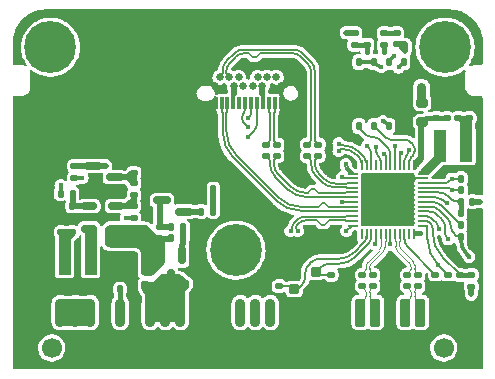
<source format=gbr>
G04 #@! TF.GenerationSoftware,KiCad,Pcbnew,(6.0.0)*
G04 #@! TF.CreationDate,2022-02-21T23:05:23+08:00*
G04 #@! TF.ProjectId,USB3G2_SATA3_Bridge(JMS580),55534233-4732-45f5-9341-5441335f4272,rev?*
G04 #@! TF.SameCoordinates,Original*
G04 #@! TF.FileFunction,Copper,L1,Top*
G04 #@! TF.FilePolarity,Positive*
%FSLAX46Y46*%
G04 Gerber Fmt 4.6, Leading zero omitted, Abs format (unit mm)*
G04 Created by KiCad (PCBNEW (6.0.0)) date 2022-02-21 23:05:23*
%MOMM*%
%LPD*%
G01*
G04 APERTURE LIST*
G04 Aperture macros list*
%AMRoundRect*
0 Rectangle with rounded corners*
0 $1 Rounding radius*
0 $2 $3 $4 $5 $6 $7 $8 $9 X,Y pos of 4 corners*
0 Add a 4 corners polygon primitive as box body*
4,1,4,$2,$3,$4,$5,$6,$7,$8,$9,$2,$3,0*
0 Add four circle primitives for the rounded corners*
1,1,$1+$1,$2,$3*
1,1,$1+$1,$4,$5*
1,1,$1+$1,$6,$7*
1,1,$1+$1,$8,$9*
0 Add four rect primitives between the rounded corners*
20,1,$1+$1,$2,$3,$4,$5,0*
20,1,$1+$1,$4,$5,$6,$7,0*
20,1,$1+$1,$6,$7,$8,$9,0*
20,1,$1+$1,$8,$9,$2,$3,0*%
G04 Aperture macros list end*
G04 #@! TA.AperFunction,SMDPad,CuDef*
%ADD10RoundRect,0.140000X0.170000X-0.140000X0.170000X0.140000X-0.170000X0.140000X-0.170000X-0.140000X0*%
G04 #@! TD*
G04 #@! TA.AperFunction,SMDPad,CuDef*
%ADD11R,1.000000X2.700000*%
G04 #@! TD*
G04 #@! TA.AperFunction,SMDPad,CuDef*
%ADD12RoundRect,0.200000X-0.250000X0.200000X-0.250000X-0.200000X0.250000X-0.200000X0.250000X0.200000X0*%
G04 #@! TD*
G04 #@! TA.AperFunction,SMDPad,CuDef*
%ADD13RoundRect,0.135000X-0.185000X0.135000X-0.185000X-0.135000X0.185000X-0.135000X0.185000X0.135000X0*%
G04 #@! TD*
G04 #@! TA.AperFunction,SMDPad,CuDef*
%ADD14RoundRect,0.125000X0.125000X-0.250000X0.125000X0.250000X-0.125000X0.250000X-0.125000X-0.250000X0*%
G04 #@! TD*
G04 #@! TA.AperFunction,SMDPad,CuDef*
%ADD15R,4.300000X3.400000*%
G04 #@! TD*
G04 #@! TA.AperFunction,SMDPad,CuDef*
%ADD16RoundRect,0.135000X0.135000X0.185000X-0.135000X0.185000X-0.135000X-0.185000X0.135000X-0.185000X0*%
G04 #@! TD*
G04 #@! TA.AperFunction,SMDPad,CuDef*
%ADD17RoundRect,0.140000X-0.140000X-0.170000X0.140000X-0.170000X0.140000X0.170000X-0.140000X0.170000X0*%
G04 #@! TD*
G04 #@! TA.AperFunction,SMDPad,CuDef*
%ADD18RoundRect,0.200000X0.275000X-0.200000X0.275000X0.200000X-0.275000X0.200000X-0.275000X-0.200000X0*%
G04 #@! TD*
G04 #@! TA.AperFunction,SMDPad,CuDef*
%ADD19R,0.300000X1.025880*%
G04 #@! TD*
G04 #@! TA.AperFunction,ComponentPad*
%ADD20C,0.650000*%
G04 #@! TD*
G04 #@! TA.AperFunction,ComponentPad*
%ADD21O,0.800000X1.400000*%
G04 #@! TD*
G04 #@! TA.AperFunction,SMDPad,CuDef*
%ADD22RoundRect,0.140000X-0.170000X0.140000X-0.170000X-0.140000X0.170000X-0.140000X0.170000X0.140000X0*%
G04 #@! TD*
G04 #@! TA.AperFunction,SMDPad,CuDef*
%ADD23RoundRect,0.135000X-0.135000X-0.185000X0.135000X-0.185000X0.135000X0.185000X-0.135000X0.185000X0*%
G04 #@! TD*
G04 #@! TA.AperFunction,SMDPad,CuDef*
%ADD24RoundRect,0.135000X0.185000X-0.135000X0.185000X0.135000X-0.185000X0.135000X-0.185000X-0.135000X0*%
G04 #@! TD*
G04 #@! TA.AperFunction,SMDPad,CuDef*
%ADD25RoundRect,0.150000X0.587500X0.150000X-0.587500X0.150000X-0.587500X-0.150000X0.587500X-0.150000X0*%
G04 #@! TD*
G04 #@! TA.AperFunction,SMDPad,CuDef*
%ADD26RoundRect,0.150000X-0.587500X-0.150000X0.587500X-0.150000X0.587500X0.150000X-0.587500X0.150000X0*%
G04 #@! TD*
G04 #@! TA.AperFunction,ComponentPad*
%ADD27C,0.700000*%
G04 #@! TD*
G04 #@! TA.AperFunction,ComponentPad*
%ADD28C,4.400000*%
G04 #@! TD*
G04 #@! TA.AperFunction,SMDPad,CuDef*
%ADD29RoundRect,0.150000X-0.512500X-0.150000X0.512500X-0.150000X0.512500X0.150000X-0.512500X0.150000X0*%
G04 #@! TD*
G04 #@! TA.AperFunction,SMDPad,CuDef*
%ADD30RoundRect,0.140000X0.140000X0.170000X-0.140000X0.170000X-0.140000X-0.170000X0.140000X-0.170000X0*%
G04 #@! TD*
G04 #@! TA.AperFunction,SMDPad,CuDef*
%ADD31RoundRect,0.050000X-0.050000X0.350000X-0.050000X-0.350000X0.050000X-0.350000X0.050000X0.350000X0*%
G04 #@! TD*
G04 #@! TA.AperFunction,SMDPad,CuDef*
%ADD32RoundRect,0.050000X-0.350000X0.050000X-0.350000X-0.050000X0.350000X-0.050000X0.350000X0.050000X0*%
G04 #@! TD*
G04 #@! TA.AperFunction,SMDPad,CuDef*
%ADD33R,4.300000X4.300000*%
G04 #@! TD*
G04 #@! TA.AperFunction,SMDPad,CuDef*
%ADD34RoundRect,0.147500X-0.172500X0.147500X-0.172500X-0.147500X0.172500X-0.147500X0.172500X0.147500X0*%
G04 #@! TD*
G04 #@! TA.AperFunction,SMDPad,CuDef*
%ADD35RoundRect,0.150000X-0.150000X0.587500X-0.150000X-0.587500X0.150000X-0.587500X0.150000X0.587500X0*%
G04 #@! TD*
G04 #@! TA.AperFunction,WasherPad*
%ADD36C,1.700000*%
G04 #@! TD*
G04 #@! TA.AperFunction,ComponentPad*
%ADD37O,1.400000X2.400000*%
G04 #@! TD*
G04 #@! TA.AperFunction,SMDPad,CuDef*
%ADD38O,0.900000X2.400000*%
G04 #@! TD*
G04 #@! TA.AperFunction,SMDPad,CuDef*
%ADD39RoundRect,0.225000X-0.225000X-0.975000X0.225000X-0.975000X0.225000X0.975000X-0.225000X0.975000X0*%
G04 #@! TD*
G04 #@! TA.AperFunction,ViaPad*
%ADD40C,0.450000*%
G04 #@! TD*
G04 #@! TA.AperFunction,Conductor*
%ADD41C,0.500000*%
G04 #@! TD*
G04 #@! TA.AperFunction,Conductor*
%ADD42C,0.200000*%
G04 #@! TD*
G04 #@! TA.AperFunction,Conductor*
%ADD43C,0.300000*%
G04 #@! TD*
G04 #@! TA.AperFunction,Conductor*
%ADD44C,0.800000*%
G04 #@! TD*
G04 #@! TA.AperFunction,Conductor*
%ADD45C,0.150000*%
G04 #@! TD*
G04 #@! TA.AperFunction,Conductor*
%ADD46C,0.400000*%
G04 #@! TD*
G04 #@! TA.AperFunction,Conductor*
%ADD47C,0.125000*%
G04 #@! TD*
G04 APERTURE END LIST*
D10*
G04 #@! TO.P,C14,1*
G04 #@! TO.N,SS_TX2+*
X134874999Y-75350000D03*
G04 #@! TO.P,C14,2*
G04 #@! TO.N,/SS_TX2X+*
X134874999Y-74390000D03*
G04 #@! TD*
D11*
G04 #@! TO.P,L1,1,1*
G04 #@! TO.N,1V0*
X151784999Y-74510000D03*
G04 #@! TO.P,L1,2,2*
G04 #@! TO.N,LXO*
X149584999Y-74510000D03*
G04 #@! TD*
D12*
G04 #@! TO.P,Y1,1,1*
G04 #@! TO.N,Net-(C31-Pad1)*
X139089999Y-85175000D03*
G04 #@! TO.P,Y1,2,2*
G04 #@! TO.N,GND*
X137239999Y-85175000D03*
G04 #@! TO.P,Y1,3,3*
G04 #@! TO.N,Net-(C32-Pad1)*
X137239999Y-86625000D03*
G04 #@! TO.P,Y1,4,4*
G04 #@! TO.N,GND*
X139089999Y-86625000D03*
G04 #@! TD*
D13*
G04 #@! TO.P,R10,1*
G04 #@! TO.N,VBUS*
X124620000Y-85200000D03*
G04 #@! TO.P,R10,2*
G04 #@! TO.N,HDD5V*
X124620000Y-86220000D03*
G04 #@! TD*
D14*
G04 #@! TO.P,U1,1,~{CS}*
G04 #@! TO.N,GPIO3*
X142715000Y-72820000D03*
G04 #@! TO.P,U1,2,SO*
G04 #@! TO.N,GPIO0*
X143985000Y-72820000D03*
G04 #@! TO.P,U1,3,~{WP}*
G04 #@! TO.N,3V3*
X145255000Y-72820000D03*
G04 #@! TO.P,U1,4,GND*
G04 #@! TO.N,GND*
X146525000Y-72820000D03*
G04 #@! TO.P,U1,5,SI*
G04 #@! TO.N,GPIO2*
X146525000Y-67420000D03*
G04 #@! TO.P,U1,6,SCK*
G04 #@! TO.N,GPIO1*
X145255000Y-67420000D03*
G04 #@! TO.P,U1,7,HOLD*
G04 #@! TO.N,3V3*
X143985000Y-67420000D03*
G04 #@! TO.P,U1,8,VCC*
X142715000Y-67420000D03*
D15*
G04 #@! TO.P,U1,9,EP*
G04 #@! TO.N,GND*
X144620000Y-70120000D03*
G04 #@! TD*
D10*
G04 #@! TO.P,C34,1*
G04 #@! TO.N,GND*
X122600000Y-83720000D03*
G04 #@! TO.P,C34,2*
G04 #@! TO.N,VBUS*
X122600000Y-82760000D03*
G04 #@! TD*
D16*
G04 #@! TO.P,R2,1*
G04 #@! TO.N,DAS*
X122480000Y-86620000D03*
G04 #@! TO.P,R2,2*
G04 #@! TO.N,GND*
X121460000Y-86620000D03*
G04 #@! TD*
D11*
G04 #@! TO.P,L2,1,1*
G04 #@! TO.N,1V0*
X117810000Y-84070000D03*
G04 #@! TO.P,L2,2,2*
G04 #@! TO.N,Net-(L2-Pad2)*
X120010000Y-84070000D03*
G04 #@! TD*
D13*
G04 #@! TO.P,R17,1*
G04 #@! TO.N,GPIO11*
X118620000Y-76200000D03*
G04 #@! TO.P,R17,2*
G04 #@! TO.N,3V3*
X118620000Y-77220000D03*
G04 #@! TD*
D17*
G04 #@! TO.P,C24,1*
G04 #@! TO.N,VBUS*
X126840000Y-82280000D03*
G04 #@! TO.P,C24,2*
G04 #@! TO.N,Net-(C24-Pad2)*
X127800000Y-82280000D03*
G04 #@! TD*
D13*
G04 #@! TO.P,R19,1*
G04 #@! TO.N,Net-(Q3-Pad3)*
X123660000Y-77680000D03*
G04 #@! TO.P,R19,2*
G04 #@! TO.N,Net-(R18-Pad1)*
X123660000Y-78700000D03*
G04 #@! TD*
G04 #@! TO.P,R3,1*
G04 #@! TO.N,REXT*
X149184999Y-85410000D03*
G04 #@! TO.P,R3,2*
G04 #@! TO.N,GND*
X149184999Y-86430000D03*
G04 #@! TD*
D18*
G04 #@! TO.P,R1,1*
G04 #@! TO.N,VREG*
X148060000Y-72495000D03*
G04 #@! TO.P,R1,2*
G04 #@! TO.N,VBUS*
X148060000Y-70845000D03*
G04 #@! TD*
D19*
G04 #@! TO.P,J2,A1,GND*
G04 #@! TO.N,GND*
X136084999Y-70885000D03*
G04 #@! TO.P,J2,A2,TX1+*
G04 #@! TO.N,/SS_TX2X-*
X135584999Y-70885000D03*
G04 #@! TO.P,J2,A3,TX1-*
G04 #@! TO.N,/SS_TX2X+*
X135084999Y-70885000D03*
G04 #@! TO.P,J2,A4,VBUS*
G04 #@! TO.N,VBUS*
X134584999Y-70885000D03*
G04 #@! TO.P,J2,A5,CC1*
G04 #@! TO.N,CC1*
X134084999Y-70885000D03*
G04 #@! TO.P,J2,A6,D+*
G04 #@! TO.N,D+*
X133584999Y-70885000D03*
G04 #@! TO.P,J2,A7,D-*
G04 #@! TO.N,D-*
X133084999Y-70885000D03*
G04 #@! TO.P,J2,A8,SBU1*
G04 #@! TO.N,unconnected-(J2-PadA8)*
X132584999Y-70885000D03*
G04 #@! TO.P,J2,A9,VBUS*
G04 #@! TO.N,VBUS*
X132084999Y-70885000D03*
G04 #@! TO.P,J2,A10,RX2-*
G04 #@! TO.N,SS_RX1+*
X131584999Y-70885000D03*
G04 #@! TO.P,J2,A11,RX2+*
G04 #@! TO.N,SS_RX1-*
X131084999Y-70885000D03*
G04 #@! TO.P,J2,A12,GND*
G04 #@! TO.N,GND*
X130584999Y-70885000D03*
D20*
G04 #@! TO.P,J2,B1,GND*
X130534999Y-69395000D03*
G04 #@! TO.P,J2,B2,TX2+*
G04 #@! TO.N,/SS_TX1X+*
X130934999Y-68695000D03*
G04 #@! TO.P,J2,B3,TX2-*
G04 #@! TO.N,/SS_TX1X-*
X131734999Y-68695000D03*
G04 #@! TO.P,J2,B4,VBUS*
G04 #@! TO.N,VBUS*
X132134999Y-69395000D03*
G04 #@! TO.P,J2,B5,CC2*
G04 #@! TO.N,CC2*
X132534999Y-68695000D03*
G04 #@! TO.P,J2,B6,D+*
G04 #@! TO.N,D+*
X132934999Y-69395000D03*
G04 #@! TO.P,J2,B7,D-*
G04 #@! TO.N,D-*
X133734999Y-69395000D03*
G04 #@! TO.P,J2,B8,SBU2*
G04 #@! TO.N,unconnected-(J2-PadB8)*
X134134999Y-68695000D03*
G04 #@! TO.P,J2,B9,VBUS*
G04 #@! TO.N,VBUS*
X134534999Y-69395000D03*
G04 #@! TO.P,J2,B10,RX1-*
G04 #@! TO.N,SS_RX2-*
X134934999Y-68695000D03*
G04 #@! TO.P,J2,B11,RX1+*
G04 #@! TO.N,SS_RX2+*
X135734999Y-68695000D03*
G04 #@! TO.P,J2,B12,GND*
G04 #@! TO.N,GND*
X136134999Y-69395000D03*
D21*
G04 #@! TO.P,J2,S1,SHIELD*
X137824999Y-64405000D03*
X128844999Y-64405000D03*
X137464999Y-68795000D03*
X129204999Y-68795000D03*
G04 #@! TD*
D10*
G04 #@! TO.P,C11,1*
G04 #@! TO.N,SS_TX1-*
X138354999Y-75350000D03*
G04 #@! TO.P,C11,2*
G04 #@! TO.N,/SS_TX1X-*
X138354999Y-74390000D03*
G04 #@! TD*
D22*
G04 #@! TO.P,C6,1*
G04 #@! TO.N,SA_TX+*
X147734999Y-85420000D03*
G04 #@! TO.P,C6,2*
G04 #@! TO.N,/SA_TXX+*
X147734999Y-86380000D03*
G04 #@! TD*
D10*
G04 #@! TO.P,C33,1*
G04 #@! TO.N,GND*
X121590003Y-83720000D03*
G04 #@! TO.P,C33,2*
G04 #@! TO.N,VBUS*
X121590003Y-82760000D03*
G04 #@! TD*
D23*
G04 #@! TO.P,R4,1*
G04 #@! TO.N,GND*
X129360000Y-78150000D03*
G04 #@! TO.P,R4,2*
G04 #@! TO.N,GPIO7*
X130380000Y-78150000D03*
G04 #@! TD*
D24*
G04 #@! TO.P,R7,1*
G04 #@! TO.N,3V3*
X152234999Y-86430000D03*
G04 #@! TO.P,R7,2*
G04 #@! TO.N,RST#*
X152234999Y-85410000D03*
G04 #@! TD*
D25*
G04 #@! TO.P,Q1,1,B*
G04 #@! TO.N,Net-(Q1-Pad1)*
X127927500Y-80060000D03*
G04 #@! TO.P,Q1,2,E*
G04 #@! TO.N,GND*
X127927500Y-78160000D03*
G04 #@! TO.P,Q1,3,C*
G04 #@! TO.N,Net-(Q1-Pad3)*
X126052500Y-79110000D03*
G04 #@! TD*
D26*
G04 #@! TO.P,Q3,1,G*
G04 #@! TO.N,GPIO11*
X120192500Y-76200000D03*
G04 #@! TO.P,Q3,2,S*
G04 #@! TO.N,GND*
X120192500Y-78100000D03*
G04 #@! TO.P,Q3,3,D*
G04 #@! TO.N,Net-(Q3-Pad3)*
X122067500Y-77150000D03*
G04 #@! TD*
D27*
G04 #@! TO.P,H2,1*
G04 #@! TO.N,N/C*
X116600000Y-64500000D03*
X116600000Y-67800000D03*
X118250000Y-66150000D03*
X115433274Y-64983274D03*
X117766726Y-67316726D03*
X117766726Y-64983274D03*
X115433274Y-67316726D03*
X114950000Y-66150000D03*
D28*
X116600000Y-66150000D03*
G04 #@! TD*
D17*
G04 #@! TO.P,C18,1*
G04 #@! TO.N,TME*
X151364999Y-79220000D03*
G04 #@! TO.P,C18,2*
G04 #@! TO.N,3V3*
X152324999Y-79220000D03*
G04 #@! TD*
D29*
G04 #@! TO.P,U3,1,EN*
G04 #@! TO.N,Net-(C35-Pad1)*
X119872500Y-79600000D03*
G04 #@! TO.P,U3,2,GND*
G04 #@! TO.N,GND*
X119872500Y-80550000D03*
G04 #@! TO.P,U3,3,LX*
G04 #@! TO.N,Net-(L2-Pad2)*
X119872500Y-81500000D03*
G04 #@! TO.P,U3,4,VIN*
G04 #@! TO.N,VBUS*
X122147500Y-81500000D03*
G04 #@! TO.P,U3,5,FB*
G04 #@! TO.N,Net-(R18-Pad1)*
X122147500Y-79600000D03*
G04 #@! TD*
D10*
G04 #@! TO.P,C3,1*
G04 #@! TO.N,1V0*
X151140000Y-72160000D03*
G04 #@! TO.P,C3,2*
G04 #@! TO.N,GND*
X151140000Y-71200000D03*
G04 #@! TD*
D13*
G04 #@! TO.P,R8,1*
G04 #@! TO.N,Net-(Q1-Pad3)*
X125860000Y-81330000D03*
G04 #@! TO.P,R8,2*
G04 #@! TO.N,VBUS*
X125860000Y-82350000D03*
G04 #@! TD*
D10*
G04 #@! TO.P,C5,1*
G04 #@! TO.N,1V0*
X152060000Y-72160000D03*
G04 #@! TO.P,C5,2*
G04 #@! TO.N,GND*
X152060000Y-71200000D03*
G04 #@! TD*
D22*
G04 #@! TO.P,C9,1*
G04 #@! TO.N,SA_RX+*
X143004999Y-85420000D03*
G04 #@! TO.P,C9,2*
G04 #@! TO.N,/SA_RXX-*
X143004999Y-86380000D03*
G04 #@! TD*
D24*
G04 #@! TO.P,R12,1*
G04 #@! TO.N,GPIO4*
X144830000Y-65950000D03*
G04 #@! TO.P,R12,2*
G04 #@! TO.N,Net-(D1-Pad1)*
X144830000Y-64930000D03*
G04 #@! TD*
D13*
G04 #@! TO.P,R14,1*
G04 #@! TO.N,GPIO8*
X150254998Y-85410000D03*
G04 #@! TO.P,R14,2*
G04 #@! TO.N,GND*
X150254998Y-86430000D03*
G04 #@! TD*
D27*
G04 #@! TO.P,H3,1*
G04 #@! TO.N,N/C*
X131133274Y-82163274D03*
X133950000Y-83330000D03*
X133466726Y-84496726D03*
X132300000Y-81680000D03*
X130650000Y-83330000D03*
X131133274Y-84496726D03*
X132300000Y-84980000D03*
X133466726Y-82163274D03*
D28*
X132300000Y-83330000D03*
G04 #@! TD*
D22*
G04 #@! TO.P,C15,1*
G04 #@! TO.N,GND*
X149250000Y-71200000D03*
G04 #@! TO.P,C15,2*
G04 #@! TO.N,VREG*
X149250000Y-72160000D03*
G04 #@! TD*
D13*
G04 #@! TO.P,R20,1*
G04 #@! TO.N,GND*
X123660000Y-75760000D03*
G04 #@! TO.P,R20,2*
G04 #@! TO.N,Net-(Q3-Pad3)*
X123660000Y-76780000D03*
G04 #@! TD*
D22*
G04 #@! TO.P,C31,1*
G04 #@! TO.N,Net-(C31-Pad1)*
X140374999Y-85420000D03*
G04 #@! TO.P,C31,2*
G04 #@! TO.N,GND*
X140374999Y-86380000D03*
G04 #@! TD*
D10*
G04 #@! TO.P,C12,1*
G04 #@! TO.N,SS_TX1+*
X139274999Y-75350000D03*
G04 #@! TO.P,C12,2*
G04 #@! TO.N,/SS_TX1X+*
X139274999Y-74390000D03*
G04 #@! TD*
G04 #@! TO.P,C32,1*
G04 #@! TO.N,Net-(C32-Pad1)*
X135954999Y-86380000D03*
G04 #@! TO.P,C32,2*
G04 #@! TO.N,GND*
X135954999Y-85420000D03*
G04 #@! TD*
D16*
G04 #@! TO.P,R16,1*
G04 #@! TO.N,Net-(C35-Pad1)*
X118480000Y-78540000D03*
G04 #@! TO.P,R16,2*
G04 #@! TO.N,VBUS*
X117460000Y-78540000D03*
G04 #@! TD*
D13*
G04 #@! TO.P,R11,1*
G04 #@! TO.N,VBUS*
X142360000Y-64930000D03*
G04 #@! TO.P,R11,2*
G04 #@! TO.N,Net-(C30-Pad2)*
X142360000Y-65950000D03*
G04 #@! TD*
D22*
G04 #@! TO.P,C8,1*
G04 #@! TO.N,SA_RX-*
X143924999Y-85420000D03*
G04 #@! TO.P,C8,2*
G04 #@! TO.N,/SA_RXX+*
X143924999Y-86380000D03*
G04 #@! TD*
G04 #@! TO.P,C4,1*
G04 #@! TO.N,GND*
X150170000Y-71200000D03*
G04 #@! TO.P,C4,2*
G04 #@! TO.N,VREG*
X150170000Y-72160000D03*
G04 #@! TD*
D16*
G04 #@! TO.P,R6,1*
G04 #@! TO.N,GPIO7*
X130380000Y-80060000D03*
G04 #@! TO.P,R6,2*
G04 #@! TO.N,Net-(Q1-Pad1)*
X129360000Y-80060000D03*
G04 #@! TD*
D22*
G04 #@! TO.P,C30,1*
G04 #@! TO.N,GND*
X143400000Y-64960000D03*
G04 #@! TO.P,C30,2*
G04 #@! TO.N,Net-(C30-Pad2)*
X143400000Y-65920000D03*
G04 #@! TD*
G04 #@! TO.P,C7,1*
G04 #@! TO.N,SA_TX-*
X146814999Y-85420000D03*
G04 #@! TO.P,C7,2*
G04 #@! TO.N,/SA_TXX-*
X146814999Y-86380000D03*
G04 #@! TD*
D30*
G04 #@! TO.P,C16,1*
G04 #@! TO.N,GND*
X152324999Y-77270000D03*
G04 #@! TO.P,C16,2*
G04 #@! TO.N,CC1*
X151364999Y-77270000D03*
G04 #@! TD*
D31*
G04 #@! TO.P,U2,1,VREG_IN*
G04 #@! TO.N,VREG*
X147364999Y-76100000D03*
G04 #@! TO.P,U2,2,GPIO0*
G04 #@! TO.N,GPIO0*
X146964999Y-76100000D03*
G04 #@! TO.P,U2,3,GPIO1*
G04 #@! TO.N,GPIO1*
X146564999Y-76100000D03*
G04 #@! TO.P,U2,4,VCCK*
G04 #@! TO.N,1V0*
X146164999Y-76100000D03*
G04 #@! TO.P,U2,5,GPIO2*
G04 #@! TO.N,GPIO2*
X145764999Y-76100000D03*
G04 #@! TO.P,U2,6,GPIO3*
G04 #@! TO.N,GPIO3*
X145364999Y-76100000D03*
G04 #@! TO.P,U2,7,VCCO*
G04 #@! TO.N,3V3*
X144964999Y-76100000D03*
G04 #@! TO.P,U2,8,GPIO4*
G04 #@! TO.N,GPIO4*
X144564999Y-76100000D03*
G04 #@! TO.P,U2,9,GPIO5*
G04 #@! TO.N,unconnected-(U2-Pad9)*
X144164999Y-76100000D03*
G04 #@! TO.P,U2,10,VBUS*
G04 #@! TO.N,Net-(C30-Pad2)*
X143764999Y-76100000D03*
G04 #@! TO.P,U2,11,D-*
G04 #@! TO.N,D-*
X143364999Y-76100000D03*
G04 #@! TO.P,U2,12,D+*
G04 #@! TO.N,D+*
X142964999Y-76100000D03*
D32*
G04 #@! TO.P,U2,13,AVDD33_O*
G04 #@! TO.N,3V3*
X142214999Y-76850000D03*
G04 #@! TO.P,U2,14,AVDDL*
G04 #@! TO.N,1V0*
X142214999Y-77250000D03*
G04 #@! TO.P,U2,15,SSTX1+*
G04 #@! TO.N,SS_TX1+*
X142214999Y-77650000D03*
G04 #@! TO.P,U2,16,SSTX1-*
G04 #@! TO.N,SS_TX1-*
X142214999Y-78050000D03*
G04 #@! TO.P,U2,17,SSTX2-*
G04 #@! TO.N,SS_TX2-*
X142214999Y-78450000D03*
G04 #@! TO.P,U2,18,SSTX2+*
G04 #@! TO.N,SS_TX2+*
X142214999Y-78850000D03*
G04 #@! TO.P,U2,19,AVDDL*
G04 #@! TO.N,1V0*
X142214999Y-79250000D03*
G04 #@! TO.P,U2,20,SSRX1+*
G04 #@! TO.N,SS_RX1+*
X142214999Y-79650000D03*
G04 #@! TO.P,U2,21,SSRX1-*
G04 #@! TO.N,SS_RX1-*
X142214999Y-80050000D03*
G04 #@! TO.P,U2,22,SSRX2-*
G04 #@! TO.N,SS_RX2-*
X142214999Y-80450000D03*
G04 #@! TO.P,U2,23,SSRX2+*
G04 #@! TO.N,SS_RX2+*
X142214999Y-80850000D03*
G04 #@! TO.P,U2,24,AVDDL*
G04 #@! TO.N,1V0*
X142214999Y-81250000D03*
D31*
G04 #@! TO.P,U2,25,NC*
G04 #@! TO.N,unconnected-(U2-Pad25)*
X142964999Y-82000000D03*
G04 #@! TO.P,U2,26,XOUT*
G04 #@! TO.N,Net-(C32-Pad1)*
X143364999Y-82000000D03*
G04 #@! TO.P,U2,27,XIN*
G04 #@! TO.N,Net-(C31-Pad1)*
X143764999Y-82000000D03*
G04 #@! TO.P,U2,28,AVDDL*
G04 #@! TO.N,1V0*
X144164999Y-82000000D03*
G04 #@! TO.P,U2,29,SARX+*
G04 #@! TO.N,SA_RX+*
X144564999Y-82000000D03*
G04 #@! TO.P,U2,30,SARX-*
G04 #@! TO.N,SA_RX-*
X144964999Y-82000000D03*
G04 #@! TO.P,U2,31,AVDDL*
G04 #@! TO.N,1V0*
X145364999Y-82000000D03*
G04 #@! TO.P,U2,32,SATX-*
G04 #@! TO.N,SA_TX-*
X145764999Y-82000000D03*
G04 #@! TO.P,U2,33,SATX+*
G04 #@! TO.N,SA_TX+*
X146164999Y-82000000D03*
G04 #@! TO.P,U2,34,R_EXT*
G04 #@! TO.N,REXT*
X146564999Y-82000000D03*
G04 #@! TO.P,U2,35,GPIO6*
G04 #@! TO.N,unconnected-(U2-Pad35)*
X146964999Y-82000000D03*
G04 #@! TO.P,U2,36,GPIO7*
G04 #@! TO.N,GPIO7*
X147364999Y-82000000D03*
D32*
G04 #@! TO.P,U2,37,GPIO8/UAO*
G04 #@! TO.N,GPIO8*
X148114999Y-81250000D03*
G04 #@! TO.P,U2,38,RST#*
G04 #@! TO.N,RST#*
X148114999Y-80850000D03*
G04 #@! TO.P,U2,39,VCCO*
G04 #@! TO.N,3V3*
X148114999Y-80450000D03*
G04 #@! TO.P,U2,40,VCCK*
G04 #@! TO.N,1V0*
X148114999Y-80050000D03*
G04 #@! TO.P,U2,41,GPIO9/UAI*
G04 #@! TO.N,GPIO9*
X148114999Y-79650000D03*
G04 #@! TO.P,U2,42,GPIO10*
G04 #@! TO.N,GPIO10*
X148114999Y-79250000D03*
G04 #@! TO.P,U2,43,GPIO11*
G04 #@! TO.N,GPIO11*
X148114999Y-78850000D03*
G04 #@! TO.P,U2,44,TME*
G04 #@! TO.N,TME*
X148114999Y-78450000D03*
G04 #@! TO.P,U2,45,CC2*
G04 #@! TO.N,CC2*
X148114999Y-78050000D03*
G04 #@! TO.P,U2,46,CC1*
G04 #@! TO.N,CC1*
X148114999Y-77650000D03*
G04 #@! TO.P,U2,47,GND*
G04 #@! TO.N,GND*
X148114999Y-77250000D03*
G04 #@! TO.P,U2,48,LXO*
G04 #@! TO.N,LXO*
X148114999Y-76850000D03*
D33*
G04 #@! TO.P,U2,49,EP*
G04 #@! TO.N,GND*
X145164999Y-79050000D03*
G04 #@! TD*
D34*
G04 #@! TO.P,D1,1,K*
G04 #@! TO.N,Net-(D1-Pad1)*
X145900000Y-64944952D03*
G04 #@! TO.P,D1,2,A*
G04 #@! TO.N,VBUS*
X145900000Y-65914952D03*
G04 #@! TD*
D30*
G04 #@! TO.P,C17,1*
G04 #@! TO.N,GND*
X152324999Y-78220000D03*
G04 #@! TO.P,C17,2*
G04 #@! TO.N,CC2*
X151364999Y-78220000D03*
G04 #@! TD*
D10*
G04 #@! TO.P,C1,1*
G04 #@! TO.N,GND*
X123630000Y-83730000D03*
G04 #@! TO.P,C1,2*
G04 #@! TO.N,VBUS*
X123630000Y-82770000D03*
G04 #@! TD*
D22*
G04 #@! TO.P,C36,1*
G04 #@! TO.N,GND*
X118440000Y-80860000D03*
G04 #@! TO.P,C36,2*
G04 #@! TO.N,1V0*
X118440000Y-81820000D03*
G04 #@! TD*
G04 #@! TO.P,C37,1*
G04 #@! TO.N,GND*
X117510000Y-80859999D03*
G04 #@! TO.P,C37,2*
G04 #@! TO.N,1V0*
X117510000Y-81819999D03*
G04 #@! TD*
D30*
G04 #@! TO.P,C35,1*
G04 #@! TO.N,Net-(C35-Pad1)*
X118450000Y-79600000D03*
G04 #@! TO.P,C35,2*
G04 #@! TO.N,GND*
X117490000Y-79600000D03*
G04 #@! TD*
D10*
G04 #@! TO.P,C13,1*
G04 #@! TO.N,SS_TX2-*
X135794999Y-75350000D03*
G04 #@! TO.P,C13,2*
G04 #@! TO.N,/SS_TX2X-*
X135794999Y-74390000D03*
G04 #@! TD*
D23*
G04 #@! TO.P,R15,1*
G04 #@! TO.N,GPIO9*
X151324999Y-82240000D03*
G04 #@! TO.P,R15,2*
G04 #@! TO.N,GND*
X152344999Y-82240000D03*
G04 #@! TD*
D35*
G04 #@! TO.P,Q2,1,G*
G04 #@! TO.N,Net-(C24-Pad2)*
X127760000Y-83782500D03*
G04 #@! TO.P,Q2,2,S*
G04 #@! TO.N,VBUS*
X125860000Y-83782500D03*
G04 #@! TO.P,Q2,3,D*
G04 #@! TO.N,HDD5V*
X126810000Y-85657500D03*
G04 #@! TD*
D27*
G04 #@! TO.P,H1,1*
G04 #@! TO.N,N/C*
X150000000Y-67800000D03*
X148833274Y-67316726D03*
X148350000Y-66150000D03*
X148833274Y-64983274D03*
X151650000Y-66150000D03*
X151166726Y-67316726D03*
X151166726Y-64983274D03*
D28*
X150000000Y-66150000D03*
D27*
X150000000Y-64500000D03*
G04 #@! TD*
D13*
G04 #@! TO.P,R18,1*
G04 #@! TO.N,Net-(R18-Pad1)*
X123660000Y-79600000D03*
G04 #@! TO.P,R18,2*
G04 #@! TO.N,1V0*
X123660000Y-80620000D03*
G04 #@! TD*
D23*
G04 #@! TO.P,R13,1*
G04 #@! TO.N,GPIO10*
X151334999Y-81240000D03*
G04 #@! TO.P,R13,2*
G04 #@! TO.N,GND*
X152354999Y-81240000D03*
G04 #@! TD*
G04 #@! TO.P,R5,1*
G04 #@! TO.N,TME*
X151334999Y-80210000D03*
G04 #@! TO.P,R5,2*
G04 #@! TO.N,GND*
X152354999Y-80210000D03*
G04 #@! TD*
D17*
G04 #@! TO.P,C10,1*
G04 #@! TO.N,HDD5V*
X128070000Y-86180000D03*
G04 #@! TO.P,C10,2*
G04 #@! TO.N,GND*
X129030000Y-86180000D03*
G04 #@! TD*
D16*
G04 #@! TO.P,R9,1*
G04 #@! TO.N,Net-(C24-Pad2)*
X127820000Y-81360000D03*
G04 #@! TO.P,R9,2*
G04 #@! TO.N,Net-(Q1-Pad3)*
X126800000Y-81360000D03*
G04 #@! TD*
D36*
G04 #@! TO.P,J1,*
G04 #@! TO.N,*
X116709200Y-91611400D03*
X149899200Y-91611400D03*
D37*
G04 #@! TO.P,J1,Mt1,GND*
G04 #@! TO.N,GND*
X152014200Y-90851400D03*
G04 #@! TO.P,J1,Mt2,GND*
X114594200Y-90851400D03*
D38*
G04 #@! TO.P,J1,P1,3V3*
G04 #@! TO.N,unconnected-(J1-PadP1)*
X135212536Y-88611400D03*
G04 #@! TO.P,J1,P2,3V3*
G04 #@! TO.N,unconnected-(J1-PadP2)*
X133942294Y-88611400D03*
G04 #@! TO.P,J1,P3,3V3*
G04 #@! TO.N,unconnected-(J1-PadP3)*
X132672056Y-88611400D03*
G04 #@! TO.P,J1,P4,GND*
G04 #@! TO.N,GND*
X131401818Y-89111400D03*
G04 #@! TO.P,J1,P5,GND*
X130131580Y-88611400D03*
G04 #@! TO.P,J1,P6,GND*
X128861342Y-88611400D03*
G04 #@! TO.P,J1,P7,5V*
G04 #@! TO.N,HDD5V*
X127591104Y-88611400D03*
G04 #@! TO.P,J1,P8,5V*
X126320866Y-88611400D03*
G04 #@! TO.P,J1,P9,5V*
X125050628Y-88611400D03*
G04 #@! TO.P,J1,P10,GND*
G04 #@! TO.N,GND*
X123780390Y-88611400D03*
G04 #@! TO.P,J1,P11,Reserve*
G04 #@! TO.N,DAS*
X122510152Y-88611400D03*
G04 #@! TO.P,J1,P12,GND*
G04 #@! TO.N,GND*
X121239914Y-89111400D03*
G04 #@! TO.P,J1,P13,12V*
G04 #@! TO.N,Net-(J1-PadP13)*
X119969676Y-88611400D03*
G04 #@! TO.P,J1,P14,12V*
X118699438Y-88611400D03*
G04 #@! TO.P,J1,P15,12V*
X117429200Y-88611400D03*
G04 #@! TO.P,J1,S1,GND*
G04 #@! TO.N,GND*
X149179200Y-88611400D03*
D39*
G04 #@! TO.P,J1,S2,SA_TX+*
G04 #@! TO.N,/SA_TXX+*
X147909200Y-88611400D03*
G04 #@! TO.P,J1,S3,SA_TX-*
G04 #@! TO.N,/SA_TXX-*
X146639200Y-88611400D03*
D38*
G04 #@! TO.P,J1,S4,GND*
G04 #@! TO.N,GND*
X145369200Y-88611400D03*
D39*
G04 #@! TO.P,J1,S5,SA_RX-*
G04 #@! TO.N,/SA_RXX+*
X144099200Y-88611400D03*
G04 #@! TO.P,J1,S6,SA_RX+*
G04 #@! TO.N,/SA_RXX-*
X142829200Y-88611400D03*
D38*
G04 #@! TO.P,J1,S7,GND*
G04 #@! TO.N,GND*
X141559200Y-88611400D03*
G04 #@! TD*
D10*
G04 #@! TO.P,C19,1*
G04 #@! TO.N,GND*
X151254998Y-86400000D03*
G04 #@! TO.P,C19,2*
G04 #@! TO.N,RST#*
X151254998Y-85440000D03*
G04 #@! TD*
D40*
G04 #@! TO.N,GND*
X114000000Y-85000000D03*
X135000000Y-63500000D03*
X145000000Y-63500000D03*
X123000000Y-63500000D03*
X146164999Y-78050000D03*
X114000000Y-88000000D03*
X148340000Y-93000000D03*
X114000000Y-80000000D03*
X150500001Y-70000000D03*
X136340000Y-93000000D03*
X150254998Y-87050000D03*
X137340000Y-93000000D03*
X133000000Y-63500000D03*
X143340000Y-93000000D03*
X143999999Y-63500000D03*
X139340000Y-93000000D03*
X135340000Y-93000000D03*
X145164999Y-80050000D03*
X152950000Y-77270000D03*
X146000000Y-63500000D03*
X146340000Y-93000000D03*
X145370000Y-86380000D03*
X152340000Y-93000000D03*
X151340000Y-93000000D03*
X143000000Y-63500000D03*
X144340000Y-93000000D03*
X120890000Y-80550000D03*
X144164999Y-79050000D03*
X149500000Y-70000000D03*
X146164999Y-79050000D03*
X129340000Y-93000000D03*
X132340000Y-93000000D03*
X150340000Y-93000000D03*
X136280000Y-82480000D03*
X119000000Y-63500000D03*
X114000000Y-77000000D03*
X145370000Y-85460000D03*
X149184999Y-87050000D03*
X131340000Y-93000000D03*
X115340000Y-93000000D03*
X152980000Y-80210000D03*
X114340000Y-93000000D03*
X125340000Y-93000000D03*
X121000000Y-63500000D03*
X121290000Y-78100000D03*
X148000001Y-63500000D03*
X128340000Y-93000000D03*
X127000000Y-63500000D03*
X147000000Y-63500000D03*
X123340000Y-93000000D03*
X119340000Y-93000000D03*
X114000000Y-87000000D03*
X142000000Y-63500000D03*
X126000000Y-63500000D03*
X114000000Y-78000000D03*
X130340000Y-93000000D03*
X125000000Y-63500000D03*
X141560000Y-85460000D03*
X114000000Y-74000000D03*
X146164999Y-80050000D03*
X133340000Y-93000000D03*
X122000000Y-63500000D03*
X114000000Y-82000000D03*
X118340000Y-93000000D03*
X138340000Y-93000000D03*
X144164999Y-80050000D03*
X114000000Y-89000000D03*
X122340000Y-93000000D03*
X141340000Y-93000000D03*
X115420000Y-68990000D03*
X131000000Y-63500000D03*
X114000000Y-73000000D03*
X138170000Y-82480000D03*
X127340000Y-93000000D03*
X114000000Y-84000000D03*
X145164999Y-78050000D03*
X135999999Y-63500000D03*
X139000000Y-63500000D03*
X116850000Y-79610000D03*
X147340000Y-93000000D03*
X151010001Y-69070000D03*
X134000000Y-63500000D03*
X132000001Y-63500000D03*
X115420000Y-70000000D03*
X152950000Y-78220000D03*
X144164999Y-78050000D03*
X149340000Y-93000000D03*
X151500000Y-70000000D03*
X114000000Y-71000000D03*
X134340000Y-93000000D03*
X126340000Y-93000000D03*
X152970000Y-82240000D03*
X151254998Y-87050000D03*
X141000000Y-63500000D03*
X152980000Y-81240000D03*
X114000000Y-72000000D03*
X114000000Y-83000000D03*
X117340000Y-93000000D03*
X119999999Y-63500000D03*
X145340000Y-93000000D03*
X114000000Y-75000000D03*
X121340000Y-93000000D03*
X124340000Y-93000000D03*
X145164999Y-79050000D03*
X114000000Y-79000000D03*
X142340000Y-93000000D03*
X114000000Y-86000000D03*
X140340000Y-93000000D03*
X114000000Y-81000000D03*
X140000001Y-63500000D03*
X116340000Y-93000000D03*
X114000000Y-76000000D03*
X141560000Y-86380000D03*
X124000001Y-63500000D03*
X127999999Y-63500000D03*
X120340000Y-93000000D03*
X116830000Y-80850000D03*
G04 #@! TO.N,VBUS*
X123635000Y-82130000D03*
X148010000Y-70060000D03*
X124290000Y-82790000D03*
X122980000Y-82130000D03*
X146640000Y-65914952D03*
X124920000Y-82790000D03*
X141630000Y-64930000D03*
X148010000Y-69500000D03*
X117460000Y-77850000D03*
X124290000Y-82130000D03*
X146640000Y-66430000D03*
G04 #@! TO.N,3V3*
X141600000Y-76070000D03*
X152240000Y-87060000D03*
X119300000Y-77225000D03*
X144600000Y-67790000D03*
X144750000Y-72400000D03*
X152950000Y-79220000D03*
X149490000Y-81550000D03*
X144860000Y-75170000D03*
G04 #@! TO.N,1V0*
X151784999Y-75460000D03*
X141660000Y-81680000D03*
X151784999Y-73570000D03*
X151784999Y-74200000D03*
X144100000Y-82820000D03*
X141300000Y-77160000D03*
X117809999Y-83120000D03*
X117809999Y-85010000D03*
X151784999Y-74830000D03*
X122975000Y-80625000D03*
X150250000Y-82400000D03*
X146280000Y-75080000D03*
X117809999Y-83750000D03*
X141304999Y-79250000D03*
X117809999Y-84380000D03*
X145360000Y-82840000D03*
G04 #@! TO.N,CC1*
X133360000Y-73710000D03*
X150574999Y-77280000D03*
G04 #@! TO.N,CC2*
X150574999Y-78230000D03*
G04 #@! TO.N,Net-(C30-Pad2)*
X143370000Y-66519952D03*
X143420000Y-74500000D03*
G04 #@! TO.N,D+*
X133340000Y-72140000D03*
X141003210Y-74902698D03*
G04 #@! TO.N,D-*
X141003210Y-74302698D03*
X133340000Y-72900000D03*
G04 #@! TO.N,SS_RX2-*
X136924999Y-81709555D03*
G04 #@! TO.N,SS_RX2+*
X137524999Y-81709555D03*
G04 #@! TO.N,GPIO11*
X121292500Y-76200000D03*
X150170000Y-79360000D03*
G04 #@! TO.N,GPIO7*
X147910000Y-81860000D03*
X130400000Y-79080000D03*
G04 #@! TO.N,GPIO4*
X144830000Y-66530000D03*
X144200000Y-74600000D03*
G04 #@! TO.N,GPIO2*
X145770000Y-74500000D03*
X146070000Y-67850000D03*
G04 #@! TO.N,GPIO1*
X145690000Y-66900000D03*
X146930000Y-74870000D03*
G04 #@! TO.N,GPIO8*
X149445000Y-84585000D03*
G04 #@! TO.N,GPIO9*
X152030000Y-83870000D03*
G04 #@! TD*
D41*
G04 #@! TO.N,Net-(Q1-Pad1)*
X127927500Y-80060000D02*
X129360000Y-80060000D01*
D42*
G04 #@! TO.N,GND*
X148114999Y-77250000D02*
X146964999Y-77250000D01*
D43*
G04 #@! TO.N,VBUS*
X132084999Y-70885000D02*
X132084999Y-69445000D01*
D41*
X125860000Y-82350000D02*
X126770000Y-82350000D01*
X145900000Y-65914952D02*
X146640000Y-65914952D01*
X126770000Y-82350000D02*
X126840000Y-82280000D01*
D42*
X134625001Y-70375001D02*
X134370000Y-70120000D01*
D43*
X134584999Y-69445000D02*
X134534999Y-69395000D01*
D44*
X148010000Y-69500000D02*
X148010000Y-70795000D01*
D41*
X146237903Y-66027903D02*
X146602097Y-66392097D01*
X141630000Y-64930000D02*
X142360000Y-64930000D01*
D44*
X148010000Y-70795000D02*
X148060000Y-70845000D01*
D43*
X117460000Y-78540000D02*
X117460000Y-77850000D01*
D42*
X132064999Y-70335001D02*
X132320000Y-70080000D01*
D43*
X132084999Y-69445000D02*
X132134999Y-69395000D01*
D41*
X146640000Y-65914952D02*
X146640000Y-66430000D01*
D43*
X134584999Y-70885000D02*
X134584999Y-69445000D01*
D42*
X134370000Y-70115773D02*
X134370000Y-69530000D01*
X132320000Y-70075773D02*
X132320000Y-69490000D01*
G04 #@! TO.N,3V3*
X149482942Y-81542942D02*
X149490000Y-81550000D01*
D43*
X118625000Y-77225000D02*
X118620000Y-77220000D01*
X143985000Y-67425000D02*
X144232843Y-67672843D01*
X142715000Y-67420000D02*
X143985000Y-67420000D01*
X145255000Y-72820000D02*
X145022157Y-72587157D01*
X144893377Y-72498060D02*
X144848060Y-72498060D01*
D41*
X152240000Y-87060000D02*
X152240000Y-86435001D01*
D42*
X144964999Y-75274999D02*
X144860000Y-75170000D01*
D43*
X144848060Y-72498060D02*
X144750000Y-72400000D01*
D42*
X141844999Y-76470000D02*
X142215552Y-76840553D01*
D43*
X144515685Y-67790000D02*
X144600000Y-67790000D01*
X143985000Y-67420000D02*
X143985000Y-67425000D01*
D41*
X152240000Y-86435001D02*
X152234999Y-86430000D01*
D45*
X148114999Y-80450000D02*
X148305786Y-80450000D01*
D42*
X149482942Y-81488833D02*
X149482942Y-81542942D01*
X141654446Y-76479447D02*
X142024999Y-76850000D01*
X144964999Y-76100000D02*
X144964999Y-75274999D01*
D43*
X119300000Y-77225000D02*
X118625000Y-77225000D01*
D42*
X149012893Y-80742893D02*
X149284975Y-81014975D01*
X142024999Y-76850000D02*
X142214999Y-76850000D01*
D41*
X152950000Y-79220000D02*
X152324999Y-79220000D01*
D45*
X149490000Y-81509949D02*
X149490000Y-81550000D01*
D42*
X141844999Y-76470000D02*
G75*
G02*
X141698552Y-76116446I353550J353553D01*
G01*
D43*
X144893377Y-72498060D02*
G75*
G02*
X145022157Y-72587157I-205387J-434481D01*
G01*
D42*
X149012893Y-80742893D02*
G75*
G03*
X148305786Y-80450000I-707106J-707106D01*
G01*
X141654446Y-76479447D02*
G75*
G02*
X141507999Y-76125893I353550J353553D01*
G01*
X149489999Y-81509949D02*
G75*
G03*
X149284974Y-81014976I-700006J-3D01*
G01*
D43*
X144232843Y-67672843D02*
G75*
G03*
X144515685Y-67790000I282841J282841D01*
G01*
G04 #@! TO.N,1V0*
X151110000Y-72160000D02*
X151430000Y-72480000D01*
D41*
X117840000Y-83910000D02*
X117840000Y-81959999D01*
D45*
X144100000Y-82820000D02*
X144162942Y-82757058D01*
D41*
X117839375Y-82577192D02*
X118496985Y-81919584D01*
D43*
X122975000Y-80625000D02*
X123655000Y-80625000D01*
D42*
X142214999Y-81250000D02*
X142090000Y-81250000D01*
X146164999Y-75195001D02*
X146280000Y-75080000D01*
D43*
X151600000Y-72250000D02*
X151600000Y-74184999D01*
D41*
X117560000Y-83870000D02*
X117560000Y-81919999D01*
D42*
X142214999Y-77250000D02*
X141652106Y-77250000D01*
D43*
X123655000Y-80625000D02*
X123660000Y-80620000D01*
D45*
X144162942Y-82757058D02*
X144162942Y-82664075D01*
X144164999Y-82565786D02*
X144164999Y-82000000D01*
D43*
X151870000Y-72240000D02*
X151870000Y-74174999D01*
D42*
X145364999Y-82835001D02*
X145360000Y-82840000D01*
X142090000Y-81250000D02*
X141660000Y-81680000D01*
D41*
X118060000Y-83920000D02*
X118060000Y-81969999D01*
D43*
X151430000Y-74155001D02*
X151784999Y-74510000D01*
D42*
X146164999Y-76100000D02*
X146164999Y-75195001D01*
X141405139Y-77160000D02*
X141300000Y-77160000D01*
D43*
X152130000Y-72230000D02*
X152130000Y-74164999D01*
D42*
X141459685Y-77214546D02*
X141405139Y-77160000D01*
X145364999Y-82000000D02*
X145364999Y-82835001D01*
X150030000Y-81434214D02*
X150030000Y-81972893D01*
D41*
X117510000Y-81819999D02*
X118440000Y-81820000D01*
D43*
X152060000Y-72160000D02*
X152130000Y-72230000D01*
D42*
X150176447Y-82326447D02*
X150250000Y-82400000D01*
X142214999Y-79250000D02*
X141304999Y-79250000D01*
D43*
X152130000Y-74164999D02*
X151784999Y-74510000D01*
X151110000Y-72160000D02*
X152060000Y-72160000D01*
D42*
X149352893Y-80342893D02*
X149737107Y-80727107D01*
X148114999Y-80050000D02*
X148645786Y-80050000D01*
D43*
X151430000Y-72480000D02*
X151430000Y-74155001D01*
D42*
X149737107Y-80727107D02*
G75*
G02*
X150030000Y-81434214I-707106J-707106D01*
G01*
X150176447Y-82326447D02*
G75*
G02*
X150030000Y-81972893I353550J353553D01*
G01*
X149352893Y-80342893D02*
G75*
G03*
X148645786Y-80050000I-707106J-707106D01*
G01*
D45*
X144165000Y-82565786D02*
G75*
G03*
X144162943Y-82664075I6782208J-191105D01*
G01*
D42*
X141459685Y-77214545D02*
G75*
G03*
X141652106Y-77249999I200859J550233D01*
G01*
D41*
G04 #@! TO.N,VREG*
X148005000Y-75445000D02*
X147515000Y-75935000D01*
D46*
X149220001Y-72160000D02*
X148425000Y-72160000D01*
D41*
X148010000Y-75610000D02*
X147520000Y-76100000D01*
X148010000Y-72495000D02*
X148010000Y-75610000D01*
D45*
X147448934Y-76421066D02*
X147731066Y-76138934D01*
D46*
X148425000Y-72160000D02*
X148090000Y-72495000D01*
X150170000Y-72160000D02*
X149220001Y-72160000D01*
D47*
G04 #@! TO.N,SA_TX+*
X146170000Y-82520000D02*
X146115000Y-82575000D01*
X146115000Y-82575000D02*
X146115000Y-82895759D01*
X147425000Y-84619973D02*
X147425000Y-84902894D01*
X146170000Y-82005001D02*
X146170000Y-82520000D01*
X146164999Y-82000000D02*
X146170000Y-82005001D01*
X147571447Y-85256448D02*
X147734999Y-85420000D01*
X146261447Y-83249313D02*
X147278554Y-84266420D01*
X147425000Y-84902894D02*
G75*
G03*
X147571447Y-85256448I499997J-1D01*
G01*
X146115000Y-82895759D02*
G75*
G03*
X146261447Y-83249313I499997J-1D01*
G01*
X147424999Y-84619973D02*
G75*
G03*
X147278554Y-84266420I-500001J0D01*
G01*
G04 #@! TO.N,SA_TX-*
X145961445Y-83373579D02*
X146978552Y-84390686D01*
X145770000Y-82530004D02*
X145814998Y-82575002D01*
X146978551Y-85256448D02*
X146814999Y-85420000D01*
X145814998Y-82575002D02*
X145814998Y-83020025D01*
X145764999Y-82000000D02*
X145770000Y-82005001D01*
X145770000Y-82005001D02*
X145770000Y-82530004D01*
X147124998Y-84744239D02*
X147124998Y-84902894D01*
X147124997Y-84744239D02*
G75*
G03*
X146978552Y-84390686I-500001J0D01*
G01*
X145814998Y-83020025D02*
G75*
G03*
X145961445Y-83373579I499997J-1D01*
G01*
X147124998Y-84902894D02*
G75*
G02*
X146978551Y-85256448I-499997J-1D01*
G01*
G04 #@! TO.N,SA_RX-*
X143615000Y-84804241D02*
X143615000Y-84902894D01*
X144915000Y-82575000D02*
X144915000Y-83090027D01*
X144964999Y-82000000D02*
X144970000Y-82005001D01*
X143761447Y-85256448D02*
X143924999Y-85420000D01*
X144970000Y-82520000D02*
X144915000Y-82575000D01*
X144768553Y-83443581D02*
X143761446Y-84450688D01*
X144970000Y-82005001D02*
X144970000Y-82520000D01*
X143761447Y-85256448D02*
G75*
G02*
X143615000Y-84902894I353550J353553D01*
G01*
X143761446Y-84450688D02*
G75*
G03*
X143615000Y-84804241I353556J-353553D01*
G01*
X144915000Y-83090027D02*
G75*
G02*
X144768553Y-83443581I-499997J-1D01*
G01*
G04 #@! TO.N,SA_RX+*
X144614998Y-82574998D02*
X144614998Y-82965761D01*
X144564999Y-82000000D02*
X144560000Y-82004999D01*
X144560000Y-82004999D02*
X144560000Y-82520000D01*
X144560000Y-82520000D02*
X144614998Y-82574998D01*
X144468551Y-83319315D02*
X143461444Y-84326422D01*
X143314998Y-84679975D02*
X143314998Y-84902894D01*
X143168551Y-85256448D02*
X143004999Y-85420000D01*
X143314999Y-84679975D02*
G75*
G02*
X143461444Y-84326422I500001J0D01*
G01*
X143314998Y-84902894D02*
G75*
G02*
X143168551Y-85256448I-499997J-1D01*
G01*
X144614998Y-82965761D02*
G75*
G02*
X144468551Y-83319315I-499997J-1D01*
G01*
D45*
G04 #@! TO.N,SS_TX1-*
X138577130Y-75572131D02*
X138354999Y-75350000D01*
X138664998Y-76030813D02*
X138664998Y-75784263D01*
X142214999Y-78050000D02*
X141694997Y-78050000D01*
X141644998Y-78000001D02*
X140634186Y-78000001D01*
X141694997Y-78050000D02*
X141644998Y-78000001D01*
X139573526Y-77560661D02*
X139104338Y-77091473D01*
X139573526Y-77560661D02*
G75*
G03*
X140634186Y-78000001I1060661J1060662D01*
G01*
X138664997Y-75784263D02*
G75*
G03*
X138577129Y-75572132I-299997J1D01*
G01*
X138664999Y-76030813D02*
G75*
G03*
X139104339Y-77091472I1500001J1D01*
G01*
G04 #@! TO.N,SS_TX1+*
X141655000Y-77699999D02*
X140758452Y-77699999D01*
X138965000Y-75906547D02*
X138965000Y-75784263D01*
X141704999Y-77650000D02*
X141655000Y-77699999D01*
X139697792Y-77260659D02*
X139404340Y-76967207D01*
X139052868Y-75572131D02*
X139274999Y-75350000D01*
X142214999Y-77650000D02*
X141704999Y-77650000D01*
X138965001Y-75784263D02*
G75*
G02*
X139052869Y-75572132I299997J1D01*
G01*
X140758452Y-77699998D02*
G75*
G02*
X139697793Y-77260658I1J1500001D01*
G01*
X138965001Y-75906547D02*
G75*
G03*
X139404341Y-76967206I1500001J1D01*
G01*
G04 #@! TO.N,SS_TX2-*
X135485000Y-75784263D02*
X135485000Y-75916547D01*
X135794999Y-75350000D02*
X135572868Y-75572131D01*
X141545000Y-78499999D02*
X141594999Y-78450000D01*
X138275559Y-78499999D02*
X138390001Y-78499999D01*
X138740001Y-78149999D02*
X138990001Y-78149999D01*
X141594999Y-78450000D02*
X142214999Y-78450000D01*
X135924340Y-76977207D02*
X136861345Y-77914212D01*
X139590001Y-78499999D02*
X141545000Y-78499999D01*
X139340001Y-78499999D02*
X139590001Y-78499999D01*
X139340001Y-78499999D02*
G75*
G02*
X139165001Y-78324999I-1J174999D01*
G01*
X138275559Y-78499998D02*
G75*
G02*
X136861346Y-77914211I0J1999999D01*
G01*
X135485001Y-75784263D02*
G75*
G02*
X135572869Y-75572132I299997J1D01*
G01*
X138740001Y-78149999D02*
G75*
G03*
X138565001Y-78324999I-1J-174999D01*
G01*
X135924340Y-76977207D02*
G75*
G02*
X135485000Y-75916547I1060662J1060661D01*
G01*
X139165001Y-78324999D02*
G75*
G03*
X138990001Y-78149999I-174999J1D01*
G01*
X138565001Y-78324999D02*
G75*
G02*
X138390001Y-78499999I-174999J-1D01*
G01*
G04 #@! TO.N,SS_TX2+*
X141544999Y-78800001D02*
X138151293Y-78800001D01*
X135097130Y-75572131D02*
X134874999Y-75350000D01*
X142214999Y-78850000D02*
X141594998Y-78850000D01*
X136737079Y-78214214D02*
X135624338Y-77101473D01*
X141594998Y-78850000D02*
X141544999Y-78800001D01*
X135184998Y-76040813D02*
X135184998Y-75784263D01*
X135624338Y-77101473D02*
G75*
G02*
X135184998Y-76040813I1060662J1060661D01*
G01*
X135097130Y-75572131D02*
G75*
G02*
X135184998Y-75784263I-212130J-212131D01*
G01*
X136737079Y-78214214D02*
G75*
G03*
X138151293Y-78800001I1414214J1414213D01*
G01*
G04 #@! TO.N,CC1*
X151364999Y-77270000D02*
X150584999Y-77270000D01*
X150584999Y-77270000D02*
X150574999Y-77280000D01*
D42*
X134084999Y-70885000D02*
X134084999Y-72570787D01*
D45*
X150292867Y-77562132D02*
X150574999Y-77280000D01*
D42*
X133792106Y-73277894D02*
X133360000Y-73710000D01*
D45*
X148114999Y-77650000D02*
X150080735Y-77650000D01*
D42*
X134084998Y-72570787D02*
G75*
G02*
X133792105Y-73277893I-999993J-3D01*
G01*
D45*
X150292867Y-77562132D02*
G75*
G02*
X150080735Y-77650000I-212131J212130D01*
G01*
G04 #@! TO.N,CC2*
X150482867Y-78137868D02*
X150574999Y-78230000D01*
X148114999Y-78050000D02*
X150270735Y-78050000D01*
X151344999Y-78230000D02*
X150574999Y-78230000D01*
X150482867Y-78137868D02*
G75*
G03*
X150270735Y-78050000I-212131J-212130D01*
G01*
G04 #@! TO.N,TME*
X148114999Y-78450000D02*
X149510449Y-78450000D01*
X151108877Y-79220000D02*
X151364999Y-79220000D01*
X150217556Y-78742893D02*
X150401770Y-78927107D01*
D46*
X151334999Y-80210000D02*
X151334999Y-79250000D01*
D45*
X150217556Y-78742893D02*
G75*
G03*
X149510449Y-78450000I-707106J-707106D01*
G01*
X150401770Y-78927107D02*
G75*
G03*
X151108877Y-79220000I707106J707106D01*
G01*
G04 #@! TO.N,RST#*
X149828680Y-83983681D02*
X151231493Y-85386494D01*
X148716447Y-80996447D02*
X148803554Y-81083554D01*
D46*
X151254998Y-85440000D02*
X152204999Y-85440000D01*
D45*
X148950000Y-81437107D02*
X148950000Y-81862360D01*
X148114999Y-80850000D02*
X148362893Y-80850000D01*
X151231493Y-85386494D02*
X151272933Y-85386494D01*
D46*
X152204999Y-85440000D02*
X152234999Y-85410000D01*
D45*
X148716447Y-80996447D02*
G75*
G03*
X148362893Y-80850000I-353553J-353550D01*
G01*
X148949999Y-81437107D02*
G75*
G03*
X148803554Y-81083554I-500001J0D01*
G01*
X148950001Y-81862360D02*
G75*
G03*
X149828681Y-83983680I2999993J-3D01*
G01*
D41*
G04 #@! TO.N,Net-(C24-Pad2)*
X127760000Y-83782500D02*
X127760000Y-82870000D01*
X127760000Y-82870000D02*
X127800000Y-82830000D01*
X127820000Y-81360000D02*
X127820000Y-82260000D01*
X127800000Y-82830000D02*
X127800000Y-82280000D01*
X127820000Y-82260000D02*
X127800000Y-82280000D01*
D45*
G04 #@! TO.N,Net-(C30-Pad2)*
X143764999Y-76100000D02*
X143764999Y-75134948D01*
X143559973Y-74639973D02*
X143420000Y-74500000D01*
D46*
X143370000Y-66519952D02*
X143370000Y-65860000D01*
X142350000Y-65939952D02*
X143370000Y-65939952D01*
D45*
X143764999Y-75134948D02*
G75*
G03*
X143559973Y-74639973I-700002J-2D01*
G01*
G04 #@! TO.N,Net-(C31-Pad1)*
X139482106Y-84782893D02*
X139089999Y-85175000D01*
X139334999Y-85420000D02*
X139089999Y-85175000D01*
X143764999Y-82000000D02*
X143764999Y-82130787D01*
X140991573Y-84490000D02*
X140189213Y-84490000D01*
X140374999Y-85420000D02*
X139334999Y-85420000D01*
X143472106Y-82837894D02*
X142405786Y-83904214D01*
X139482106Y-84782893D02*
G75*
G02*
X140189213Y-84490000I707106J-707106D01*
G01*
X143764998Y-82130787D02*
G75*
G02*
X143472105Y-82837893I-999993J-3D01*
G01*
X140991573Y-84489999D02*
G75*
G03*
X142405785Y-83904213I0J1999999D01*
G01*
G04 #@! TO.N,Net-(C32-Pad1)*
X143072106Y-82767894D02*
X142355786Y-83484214D01*
X137882106Y-86262893D02*
X137519999Y-86625000D01*
X135954999Y-86380000D02*
X136994999Y-86380000D01*
X136994999Y-86380000D02*
X137239999Y-86625000D01*
X137519999Y-86625000D02*
X137239999Y-86625000D01*
X138174999Y-85264214D02*
X138174999Y-85555786D01*
X140941573Y-84070000D02*
X139369213Y-84070000D01*
X143364999Y-82000000D02*
X143364999Y-82060787D01*
X138662106Y-84362893D02*
X138467892Y-84557107D01*
X143072106Y-82767894D02*
G75*
G03*
X143364999Y-82060787I-707106J707106D01*
G01*
X138662106Y-84362893D02*
G75*
G02*
X139369213Y-84070000I707106J-707106D01*
G01*
X138175000Y-85264214D02*
G75*
G02*
X138467893Y-84557108I999998J1D01*
G01*
X137882106Y-86262893D02*
G75*
G03*
X138174999Y-85555786I-707106J707106D01*
G01*
X142355786Y-83484214D02*
G75*
G02*
X140941573Y-84070000I-1414213J1414214D01*
G01*
D41*
G04 #@! TO.N,Net-(C35-Pad1)*
X118450000Y-79600000D02*
X119872500Y-79600000D01*
X118480000Y-79570000D02*
X118450000Y-79600000D01*
X118480000Y-78540000D02*
X118480000Y-79570000D01*
D46*
G04 #@! TO.N,Net-(D1-Pad1)*
X144860000Y-64919952D02*
X145880000Y-64919952D01*
G04 #@! TO.N,DAS*
X122510152Y-88611400D02*
X122510152Y-86749848D01*
D41*
G04 #@! TO.N,Net-(J1-PadP13)*
X119999676Y-89501400D02*
X117459200Y-89501400D01*
X119949676Y-89041400D02*
X117409200Y-89041400D01*
X119969676Y-88611400D02*
X117429200Y-88611400D01*
X119999676Y-87751400D02*
X117459200Y-87751400D01*
X119989676Y-88191400D02*
X117449200Y-88191400D01*
D45*
G04 #@! TO.N,D+*
X133584999Y-71729316D02*
X133584999Y-70885000D01*
X142970000Y-76094999D02*
X142970000Y-76013505D01*
X142964999Y-76100000D02*
X142970000Y-76094999D01*
X142735685Y-75447819D02*
X142626351Y-75338485D01*
X133340000Y-72140000D02*
X133467842Y-72012158D01*
X141153209Y-74752699D02*
X141003210Y-74902698D01*
X141212138Y-74752699D02*
X141153209Y-74752699D01*
X142970000Y-76013505D02*
G75*
G03*
X142735685Y-75447819I-799995J2D01*
G01*
X141212138Y-74752700D02*
G75*
G02*
X142626350Y-75338486I0J-1999999D01*
G01*
X133584998Y-71729316D02*
G75*
G02*
X133467842Y-72012158I-399997J-1D01*
G01*
G04 #@! TO.N,D-*
X143364999Y-76100000D02*
X143370000Y-76094999D01*
X143135685Y-75423551D02*
X142750617Y-75038483D01*
X141336404Y-74452697D02*
X141236052Y-74452697D01*
X132820000Y-72224315D02*
X132820000Y-72038071D01*
X132937158Y-71755228D02*
X132967842Y-71724544D01*
X133084999Y-71441702D02*
X133084999Y-70885000D01*
X143370000Y-76094999D02*
X143370000Y-75989237D01*
X133330000Y-72900000D02*
X132937157Y-72507157D01*
X141094630Y-74394118D02*
X141003210Y-74302698D01*
X133340000Y-72900000D02*
X133330000Y-72900000D01*
X132937158Y-71755228D02*
G75*
G03*
X132820000Y-72038071I282835J-282841D01*
G01*
X132937157Y-72507157D02*
G75*
G02*
X132820000Y-72224315I282841J282841D01*
G01*
X141236052Y-74452696D02*
G75*
G02*
X141094631Y-74394117I-1J199998D01*
G01*
X143135685Y-75423551D02*
G75*
G02*
X143370000Y-75989237I-565692J-565689D01*
G01*
X141336404Y-74452698D02*
G75*
G02*
X142750616Y-75038484I0J-1999999D01*
G01*
X133084998Y-71441702D02*
G75*
G02*
X132967842Y-71724544I-399997J-1D01*
G01*
G04 #@! TO.N,SS_RX2-*
X141575000Y-80499999D02*
X138144187Y-80499999D01*
X136924999Y-81709555D02*
X136957841Y-81676713D01*
X142214999Y-80450000D02*
X141624999Y-80450000D01*
X141624999Y-80450000D02*
X141575000Y-80499999D01*
X137074998Y-81393871D02*
X137074998Y-81320659D01*
X137192156Y-81037816D02*
X137437080Y-80792892D01*
X137437080Y-80792892D02*
G75*
G02*
X138144187Y-80499999I707106J-707106D01*
G01*
X137074997Y-81393871D02*
G75*
G02*
X136957841Y-81676713I-399997J-1D01*
G01*
X137192156Y-81037816D02*
G75*
G03*
X137074998Y-81320659I282835J-282841D01*
G01*
G04 #@! TO.N,SS_RX2+*
X137462868Y-81191372D02*
X137561346Y-81092894D01*
X141614999Y-80850000D02*
X142214999Y-80850000D01*
X141565000Y-80800001D02*
X141614999Y-80850000D01*
X140169999Y-80800001D02*
X140369999Y-80800001D01*
X137375000Y-81435292D02*
X137375000Y-81403504D01*
X138268453Y-80800001D02*
X139169999Y-80800001D01*
X137524999Y-81709555D02*
X137462868Y-81647424D01*
X140369999Y-80800001D02*
X141565000Y-80800001D01*
X139569999Y-81200001D02*
X139769999Y-81200001D01*
X139569999Y-81200001D02*
G75*
G02*
X139369999Y-81000001I1J200001D01*
G01*
X139969999Y-81000001D02*
G75*
G02*
X139769999Y-81200001I-200001J1D01*
G01*
X140169999Y-80800001D02*
G75*
G03*
X139969999Y-81000001I1J-200001D01*
G01*
X139369999Y-81000001D02*
G75*
G03*
X139169999Y-80800001I-200001J-1D01*
G01*
X137462868Y-81191372D02*
G75*
G03*
X137375000Y-81403504I212130J-212131D01*
G01*
X137462868Y-81647424D02*
G75*
G02*
X137375000Y-81435292I212130J212131D01*
G01*
X137561346Y-81092894D02*
G75*
G02*
X138268453Y-80800001I707106J-707106D01*
G01*
G04 #@! TO.N,SS_RX1-*
X142214999Y-80050000D02*
X141634998Y-80050000D01*
X141634998Y-80050000D02*
X141584999Y-80000001D01*
X141584999Y-80000001D02*
X137825507Y-80000001D01*
X131184999Y-71754411D02*
X131084999Y-71654411D01*
X135704186Y-79121321D02*
X132063678Y-75480813D01*
X131084999Y-71654411D02*
X131084999Y-70885000D01*
X131184999Y-73359493D02*
X131184999Y-71754411D01*
X137825507Y-80000000D02*
G75*
G02*
X135704187Y-79121320I-3J2999993D01*
G01*
X131184999Y-73359493D02*
G75*
G03*
X132063678Y-75480813I2999998J-1D01*
G01*
G04 #@! TO.N,SS_RX1+*
X140179999Y-79699999D02*
X140429999Y-79699999D01*
X141654999Y-79650000D02*
X142214999Y-79650000D01*
X131584999Y-70885000D02*
X131584999Y-71654411D01*
X139579999Y-79349999D02*
X139829999Y-79349999D01*
X131484999Y-71754411D02*
X131484999Y-73235225D01*
X140429999Y-79699999D02*
X141605000Y-79699999D01*
X137949773Y-79699999D02*
X139229999Y-79699999D01*
X132363678Y-75356545D02*
X135828452Y-78821319D01*
X131584999Y-71654411D02*
X131484999Y-71754411D01*
X141605000Y-79699999D02*
X141654999Y-79650000D01*
X137949773Y-79699998D02*
G75*
G02*
X135828453Y-78821318I-3J2999993D01*
G01*
X139404999Y-79524999D02*
G75*
G02*
X139229999Y-79699999I-174999J-1D01*
G01*
X140004999Y-79524999D02*
G75*
G03*
X139829999Y-79349999I-174999J1D01*
G01*
X132363678Y-75356545D02*
G75*
G02*
X131484999Y-73235225I2121319J2121319D01*
G01*
X139579999Y-79349999D02*
G75*
G03*
X139404999Y-79524999I-1J-174999D01*
G01*
X140179999Y-79699999D02*
G75*
G02*
X140004999Y-79524999I-1J174999D01*
G01*
D41*
G04 #@! TO.N,LXO*
X148165000Y-76695000D02*
X149435000Y-75425000D01*
D42*
X147835043Y-76814957D02*
X148124957Y-76525043D01*
D41*
X148489999Y-76695000D02*
X149759999Y-75425000D01*
D42*
X148114999Y-76850000D02*
X148524999Y-76850000D01*
D41*
G04 #@! TO.N,Net-(L2-Pad2)*
X120022500Y-81640000D02*
X120022500Y-84072500D01*
X120262500Y-81540000D02*
X120262500Y-83972500D01*
X119872500Y-83932500D02*
X120010000Y-84070000D01*
X119762500Y-81530000D02*
X119762500Y-83962500D01*
G04 #@! TO.N,Net-(Q1-Pad3)*
X125860000Y-79120000D02*
X125860000Y-81330000D01*
X125860000Y-81330000D02*
X126770000Y-81330000D01*
X126770000Y-81330000D02*
X126800000Y-81360000D01*
D45*
G04 #@! TO.N,GPIO11*
X148114999Y-78850000D02*
X149160785Y-78850000D01*
D41*
X118620000Y-76200000D02*
X120192500Y-76200000D01*
D45*
X150082091Y-79360000D02*
X150170000Y-79360000D01*
X149796937Y-79074846D02*
X150082091Y-79360000D01*
D41*
X121292500Y-76200000D02*
X120192500Y-76200000D01*
D45*
X149796937Y-79074846D02*
G75*
G03*
X149160785Y-78850001I-640355J-799395D01*
G01*
D41*
G04 #@! TO.N,Net-(Q3-Pad3)*
X123150000Y-77150000D02*
X123520000Y-76780000D01*
X123130000Y-77150000D02*
X123660000Y-77680000D01*
X123660000Y-77680000D02*
X123660000Y-76780000D01*
X122067500Y-77150000D02*
X123290000Y-77150000D01*
X122067500Y-77150000D02*
X123130000Y-77150000D01*
D45*
G04 #@! TO.N,REXT*
X149184999Y-85400000D02*
X149184999Y-85410000D01*
X146564999Y-82000000D02*
X146564999Y-82365786D01*
X146857892Y-83072893D02*
X149184999Y-85400000D01*
X146857892Y-83072893D02*
G75*
G02*
X146564999Y-82365786I707106J707106D01*
G01*
D41*
G04 #@! TO.N,GPIO7*
X130400000Y-80060000D02*
X130400000Y-79080000D01*
D46*
X147464999Y-81860000D02*
X147910000Y-81860000D01*
D41*
X130400000Y-78150000D02*
X130400000Y-79080000D01*
D45*
G04 #@! TO.N,GPIO4*
X144200000Y-74600000D02*
X144200000Y-75042893D01*
X144564999Y-75822106D02*
X144564999Y-76100000D01*
X144346447Y-75396447D02*
X144418553Y-75468553D01*
D46*
X144830000Y-66560000D02*
X144830000Y-65890000D01*
D45*
X144564998Y-75822106D02*
G75*
G03*
X144418553Y-75468553I-500001J0D01*
G01*
X144346447Y-75396447D02*
G75*
G02*
X144200000Y-75042893I353550J353553D01*
G01*
G04 #@! TO.N,GPIO10*
X149637892Y-79542893D02*
X151334999Y-81240000D01*
X148114999Y-79250000D02*
X148930785Y-79250000D01*
X148930785Y-79250001D02*
G75*
G02*
X149637891Y-79542894I3J-999993D01*
G01*
D46*
G04 #@! TO.N,Net-(R18-Pad1)*
X122147500Y-79600000D02*
X122940000Y-79600000D01*
D41*
X123660000Y-78700000D02*
X123660000Y-79600000D01*
D46*
X122940000Y-79600000D02*
X123660000Y-78880000D01*
X123660000Y-78880000D02*
X123660000Y-78700000D01*
D41*
X122147500Y-79600000D02*
X123660000Y-79600000D01*
D45*
G04 #@! TO.N,GPIO3*
X144031472Y-73770000D02*
X143768528Y-73770000D01*
X145370000Y-76094999D02*
X145370000Y-75108528D01*
X142715000Y-72965000D02*
X142715000Y-72820000D01*
X145194264Y-74684264D02*
X144455736Y-73945736D01*
X145364999Y-76100000D02*
X145370000Y-76094999D01*
X143344264Y-73594264D02*
X142715000Y-72965000D01*
X143344264Y-73594264D02*
G75*
G03*
X143768528Y-73770000I424263J424260D01*
G01*
X144455736Y-73945736D02*
G75*
G03*
X144031472Y-73770000I-424263J-424260D01*
G01*
X145194264Y-74684264D02*
G75*
G02*
X145370000Y-75108528I-424260J-424263D01*
G01*
G04 #@! TO.N,GPIO0*
X143985000Y-72820000D02*
X144000000Y-72820000D01*
X145398528Y-73970000D02*
X146651472Y-73970000D01*
X147264264Y-75335736D02*
X147140735Y-75459265D01*
X144000000Y-72820000D02*
X144974264Y-73794264D01*
X147440000Y-74758528D02*
X147440000Y-74911472D01*
X146964999Y-75883529D02*
X146964999Y-76100000D01*
X147075736Y-74145736D02*
X147264264Y-74334264D01*
X147075736Y-74145736D02*
G75*
G03*
X146651472Y-73970000I-424263J-424260D01*
G01*
X146964999Y-75883529D02*
G75*
G02*
X147140735Y-75459265I599996J1D01*
G01*
X147264264Y-74334264D02*
G75*
G02*
X147440000Y-74758528I-424260J-424263D01*
G01*
X147264264Y-75335736D02*
G75*
G03*
X147440000Y-74911472I-424260J424263D01*
G01*
X145398528Y-73970000D02*
G75*
G02*
X144974264Y-73794264I-1J599996D01*
G01*
D43*
G04 #@! TO.N,GPIO2*
X146500000Y-67420000D02*
X146070000Y-67850000D01*
D45*
X145764999Y-74505001D02*
X145770000Y-74500000D01*
D43*
X146525000Y-67420000D02*
X146500000Y-67420000D01*
D45*
X145764999Y-76100000D02*
X145764999Y-74505001D01*
G04 #@! TO.N,GPIO1*
X146711446Y-75388554D02*
X146783554Y-75316446D01*
X146930000Y-74962893D02*
X146930000Y-74870000D01*
D43*
X145255000Y-67335000D02*
X145690000Y-66900000D01*
D45*
X146564999Y-76100000D02*
X146564999Y-75742108D01*
D43*
X145255000Y-67420000D02*
X145255000Y-67335000D01*
D45*
X146711446Y-75388554D02*
G75*
G03*
X146564999Y-75742108I353550J-353553D01*
G01*
X146783554Y-75316446D02*
G75*
G03*
X146930000Y-74962893I-353556J353553D01*
G01*
G04 #@! TO.N,GPIO8*
X149398680Y-84538680D02*
X149445000Y-84585000D01*
X148114999Y-81250000D02*
X148287157Y-81250000D01*
X148520000Y-81482843D02*
X148520000Y-82417359D01*
X149445000Y-84585000D02*
X150270000Y-85410000D01*
X148428579Y-81308579D02*
X148461422Y-81341422D01*
X148428579Y-81308579D02*
G75*
G03*
X148287157Y-81250000I-141421J-141420D01*
G01*
X148520001Y-82417359D02*
G75*
G03*
X149398681Y-84538679I2999993J-3D01*
G01*
X148461422Y-81341422D02*
G75*
G02*
X148520000Y-81482843I-141425J-141422D01*
G01*
D43*
G04 #@! TO.N,GPIO9*
X152020000Y-83870000D02*
X151910785Y-83760785D01*
D45*
X150651446Y-81796447D02*
X150948553Y-82093554D01*
D43*
X152030000Y-83870000D02*
X152020000Y-83870000D01*
D45*
X148114999Y-79650000D02*
X148800785Y-79650000D01*
X149507892Y-79942893D02*
X150212106Y-80647107D01*
D43*
X151324999Y-82346572D02*
X151324999Y-82240000D01*
D45*
X150504999Y-81354214D02*
X150504999Y-81442893D01*
X150651446Y-81796447D02*
G75*
G02*
X150504999Y-81442893I353550J353553D01*
G01*
X151302106Y-82239999D02*
G75*
G02*
X150948553Y-82093554I0J500001D01*
G01*
D43*
X151325000Y-82346572D02*
G75*
G03*
X151910786Y-83760784I1999999J0D01*
G01*
D45*
X148800785Y-79650001D02*
G75*
G02*
X149507891Y-79942894I3J-999993D01*
G01*
X150504998Y-81354214D02*
G75*
G03*
X150212105Y-80647108I-999993J3D01*
G01*
D47*
G04 #@! TO.N,/SA_TXX+*
X147571447Y-87576448D02*
X147768553Y-87773554D01*
X147425000Y-86897106D02*
X147425000Y-87222894D01*
X147734999Y-86380000D02*
X147571446Y-86543553D01*
X147914999Y-88127107D02*
X147914999Y-88640000D01*
X147571447Y-87576448D02*
G75*
G02*
X147425000Y-87222894I353550J353553D01*
G01*
X147914998Y-88127107D02*
G75*
G03*
X147768553Y-87773554I-500001J0D01*
G01*
X147571446Y-86543553D02*
G75*
G03*
X147425000Y-86897106I353556J-353553D01*
G01*
G04 #@! TO.N,/SA_TXX-*
X146978551Y-87586448D02*
X146801445Y-87763554D01*
X147124998Y-86897106D02*
X147124998Y-87232894D01*
X146814999Y-86380000D02*
X146978552Y-86543553D01*
X146654999Y-88117107D02*
X146654999Y-88630000D01*
X146978552Y-86543553D02*
G75*
G02*
X147124998Y-86897106I-353556J-353553D01*
G01*
X146978551Y-87586448D02*
G75*
G03*
X147124998Y-87232894I-353550J353553D01*
G01*
X146655000Y-88117107D02*
G75*
G02*
X146801445Y-87763554I500001J0D01*
G01*
G04 #@! TO.N,/SA_RXX+*
X143615000Y-86897106D02*
X143615000Y-87232894D01*
X143761447Y-87586448D02*
X143948553Y-87773554D01*
X143924999Y-86380000D02*
X143761446Y-86543553D01*
X144094999Y-88127107D02*
X144094999Y-88640000D01*
X144094998Y-88127107D02*
G75*
G03*
X143948553Y-87773554I-500001J0D01*
G01*
X143615000Y-87232894D02*
G75*
G03*
X143761447Y-87586448I499997J-1D01*
G01*
X143615001Y-86897106D02*
G75*
G02*
X143761446Y-86543553I500001J0D01*
G01*
G04 #@! TO.N,/SA_RXX-*
X143314998Y-86897106D02*
X143314998Y-87232894D01*
X143168551Y-87586448D02*
X142971445Y-87783554D01*
X143004999Y-86380000D02*
X143168552Y-86543553D01*
X142824999Y-88137107D02*
X142824999Y-88640000D01*
X143314997Y-86897106D02*
G75*
G03*
X143168552Y-86543553I-500001J0D01*
G01*
X142971445Y-87783554D02*
G75*
G03*
X142824999Y-88137107I353556J-353553D01*
G01*
X143168551Y-87586448D02*
G75*
G03*
X143314998Y-87232894I-353550J353553D01*
G01*
D45*
G04 #@! TO.N,/SS_TX1X-*
X133729511Y-66999511D02*
X133979511Y-66999511D01*
X131734999Y-68695000D02*
X131572868Y-68532869D01*
X138577130Y-74167869D02*
X138354999Y-74390000D01*
X131777893Y-67480678D02*
X132316167Y-66942404D01*
X131485000Y-68320737D02*
X131485000Y-68187785D01*
X134579511Y-66649511D02*
X137076724Y-66649511D01*
X134329511Y-66649511D02*
X134579511Y-66649511D01*
X137783831Y-66942404D02*
X138372105Y-67530678D01*
X133023274Y-66649511D02*
X133379511Y-66649511D01*
X138664998Y-68237785D02*
X138664998Y-73955737D01*
X138577130Y-74167869D02*
G75*
G03*
X138664998Y-73955737I-212130J212131D01*
G01*
X133554511Y-66824511D02*
G75*
G03*
X133379511Y-66649511I-174999J1D01*
G01*
X131485001Y-68320737D02*
G75*
G03*
X131572869Y-68532868I299997J-1D01*
G01*
X131777893Y-67480678D02*
G75*
G03*
X131485000Y-68187785I707106J-707106D01*
G01*
X133729511Y-66999511D02*
G75*
G02*
X133554511Y-66824511I-1J174999D01*
G01*
X134329511Y-66649511D02*
G75*
G03*
X134154511Y-66824511I-1J-174999D01*
G01*
X134154511Y-66824511D02*
G75*
G02*
X133979511Y-66999511I-174999J-1D01*
G01*
X137783831Y-66942404D02*
G75*
G03*
X137076724Y-66649511I-707104J-707101D01*
G01*
X133023274Y-66649512D02*
G75*
G03*
X132316168Y-66942405I-1J-999998D01*
G01*
X138664997Y-68237785D02*
G75*
G03*
X138372104Y-67530679I-999993J3D01*
G01*
G04 #@! TO.N,/SS_TX1X+*
X138672107Y-67407108D02*
X137907892Y-66642893D01*
X131184998Y-68064215D02*
X131184998Y-68320737D01*
X137200785Y-66350000D02*
X132899213Y-66350000D01*
X139274999Y-74390000D02*
X139052868Y-74167869D01*
X132192106Y-66642893D02*
X131477891Y-67357108D01*
X131097130Y-68532869D02*
X130934999Y-68695000D01*
X138965000Y-73955737D02*
X138965000Y-68114215D01*
X132899213Y-66350001D02*
G75*
G03*
X132192107Y-66642894I-3J-999993D01*
G01*
X131097130Y-68532869D02*
G75*
G03*
X131184998Y-68320737I-212130J212131D01*
G01*
X138672107Y-67407108D02*
G75*
G02*
X138965000Y-68114215I-707106J-707106D01*
G01*
X138965001Y-73955737D02*
G75*
G03*
X139052869Y-74167868I299997J-1D01*
G01*
X137200785Y-66350001D02*
G75*
G02*
X137907891Y-66642894I3J-999993D01*
G01*
X131184999Y-68064215D02*
G75*
G02*
X131477892Y-67357109I999993J3D01*
G01*
G04 #@! TO.N,/SS_TX2X-*
X135794999Y-74390000D02*
X135572868Y-74167869D01*
X135484999Y-71754411D02*
X135584999Y-71654411D01*
X135485000Y-73955737D02*
X135484999Y-71754411D01*
X135584999Y-71654411D02*
X135584999Y-70885000D01*
X135572868Y-74167869D02*
G75*
G02*
X135485000Y-73955737I212130J212131D01*
G01*
G04 #@! TO.N,/SS_TX2X+*
X135184999Y-71754411D02*
X135084999Y-71654411D01*
X135084999Y-71654411D02*
X135084999Y-70885000D01*
X135184998Y-73955737D02*
X135184999Y-71754411D01*
X134874999Y-74390000D02*
X135097130Y-74167869D01*
X135097130Y-74167869D02*
G75*
G03*
X135184998Y-73955737I-212130J212131D01*
G01*
G04 #@! TD*
G04 #@! TA.AperFunction,Conductor*
G04 #@! TO.N,VBUS*
G36*
X124589467Y-81201094D02*
G01*
X124693360Y-81214872D01*
X124694981Y-81215087D01*
X124726967Y-81223723D01*
X124817445Y-81261504D01*
X124846073Y-81278178D01*
X124930209Y-81343377D01*
X124942632Y-81354387D01*
X125037159Y-81450000D01*
X125660000Y-82080000D01*
X125985082Y-82080000D01*
X126004792Y-82081551D01*
X126042515Y-82087526D01*
X126078811Y-82093274D01*
X126116301Y-82105455D01*
X126174129Y-82134920D01*
X126206021Y-82158092D01*
X126251908Y-82203979D01*
X126275080Y-82235871D01*
X126304544Y-82293697D01*
X126316726Y-82331190D01*
X126328449Y-82405208D01*
X126330000Y-82424918D01*
X126330000Y-84184635D01*
X126328922Y-84201081D01*
X126315128Y-84305856D01*
X126306615Y-84337628D01*
X126269360Y-84427569D01*
X126252916Y-84456052D01*
X126188572Y-84539906D01*
X126177712Y-84552288D01*
X125352288Y-85377712D01*
X125339906Y-85388572D01*
X125256052Y-85452916D01*
X125227569Y-85469360D01*
X125137628Y-85506615D01*
X125105856Y-85515128D01*
X125001081Y-85528922D01*
X124984635Y-85530000D01*
X124754917Y-85530000D01*
X124735208Y-85528449D01*
X124624107Y-85510853D01*
X124586616Y-85498671D01*
X124495337Y-85452162D01*
X124463445Y-85428990D01*
X124391010Y-85356555D01*
X124367838Y-85324663D01*
X124321329Y-85233384D01*
X124309147Y-85195892D01*
X124291551Y-85084794D01*
X124290000Y-85065083D01*
X124290000Y-83640000D01*
X124240500Y-83582800D01*
X124240500Y-83537362D01*
X124237585Y-83506526D01*
X124193696Y-83381548D01*
X124114999Y-83275001D01*
X124008452Y-83196304D01*
X123999565Y-83193183D01*
X123999563Y-83193182D01*
X123890721Y-83154960D01*
X123883474Y-83152415D01*
X123875828Y-83151692D01*
X123875827Y-83151692D01*
X123866677Y-83150827D01*
X123840000Y-83120000D01*
X121698258Y-83120000D01*
X121681812Y-83118922D01*
X121577037Y-83105128D01*
X121545265Y-83096615D01*
X121455326Y-83059361D01*
X121426840Y-83042914D01*
X121349607Y-82983651D01*
X121326349Y-82960393D01*
X121267086Y-82883160D01*
X121250639Y-82854674D01*
X121213385Y-82764735D01*
X121204872Y-82732963D01*
X121191078Y-82628188D01*
X121190000Y-82611742D01*
X121190000Y-81708258D01*
X121191078Y-81691812D01*
X121204872Y-81587037D01*
X121213385Y-81555265D01*
X121250639Y-81465326D01*
X121267086Y-81436840D01*
X121326349Y-81359607D01*
X121349607Y-81336349D01*
X121426840Y-81277086D01*
X121455326Y-81260639D01*
X121545265Y-81223385D01*
X121577037Y-81214872D01*
X121681812Y-81201078D01*
X121698258Y-81200000D01*
X124572902Y-81200000D01*
X124589467Y-81201094D01*
G37*
G04 #@! TD.AperFunction*
G04 #@! TD*
G04 #@! TA.AperFunction,Conductor*
G04 #@! TO.N,HDD5V*
G36*
X127431081Y-85361078D02*
G01*
X127535856Y-85374872D01*
X127567628Y-85383385D01*
X127657569Y-85420640D01*
X127686052Y-85437084D01*
X127769906Y-85501428D01*
X127782288Y-85512288D01*
X128167712Y-85897712D01*
X128178572Y-85910094D01*
X128242916Y-85993948D01*
X128259360Y-86022431D01*
X128296615Y-86112372D01*
X128305128Y-86144144D01*
X128318922Y-86248919D01*
X128320000Y-86265365D01*
X128320000Y-86276680D01*
X128318922Y-86293127D01*
X128305296Y-86396624D01*
X128296783Y-86428394D01*
X128260023Y-86517142D01*
X128243576Y-86545629D01*
X128174997Y-86635003D01*
X128030000Y-86780000D01*
X128030000Y-88921742D01*
X128028922Y-88938188D01*
X128015128Y-89042963D01*
X128006615Y-89074735D01*
X127969361Y-89164674D01*
X127952914Y-89193160D01*
X127893651Y-89270393D01*
X127870393Y-89293651D01*
X127793160Y-89352914D01*
X127764674Y-89369361D01*
X127674735Y-89406615D01*
X127642963Y-89415128D01*
X127538188Y-89428922D01*
X127521742Y-89430000D01*
X125118258Y-89430000D01*
X125101812Y-89428922D01*
X124997037Y-89415128D01*
X124965265Y-89406615D01*
X124875326Y-89369361D01*
X124846840Y-89352914D01*
X124769607Y-89293651D01*
X124746349Y-89270393D01*
X124687086Y-89193160D01*
X124670639Y-89164674D01*
X124633385Y-89074735D01*
X124624872Y-89042963D01*
X124611078Y-88938188D01*
X124610000Y-88921742D01*
X124610000Y-87080000D01*
X124423805Y-86857766D01*
X124411241Y-86839798D01*
X124341176Y-86718287D01*
X124326240Y-86677203D01*
X124301910Y-86539069D01*
X124300000Y-86517213D01*
X124300000Y-86359919D01*
X124301551Y-86340208D01*
X124314498Y-86258463D01*
X124326679Y-86220975D01*
X124359696Y-86156174D01*
X124382866Y-86124285D01*
X124434285Y-86072866D01*
X124466174Y-86049696D01*
X124530975Y-86016679D01*
X124568461Y-86004499D01*
X124650207Y-85991551D01*
X124669919Y-85990000D01*
X125270000Y-85990000D01*
X125747712Y-85512288D01*
X125760094Y-85501428D01*
X125843948Y-85437084D01*
X125872431Y-85420640D01*
X125962372Y-85383385D01*
X125994144Y-85374872D01*
X126098919Y-85361078D01*
X126115365Y-85360000D01*
X127414635Y-85360000D01*
X127431081Y-85361078D01*
G37*
G04 #@! TD.AperFunction*
G04 #@! TD*
G04 #@! TA.AperFunction,Conductor*
G04 #@! TO.N,GND*
G36*
X150389966Y-62951101D02*
G01*
X150407684Y-62954225D01*
X150416281Y-62952709D01*
X150439034Y-62951360D01*
X150715285Y-62966900D01*
X150726329Y-62968147D01*
X151024567Y-63018905D01*
X151035402Y-63021382D01*
X151189319Y-63065803D01*
X151326059Y-63105267D01*
X151336553Y-63108946D01*
X151615961Y-63224894D01*
X151625970Y-63229722D01*
X151890632Y-63376287D01*
X151900028Y-63382202D01*
X152146584Y-63557524D01*
X152155258Y-63564458D01*
X152380584Y-63766313D01*
X152388434Y-63774183D01*
X152589713Y-64000051D01*
X152596620Y-64008740D01*
X152744382Y-64217691D01*
X152771286Y-64255736D01*
X152777187Y-64265162D01*
X152923056Y-64530201D01*
X152927862Y-64540229D01*
X153043080Y-64819938D01*
X153046731Y-64830441D01*
X153129853Y-65121307D01*
X153132304Y-65132155D01*
X153182283Y-65430523D01*
X153183501Y-65441576D01*
X153189456Y-65552610D01*
X153197175Y-65696526D01*
X153198319Y-65717862D01*
X153196911Y-65740612D01*
X153195373Y-65749204D01*
X153197131Y-65759328D01*
X153198541Y-65767448D01*
X153200000Y-65784385D01*
X153200000Y-67487712D01*
X153197801Y-67508463D01*
X153195577Y-67518838D01*
X153196686Y-67526832D01*
X153194374Y-67544334D01*
X153189382Y-67566032D01*
X153174323Y-67600152D01*
X153157677Y-67624218D01*
X153131061Y-67650347D01*
X153106689Y-67666548D01*
X153072303Y-67680973D01*
X153050518Y-67685565D01*
X153032976Y-67687556D01*
X153025000Y-67686299D01*
X153016500Y-67687958D01*
X153016499Y-67687958D01*
X153015070Y-67688237D01*
X153010939Y-67689043D01*
X152991977Y-67690876D01*
X152510785Y-67690876D01*
X152493594Y-67689372D01*
X152484407Y-67687752D01*
X152475877Y-67686248D01*
X152467348Y-67687752D01*
X152467068Y-67687752D01*
X152460828Y-67688608D01*
X152328792Y-67701612D01*
X152328791Y-67701612D01*
X152323950Y-67702089D01*
X152319296Y-67703501D01*
X152319295Y-67703501D01*
X152188407Y-67743205D01*
X152177861Y-67746404D01*
X152173569Y-67748698D01*
X152173562Y-67748701D01*
X152162558Y-67754583D01*
X152102325Y-67765339D01*
X152047274Y-67738637D01*
X152018432Y-67684676D01*
X152026815Y-67624068D01*
X152032302Y-67614226D01*
X152193870Y-67359636D01*
X152193879Y-67359619D01*
X152195537Y-67357007D01*
X152196854Y-67354207D01*
X152196859Y-67354199D01*
X152328176Y-67075135D01*
X152329503Y-67072315D01*
X152373452Y-66937054D01*
X152425773Y-66776029D01*
X152425775Y-66776021D01*
X152426731Y-66773079D01*
X152485688Y-66464015D01*
X152487138Y-66440976D01*
X152505249Y-66153099D01*
X152505444Y-66150000D01*
X152500753Y-66075437D01*
X152485884Y-65839094D01*
X152485883Y-65839088D01*
X152485688Y-65835985D01*
X152426731Y-65526921D01*
X152425775Y-65523979D01*
X152425773Y-65523971D01*
X152330465Y-65230646D01*
X152329503Y-65227685D01*
X152302989Y-65171339D01*
X152196859Y-64945801D01*
X152196854Y-64945793D01*
X152195537Y-64942993D01*
X152026947Y-64677337D01*
X152022994Y-64672558D01*
X151828371Y-64437301D01*
X151826390Y-64434906D01*
X151797679Y-64407944D01*
X151738548Y-64352417D01*
X151597030Y-64219522D01*
X151342484Y-64034584D01*
X151258691Y-63988518D01*
X151069488Y-63884502D01*
X151069482Y-63884499D01*
X151066766Y-63883006D01*
X150791352Y-63773962D01*
X150777115Y-63768325D01*
X150777112Y-63768324D01*
X150774225Y-63767181D01*
X150771222Y-63766410D01*
X150771216Y-63766408D01*
X150472480Y-63689706D01*
X150472479Y-63689706D01*
X150469473Y-63688934D01*
X150466392Y-63688545D01*
X150466388Y-63688544D01*
X150361279Y-63675266D01*
X150157318Y-63649500D01*
X149842682Y-63649500D01*
X149638721Y-63675266D01*
X149533612Y-63688544D01*
X149533608Y-63688545D01*
X149530527Y-63688934D01*
X149527521Y-63689706D01*
X149527520Y-63689706D01*
X149228784Y-63766408D01*
X149228778Y-63766410D01*
X149225775Y-63767181D01*
X149222888Y-63768324D01*
X149222885Y-63768325D01*
X149208648Y-63773962D01*
X148933234Y-63883006D01*
X148930518Y-63884499D01*
X148930512Y-63884502D01*
X148741309Y-63988518D01*
X148657516Y-64034584D01*
X148402970Y-64219522D01*
X148261452Y-64352417D01*
X148202322Y-64407944D01*
X148173610Y-64434906D01*
X148171629Y-64437301D01*
X147977007Y-64672558D01*
X147973053Y-64677337D01*
X147804463Y-64942993D01*
X147803146Y-64945793D01*
X147803141Y-64945801D01*
X147697011Y-65171339D01*
X147670497Y-65227685D01*
X147669535Y-65230646D01*
X147574227Y-65523971D01*
X147574225Y-65523979D01*
X147573269Y-65526921D01*
X147514312Y-65835985D01*
X147514117Y-65839088D01*
X147514116Y-65839094D01*
X147499247Y-66075437D01*
X147494556Y-66150000D01*
X147494751Y-66153099D01*
X147512863Y-66440976D01*
X147514312Y-66464015D01*
X147573269Y-66773079D01*
X147574225Y-66776021D01*
X147574227Y-66776029D01*
X147626548Y-66937054D01*
X147670497Y-67072315D01*
X147671824Y-67075135D01*
X147803141Y-67354199D01*
X147803146Y-67354207D01*
X147804463Y-67357007D01*
X147973053Y-67622663D01*
X147975029Y-67625052D01*
X147975033Y-67625057D01*
X148029484Y-67690876D01*
X148173610Y-67865094D01*
X148402970Y-68080478D01*
X148657516Y-68265416D01*
X148731327Y-68305994D01*
X148930512Y-68415498D01*
X148930518Y-68415501D01*
X148933234Y-68416994D01*
X148936122Y-68418137D01*
X148936121Y-68418137D01*
X149222885Y-68531675D01*
X149222888Y-68531676D01*
X149225775Y-68532819D01*
X149228778Y-68533590D01*
X149228784Y-68533592D01*
X149527520Y-68610294D01*
X149530527Y-68611066D01*
X149533608Y-68611455D01*
X149533612Y-68611456D01*
X149638721Y-68624734D01*
X149842682Y-68650500D01*
X150157318Y-68650500D01*
X150361279Y-68624734D01*
X150466388Y-68611456D01*
X150466392Y-68611455D01*
X150469473Y-68611066D01*
X150472480Y-68610294D01*
X150771216Y-68533592D01*
X150771222Y-68533590D01*
X150774225Y-68532819D01*
X150777112Y-68531676D01*
X150777115Y-68531675D01*
X151063879Y-68418137D01*
X151063878Y-68418137D01*
X151066766Y-68416994D01*
X151069482Y-68415501D01*
X151069488Y-68415498D01*
X151268673Y-68305994D01*
X151342484Y-68265416D01*
X151596953Y-68080534D01*
X151655144Y-68061627D01*
X151713335Y-68080534D01*
X151749299Y-68130034D01*
X151749881Y-68189365D01*
X151714782Y-68305073D01*
X151712089Y-68313950D01*
X151711612Y-68318793D01*
X151703972Y-68396363D01*
X151702813Y-68403166D01*
X151701541Y-68406346D01*
X151700920Y-68412619D01*
X151700918Y-68415035D01*
X151700918Y-68415036D01*
X151700912Y-68422658D01*
X151700435Y-68432284D01*
X151698608Y-68450832D01*
X151697752Y-68457073D01*
X151697752Y-68457348D01*
X151696248Y-68465877D01*
X151699344Y-68483433D01*
X151700847Y-68500699D01*
X151700496Y-68920560D01*
X151700029Y-69480008D01*
X151698525Y-69497115D01*
X151696876Y-69506468D01*
X151695372Y-69514999D01*
X151696876Y-69523528D01*
X151696876Y-69523808D01*
X151697732Y-69530048D01*
X151710396Y-69658628D01*
X151711213Y-69666926D01*
X151712625Y-69671580D01*
X151712625Y-69671581D01*
X151749690Y-69793768D01*
X151755528Y-69813015D01*
X151827493Y-69947650D01*
X151830578Y-69951410D01*
X151830580Y-69951412D01*
X151921246Y-70061890D01*
X151924340Y-70065660D01*
X151928110Y-70068754D01*
X152020757Y-70144786D01*
X152042350Y-70162507D01*
X152046638Y-70164799D01*
X152148498Y-70219245D01*
X152176985Y-70234472D01*
X152181645Y-70235886D01*
X152181646Y-70235886D01*
X152194635Y-70239826D01*
X152323074Y-70278787D01*
X152327917Y-70279264D01*
X152405587Y-70286914D01*
X152412450Y-70288081D01*
X152415720Y-70289385D01*
X152421993Y-70290000D01*
X152432066Y-70290000D01*
X152441768Y-70290477D01*
X152447780Y-70291069D01*
X152459953Y-70292268D01*
X152466192Y-70293124D01*
X152466472Y-70293124D01*
X152475001Y-70294628D01*
X152492719Y-70291504D01*
X152509909Y-70290000D01*
X152981483Y-70290000D01*
X152995991Y-70291069D01*
X153019238Y-70294513D01*
X153026634Y-70292998D01*
X153044396Y-70294288D01*
X153068208Y-70298433D01*
X153104808Y-70312718D01*
X153129857Y-70328840D01*
X153158020Y-70356241D01*
X153174823Y-70380837D01*
X153190108Y-70417033D01*
X153194906Y-70440726D01*
X153196682Y-70458445D01*
X153195372Y-70465876D01*
X153196876Y-70474406D01*
X153198496Y-70483593D01*
X153200000Y-70500784D01*
X153200000Y-78587478D01*
X153181093Y-78645669D01*
X153131593Y-78681633D01*
X153073381Y-78682547D01*
X153031175Y-78670285D01*
X153026005Y-78669905D01*
X153026003Y-78669905D01*
X153022286Y-78669632D01*
X153022279Y-78669632D01*
X153020485Y-78669500D01*
X152720614Y-78669500D01*
X152676470Y-78658534D01*
X152673451Y-78656304D01*
X152666473Y-78653853D01*
X152666470Y-78653852D01*
X152595011Y-78628758D01*
X152548473Y-78612415D01*
X152542465Y-78611847D01*
X152519948Y-78609718D01*
X152519938Y-78609718D01*
X152517637Y-78609500D01*
X152132361Y-78609500D01*
X152130060Y-78609718D01*
X152130050Y-78609718D01*
X152107533Y-78611847D01*
X152101525Y-78612415D01*
X152063750Y-78625680D01*
X152059090Y-78627317D01*
X151997922Y-78628758D01*
X151947588Y-78593970D01*
X151927315Y-78536241D01*
X151932880Y-78501107D01*
X151937204Y-78488794D01*
X151942584Y-78473474D01*
X151943968Y-78458833D01*
X151945281Y-78444949D01*
X151945281Y-78444939D01*
X151945499Y-78442638D01*
X151945499Y-77997362D01*
X151943980Y-77981288D01*
X151943152Y-77972534D01*
X151942584Y-77966526D01*
X151898695Y-77841548D01*
X151880561Y-77816996D01*
X151870827Y-77803818D01*
X151851463Y-77745778D01*
X151870827Y-77686182D01*
X151894299Y-77654404D01*
X151894300Y-77654403D01*
X151898695Y-77648452D01*
X151942584Y-77523474D01*
X151945003Y-77497888D01*
X151945281Y-77494949D01*
X151945281Y-77494939D01*
X151945499Y-77492638D01*
X151945499Y-77047362D01*
X151942584Y-77016526D01*
X151898695Y-76891548D01*
X151884967Y-76872961D01*
X151824398Y-76790958D01*
X151819998Y-76785001D01*
X151804401Y-76773481D01*
X151719403Y-76710700D01*
X151719402Y-76710699D01*
X151713451Y-76706304D01*
X151588473Y-76662415D01*
X151582465Y-76661847D01*
X151559948Y-76659718D01*
X151559938Y-76659718D01*
X151557637Y-76659500D01*
X151172361Y-76659500D01*
X151170060Y-76659718D01*
X151170050Y-76659718D01*
X151147533Y-76661847D01*
X151141525Y-76662415D01*
X151016547Y-76706304D01*
X151010596Y-76710699D01*
X151010595Y-76710700D01*
X150925597Y-76773481D01*
X150910000Y-76785001D01*
X150909283Y-76785972D01*
X150857423Y-76812395D01*
X150804052Y-76806079D01*
X150796461Y-76802935D01*
X150712182Y-76768026D01*
X150705753Y-76767180D01*
X150705751Y-76767179D01*
X150581432Y-76750812D01*
X150574999Y-76749965D01*
X150568566Y-76750812D01*
X150444247Y-76767179D01*
X150444245Y-76767180D01*
X150437816Y-76768026D01*
X150405871Y-76781258D01*
X150315980Y-76818491D01*
X150315976Y-76818493D01*
X150309982Y-76820976D01*
X150200208Y-76905209D01*
X150115975Y-77014983D01*
X150113492Y-77020977D01*
X150113490Y-77020981D01*
X150066853Y-77133576D01*
X150063025Y-77142817D01*
X150058146Y-77179880D01*
X150057021Y-77188422D01*
X150030680Y-77243647D01*
X149976910Y-77272842D01*
X149958868Y-77274500D01*
X148928032Y-77274500D01*
X148869841Y-77255593D01*
X148833877Y-77206093D01*
X148833877Y-77144907D01*
X148858028Y-77105496D01*
X149774027Y-76189496D01*
X149828544Y-76161719D01*
X149844031Y-76160500D01*
X150129645Y-76160500D01*
X150147560Y-76158368D01*
X150148468Y-76158260D01*
X150148469Y-76158260D01*
X150155845Y-76157382D01*
X150162634Y-76154367D01*
X150169796Y-76152398D01*
X150170473Y-76154863D01*
X150219634Y-76149745D01*
X150239799Y-76158735D01*
X150240000Y-76158767D01*
X150240000Y-76160000D01*
X151130000Y-76160000D01*
X151130000Y-76154905D01*
X151139412Y-76151847D01*
X151200597Y-76151847D01*
X151206684Y-76154175D01*
X151207867Y-76154498D01*
X151214672Y-76157506D01*
X151222063Y-76158368D01*
X151222064Y-76158368D01*
X151237505Y-76160168D01*
X151240353Y-76160500D01*
X152329645Y-76160500D01*
X152347560Y-76158368D01*
X152348468Y-76158260D01*
X152348469Y-76158260D01*
X152355845Y-76157382D01*
X152458152Y-76111939D01*
X152537240Y-76032713D01*
X152561529Y-75977774D01*
X152579495Y-75937136D01*
X152579495Y-75937134D01*
X152582505Y-75930327D01*
X152585499Y-75904646D01*
X152585499Y-73115354D01*
X152582381Y-73089154D01*
X152582657Y-73089121D01*
X152580500Y-73073136D01*
X152580500Y-72599532D01*
X152599867Y-72540714D01*
X152619300Y-72514404D01*
X152619300Y-72514403D01*
X152623696Y-72508452D01*
X152667585Y-72383474D01*
X152668153Y-72377466D01*
X152670282Y-72354949D01*
X152670282Y-72354939D01*
X152670500Y-72352638D01*
X152670500Y-71967362D01*
X152670168Y-71963843D01*
X152668153Y-71942534D01*
X152667585Y-71936526D01*
X152623696Y-71811548D01*
X152611319Y-71794790D01*
X152549399Y-71710958D01*
X152544999Y-71705001D01*
X152539042Y-71700601D01*
X152444404Y-71630700D01*
X152444403Y-71630699D01*
X152438452Y-71626304D01*
X152313474Y-71582415D01*
X152307466Y-71581847D01*
X152284949Y-71579718D01*
X152284939Y-71579718D01*
X152282638Y-71579500D01*
X151837362Y-71579500D01*
X151835061Y-71579718D01*
X151835051Y-71579718D01*
X151812534Y-71581847D01*
X151806526Y-71582415D01*
X151681548Y-71626304D01*
X151658816Y-71643094D01*
X151600779Y-71662457D01*
X151541184Y-71643094D01*
X151518452Y-71626304D01*
X151393474Y-71582415D01*
X151387466Y-71581847D01*
X151364949Y-71579718D01*
X151364939Y-71579718D01*
X151362638Y-71579500D01*
X150917362Y-71579500D01*
X150915061Y-71579718D01*
X150915051Y-71579718D01*
X150892534Y-71581847D01*
X150886526Y-71582415D01*
X150761548Y-71626304D01*
X150755597Y-71630699D01*
X150755596Y-71630700D01*
X150713818Y-71661558D01*
X150655778Y-71680922D01*
X150596182Y-71661558D01*
X150554404Y-71630700D01*
X150554403Y-71630699D01*
X150548452Y-71626304D01*
X150423474Y-71582415D01*
X150417466Y-71581847D01*
X150394949Y-71579718D01*
X150394939Y-71579718D01*
X150392638Y-71579500D01*
X149947362Y-71579500D01*
X149945061Y-71579718D01*
X149945051Y-71579718D01*
X149922534Y-71581847D01*
X149916526Y-71582415D01*
X149791548Y-71626304D01*
X149785597Y-71630700D01*
X149785596Y-71630700D01*
X149772825Y-71640133D01*
X149714007Y-71659500D01*
X149705993Y-71659500D01*
X149647175Y-71640133D01*
X149634404Y-71630700D01*
X149634403Y-71630700D01*
X149628452Y-71626304D01*
X149503474Y-71582415D01*
X149497466Y-71581847D01*
X149474949Y-71579718D01*
X149474939Y-71579718D01*
X149472638Y-71579500D01*
X149027362Y-71579500D01*
X149025061Y-71579718D01*
X149025051Y-71579718D01*
X149002534Y-71581847D01*
X148996526Y-71582415D01*
X148871548Y-71626304D01*
X148865597Y-71630700D01*
X148865596Y-71630700D01*
X148852825Y-71640133D01*
X148794007Y-71659500D01*
X148646865Y-71659500D01*
X148588674Y-71640593D01*
X148552710Y-71591093D01*
X148552710Y-71529907D01*
X148587492Y-71481280D01*
X148642947Y-71439719D01*
X148692546Y-71402546D01*
X148778526Y-71287824D01*
X148828851Y-71153580D01*
X148835500Y-71092377D01*
X148835499Y-70597624D01*
X148828851Y-70536420D01*
X148805273Y-70473524D01*
X148781004Y-70408785D01*
X148781003Y-70408782D01*
X148778526Y-70402176D01*
X148730280Y-70337802D01*
X148710500Y-70278429D01*
X148710500Y-69457484D01*
X148704923Y-69411401D01*
X148695993Y-69337602D01*
X148695992Y-69337599D01*
X148695276Y-69331680D01*
X148635345Y-69173077D01*
X148599894Y-69121495D01*
X148542692Y-69038267D01*
X148539312Y-69033349D01*
X148412721Y-68920560D01*
X148399803Y-68913720D01*
X148346640Y-68885572D01*
X148262881Y-68841224D01*
X148180661Y-68820572D01*
X148104231Y-68801373D01*
X148104228Y-68801373D01*
X148098441Y-68799919D01*
X148012841Y-68799471D01*
X147934861Y-68799062D01*
X147934859Y-68799062D01*
X147928895Y-68799031D01*
X147923099Y-68800423D01*
X147923095Y-68800423D01*
X147815703Y-68826207D01*
X147764032Y-68838612D01*
X147715582Y-68863619D01*
X147618675Y-68913636D01*
X147618673Y-68913638D01*
X147613369Y-68916375D01*
X147485604Y-69027831D01*
X147388113Y-69166547D01*
X147367343Y-69219819D01*
X147342959Y-69282361D01*
X147326524Y-69324513D01*
X147325745Y-69330428D01*
X147325745Y-69330429D01*
X147315507Y-69408196D01*
X147309500Y-69453826D01*
X147309500Y-70469522D01*
X147303200Y-70504273D01*
X147291149Y-70536420D01*
X147284500Y-70597623D01*
X147284501Y-71092376D01*
X147291149Y-71153580D01*
X147341474Y-71287824D01*
X147427454Y-71402546D01*
X147542176Y-71488526D01*
X147548782Y-71491003D01*
X147548785Y-71491004D01*
X147600683Y-71510459D01*
X147676420Y-71538851D01*
X147737623Y-71545500D01*
X147986347Y-71545500D01*
X148004386Y-71547157D01*
X148009824Y-71548165D01*
X148009828Y-71548165D01*
X148015692Y-71549252D01*
X148077935Y-71545663D01*
X148083634Y-71545499D01*
X148110651Y-71545499D01*
X148168842Y-71564406D01*
X148204806Y-71613906D01*
X148204806Y-71675092D01*
X148163988Y-71727903D01*
X148158997Y-71731095D01*
X148152572Y-71734016D01*
X148147228Y-71738621D01*
X148147226Y-71738622D01*
X148116505Y-71765093D01*
X148110289Y-71770029D01*
X148102886Y-71775438D01*
X148044483Y-71794500D01*
X147760372Y-71794501D01*
X147737624Y-71794501D01*
X147734965Y-71794790D01*
X147734962Y-71794790D01*
X147682595Y-71800478D01*
X147682593Y-71800478D01*
X147676420Y-71801149D01*
X147630058Y-71818529D01*
X147548785Y-71848996D01*
X147548782Y-71848997D01*
X147542176Y-71851474D01*
X147427454Y-71937454D01*
X147341474Y-72052176D01*
X147338997Y-72058782D01*
X147338996Y-72058785D01*
X147332761Y-72075418D01*
X147291149Y-72186420D01*
X147284500Y-72247623D01*
X147284501Y-72742376D01*
X147284790Y-72745035D01*
X147284790Y-72745038D01*
X147289793Y-72791093D01*
X147291149Y-72803580D01*
X147293330Y-72809397D01*
X147338863Y-72930858D01*
X147341474Y-72937824D01*
X147427454Y-73052546D01*
X147431040Y-73055234D01*
X147458281Y-73108698D01*
X147459500Y-73124185D01*
X147459500Y-73762508D01*
X147440593Y-73820699D01*
X147391093Y-73856663D01*
X147329907Y-73856663D01*
X147296207Y-73837790D01*
X147226630Y-73778365D01*
X147125567Y-73716433D01*
X147099024Y-73700167D01*
X147099020Y-73700165D01*
X147095709Y-73698136D01*
X147092124Y-73696651D01*
X147092118Y-73696648D01*
X146957440Y-73640863D01*
X146953850Y-73639376D01*
X146950076Y-73638470D01*
X146950073Y-73638469D01*
X146808329Y-73604439D01*
X146808323Y-73604438D01*
X146804545Y-73603531D01*
X146729821Y-73597651D01*
X146720763Y-73596326D01*
X146716924Y-73594977D01*
X146711417Y-73594500D01*
X146693679Y-73594500D01*
X146685916Y-73594195D01*
X146676244Y-73593434D01*
X146668526Y-73592520D01*
X146659169Y-73591038D01*
X146659167Y-73591038D01*
X146651471Y-73589819D01*
X146629613Y-73593281D01*
X146614126Y-73594500D01*
X145693633Y-73594500D01*
X145635442Y-73575593D01*
X145599478Y-73526093D01*
X145599478Y-73464907D01*
X145633150Y-73418564D01*
X145633220Y-73418528D01*
X145728528Y-73323220D01*
X145732493Y-73315440D01*
X145786183Y-73210066D01*
X145786183Y-73210065D01*
X145789719Y-73203126D01*
X145794940Y-73170166D01*
X145804891Y-73107334D01*
X145804891Y-73107332D01*
X145805500Y-73103488D01*
X145805500Y-72536512D01*
X145803284Y-72522521D01*
X145790938Y-72444569D01*
X145790938Y-72444568D01*
X145789719Y-72436874D01*
X145765412Y-72389168D01*
X145732064Y-72323719D01*
X145732063Y-72323717D01*
X145728528Y-72316780D01*
X145633220Y-72221472D01*
X145626283Y-72217937D01*
X145626281Y-72217936D01*
X145520066Y-72163817D01*
X145520065Y-72163817D01*
X145513126Y-72160281D01*
X145505432Y-72159062D01*
X145505431Y-72159062D01*
X145417334Y-72145109D01*
X145417332Y-72145109D01*
X145413488Y-72144500D01*
X145265148Y-72144500D01*
X145206957Y-72125593D01*
X145186606Y-72105767D01*
X145128745Y-72030361D01*
X145128742Y-72030358D01*
X145124791Y-72025209D01*
X145015018Y-71940976D01*
X144887183Y-71888026D01*
X144880754Y-71887180D01*
X144880752Y-71887179D01*
X144756433Y-71870812D01*
X144750000Y-71869965D01*
X144743567Y-71870812D01*
X144619248Y-71887179D01*
X144619246Y-71887180D01*
X144612817Y-71888026D01*
X144589044Y-71897873D01*
X144490981Y-71938491D01*
X144490977Y-71938493D01*
X144484983Y-71940976D01*
X144375209Y-72025209D01*
X144371258Y-72030358D01*
X144304337Y-72117570D01*
X144253912Y-72152225D01*
X144210308Y-72155083D01*
X144147334Y-72145109D01*
X144147332Y-72145109D01*
X144143488Y-72144500D01*
X143826512Y-72144500D01*
X143822668Y-72145109D01*
X143822666Y-72145109D01*
X143734569Y-72159062D01*
X143734568Y-72159062D01*
X143726874Y-72160281D01*
X143719935Y-72163817D01*
X143719934Y-72163817D01*
X143613719Y-72217936D01*
X143613717Y-72217937D01*
X143606780Y-72221472D01*
X143511472Y-72316780D01*
X143507937Y-72323717D01*
X143507936Y-72323719D01*
X143474588Y-72389168D01*
X143450281Y-72436874D01*
X143449062Y-72444568D01*
X143449062Y-72444569D01*
X143447781Y-72452658D01*
X143420003Y-72507175D01*
X143365487Y-72534952D01*
X143305055Y-72525380D01*
X143261790Y-72482116D01*
X143252219Y-72452658D01*
X143250938Y-72444569D01*
X143250938Y-72444568D01*
X143249719Y-72436874D01*
X143225412Y-72389168D01*
X143192064Y-72323719D01*
X143192063Y-72323717D01*
X143188528Y-72316780D01*
X143093220Y-72221472D01*
X143086283Y-72217937D01*
X143086281Y-72217936D01*
X142980066Y-72163817D01*
X142980065Y-72163817D01*
X142973126Y-72160281D01*
X142965432Y-72159062D01*
X142965431Y-72159062D01*
X142877334Y-72145109D01*
X142877332Y-72145109D01*
X142873488Y-72144500D01*
X142556512Y-72144500D01*
X142552668Y-72145109D01*
X142552666Y-72145109D01*
X142464569Y-72159062D01*
X142464568Y-72159062D01*
X142456874Y-72160281D01*
X142449935Y-72163817D01*
X142449934Y-72163817D01*
X142343719Y-72217936D01*
X142343717Y-72217937D01*
X142336780Y-72221472D01*
X142241472Y-72316780D01*
X142237937Y-72323717D01*
X142237936Y-72323719D01*
X142204588Y-72389168D01*
X142180281Y-72436874D01*
X142179062Y-72444568D01*
X142179062Y-72444569D01*
X142166716Y-72522521D01*
X142164500Y-72536512D01*
X142164500Y-73103488D01*
X142165109Y-73107332D01*
X142165109Y-73107334D01*
X142175061Y-73170166D01*
X142180281Y-73203126D01*
X142183817Y-73210065D01*
X142183817Y-73210066D01*
X142237508Y-73315440D01*
X142241472Y-73323220D01*
X142336780Y-73418528D01*
X142343717Y-73422063D01*
X142343719Y-73422064D01*
X142427804Y-73464907D01*
X142456874Y-73479719D01*
X142464568Y-73480938D01*
X142464569Y-73480938D01*
X142552666Y-73494891D01*
X142552668Y-73494891D01*
X142556512Y-73495500D01*
X142673456Y-73495500D01*
X142731647Y-73514407D01*
X142743460Y-73524497D01*
X143052337Y-73833375D01*
X143062422Y-73845182D01*
X143075434Y-73863092D01*
X143081738Y-73867672D01*
X143081739Y-73867673D01*
X143089422Y-73873256D01*
X143095524Y-73878067D01*
X143131173Y-73908514D01*
X143163143Y-73960683D01*
X143158342Y-74021679D01*
X143127146Y-74062336D01*
X143092733Y-74088742D01*
X143045209Y-74125209D01*
X142960976Y-74234983D01*
X142958493Y-74240977D01*
X142958491Y-74240981D01*
X142935592Y-74296265D01*
X142908026Y-74362817D01*
X142906560Y-74373953D01*
X142894278Y-74467240D01*
X142867937Y-74522464D01*
X142814166Y-74551659D01*
X142753504Y-74543673D01*
X142738836Y-74535057D01*
X142604504Y-74439743D01*
X142604498Y-74439739D01*
X142602237Y-74438135D01*
X142368718Y-74309074D01*
X142366155Y-74308012D01*
X142366148Y-74308009D01*
X142124788Y-74208035D01*
X142124789Y-74208035D01*
X142122217Y-74206970D01*
X142119548Y-74206201D01*
X142119545Y-74206200D01*
X141868504Y-74133877D01*
X141868505Y-74133877D01*
X141865835Y-74133108D01*
X141863095Y-74132642D01*
X141863093Y-74132642D01*
X141605544Y-74088882D01*
X141605540Y-74088882D01*
X141602794Y-74088415D01*
X141600018Y-74088259D01*
X141600008Y-74088258D01*
X141549954Y-74085448D01*
X141540216Y-74084901D01*
X141483176Y-74062761D01*
X141462609Y-74038587D01*
X141462234Y-74037681D01*
X141378001Y-73927907D01*
X141268228Y-73843674D01*
X141140393Y-73790724D01*
X141133964Y-73789878D01*
X141133962Y-73789877D01*
X141009643Y-73773510D01*
X141003210Y-73772663D01*
X140996777Y-73773510D01*
X140872458Y-73789877D01*
X140872456Y-73789878D01*
X140866027Y-73790724D01*
X140832394Y-73804655D01*
X140744191Y-73841189D01*
X140744187Y-73841191D01*
X140738193Y-73843674D01*
X140628419Y-73927907D01*
X140544186Y-74037681D01*
X140541703Y-74043675D01*
X140541701Y-74043679D01*
X140523036Y-74088742D01*
X140491236Y-74165515D01*
X140490390Y-74171944D01*
X140490389Y-74171946D01*
X140485778Y-74206970D01*
X140473175Y-74302698D01*
X140474022Y-74309131D01*
X140481937Y-74369247D01*
X140491236Y-74439881D01*
X140537555Y-74551706D01*
X140542984Y-74564813D01*
X140547785Y-74625809D01*
X140542984Y-74640583D01*
X140491236Y-74765515D01*
X140490390Y-74771944D01*
X140490389Y-74771946D01*
X140480771Y-74844999D01*
X140473175Y-74902698D01*
X140474022Y-74909131D01*
X140485406Y-74995596D01*
X140491236Y-75039881D01*
X140493719Y-75045875D01*
X140541701Y-75161717D01*
X140541703Y-75161721D01*
X140544186Y-75167715D01*
X140628419Y-75277489D01*
X140738192Y-75361722D01*
X140866027Y-75414672D01*
X140872456Y-75415518D01*
X140872458Y-75415519D01*
X140996777Y-75431886D01*
X141003210Y-75432733D01*
X141009643Y-75431886D01*
X141133962Y-75415519D01*
X141133964Y-75415518D01*
X141140393Y-75414672D01*
X141268228Y-75361722D01*
X141378001Y-75277489D01*
X141381952Y-75272340D01*
X141381955Y-75272337D01*
X141436772Y-75200898D01*
X141487196Y-75166242D01*
X141534627Y-75164067D01*
X141626231Y-75182288D01*
X141638731Y-75185638D01*
X141784125Y-75234993D01*
X141827662Y-75249772D01*
X141839625Y-75254728D01*
X142018569Y-75342973D01*
X142029785Y-75349448D01*
X142195676Y-75460293D01*
X142205949Y-75468176D01*
X142307439Y-75557179D01*
X142336768Y-75582900D01*
X142351584Y-75599140D01*
X142357523Y-75607314D01*
X142368002Y-75614927D01*
X142375426Y-75620321D01*
X142387240Y-75630411D01*
X142443760Y-75686932D01*
X142453848Y-75698744D01*
X142466857Y-75716649D01*
X142473165Y-75721232D01*
X142478671Y-75726738D01*
X142478649Y-75726760D01*
X142489844Y-75737315D01*
X142516774Y-75770129D01*
X142527556Y-75786266D01*
X142552809Y-75833511D01*
X142564499Y-75880179D01*
X142564499Y-76350500D01*
X142545592Y-76408691D01*
X142496092Y-76444655D01*
X142465499Y-76449500D01*
X142431900Y-76449500D01*
X142373709Y-76430593D01*
X142361896Y-76420504D01*
X142155988Y-76214596D01*
X142145896Y-76202778D01*
X142140882Y-76195876D01*
X142121978Y-76137684D01*
X142122825Y-76124769D01*
X142129188Y-76076435D01*
X142129188Y-76076433D01*
X142130035Y-76070000D01*
X142125726Y-76037269D01*
X142112821Y-75939248D01*
X142112820Y-75939246D01*
X142111974Y-75932817D01*
X142070841Y-75833511D01*
X142061509Y-75810981D01*
X142061507Y-75810977D01*
X142059024Y-75804983D01*
X141974791Y-75695209D01*
X141865018Y-75610976D01*
X141737183Y-75558026D01*
X141730754Y-75557180D01*
X141730752Y-75557179D01*
X141606433Y-75540812D01*
X141600000Y-75539965D01*
X141593567Y-75540812D01*
X141469248Y-75557179D01*
X141469246Y-75557180D01*
X141462817Y-75558026D01*
X141440027Y-75567466D01*
X141340981Y-75608491D01*
X141340977Y-75608493D01*
X141334983Y-75610976D01*
X141225209Y-75695209D01*
X141140976Y-75804983D01*
X141138493Y-75810977D01*
X141138491Y-75810981D01*
X141129159Y-75833511D01*
X141088026Y-75932817D01*
X141087180Y-75939246D01*
X141087179Y-75939248D01*
X141074274Y-76037269D01*
X141069965Y-76070000D01*
X141088026Y-76207183D01*
X141090510Y-76213181D01*
X141090511Y-76213183D01*
X141116920Y-76276941D01*
X141121721Y-76291715D01*
X141127439Y-76315532D01*
X141148924Y-76405024D01*
X141150409Y-76408610D01*
X141150411Y-76408615D01*
X141198987Y-76525887D01*
X141203788Y-76586884D01*
X141171818Y-76639053D01*
X141145408Y-76655237D01*
X141040981Y-76698491D01*
X141040977Y-76698493D01*
X141034983Y-76700976D01*
X140925209Y-76785209D01*
X140840976Y-76894983D01*
X140838493Y-76900977D01*
X140838491Y-76900981D01*
X140808548Y-76973271D01*
X140788026Y-77022817D01*
X140787180Y-77029246D01*
X140787179Y-77029248D01*
X140773365Y-77134176D01*
X140769965Y-77160000D01*
X140770812Y-77166433D01*
X140770812Y-77166434D01*
X140776011Y-77205926D01*
X140764861Y-77266087D01*
X140720478Y-77308204D01*
X140670090Y-77317543D01*
X140590310Y-77311264D01*
X140574967Y-77308834D01*
X140431952Y-77274500D01*
X140418533Y-77271278D01*
X140403766Y-77266480D01*
X140273581Y-77212556D01*
X140255137Y-77204916D01*
X140241300Y-77197866D01*
X140104126Y-77113806D01*
X140091568Y-77104681D01*
X139987277Y-77015608D01*
X139971478Y-76998516D01*
X139971200Y-76998133D01*
X139971199Y-76998132D01*
X139966620Y-76991830D01*
X139948720Y-76978824D01*
X139936906Y-76968736D01*
X139696263Y-76728093D01*
X139686175Y-76716280D01*
X139677749Y-76704683D01*
X139673169Y-76698379D01*
X139666483Y-76693521D01*
X139649391Y-76677722D01*
X139560318Y-76573431D01*
X139551193Y-76560873D01*
X139467133Y-76423699D01*
X139460083Y-76409862D01*
X139426662Y-76329177D01*
X139398519Y-76261233D01*
X139393720Y-76246464D01*
X139385402Y-76211814D01*
X139381575Y-76195876D01*
X139356165Y-76090032D01*
X139353735Y-76074688D01*
X139350790Y-76037267D01*
X139365074Y-75977772D01*
X139411600Y-75938036D01*
X139449485Y-75930500D01*
X139497637Y-75930500D01*
X139499938Y-75930282D01*
X139499948Y-75930282D01*
X139522465Y-75928153D01*
X139528473Y-75927585D01*
X139653451Y-75883696D01*
X139759998Y-75804999D01*
X139764398Y-75799042D01*
X139834299Y-75704404D01*
X139834300Y-75704403D01*
X139838695Y-75698452D01*
X139882584Y-75573474D01*
X139883810Y-75560509D01*
X139885281Y-75544949D01*
X139885281Y-75544939D01*
X139885499Y-75542638D01*
X139885499Y-75157362D01*
X139884902Y-75151041D01*
X139883152Y-75132534D01*
X139882584Y-75126526D01*
X139838695Y-75001548D01*
X139804094Y-74954702D01*
X139784976Y-74928818D01*
X139765612Y-74870777D01*
X139784976Y-74811182D01*
X139834299Y-74744404D01*
X139834300Y-74744403D01*
X139838695Y-74738452D01*
X139882584Y-74613474D01*
X139883603Y-74602698D01*
X139885281Y-74584949D01*
X139885281Y-74584939D01*
X139885499Y-74582638D01*
X139885499Y-74197362D01*
X139882584Y-74166526D01*
X139838695Y-74041548D01*
X139834267Y-74035552D01*
X139764398Y-73940958D01*
X139759998Y-73935001D01*
X139681347Y-73876908D01*
X139659403Y-73860700D01*
X139659402Y-73860699D01*
X139653451Y-73856304D01*
X139528473Y-73812415D01*
X139522465Y-73811847D01*
X139499948Y-73809718D01*
X139499938Y-73809718D01*
X139497637Y-73809500D01*
X139439500Y-73809500D01*
X139381309Y-73790593D01*
X139345345Y-73741093D01*
X139340500Y-73710500D01*
X139340500Y-68151560D01*
X139341719Y-68136073D01*
X139342449Y-68131464D01*
X139345181Y-68114215D01*
X139342939Y-68100057D01*
X139341933Y-68091048D01*
X139331870Y-67937520D01*
X139331869Y-67937515D01*
X139331658Y-67934291D01*
X139296482Y-67757446D01*
X139238523Y-67586705D01*
X139234445Y-67578435D01*
X139160208Y-67427896D01*
X139160205Y-67427891D01*
X139158774Y-67424989D01*
X139125048Y-67374515D01*
X139060401Y-67277763D01*
X139060396Y-67277757D01*
X139058599Y-67275067D01*
X139056457Y-67272624D01*
X138988032Y-67194600D01*
X138984205Y-67189532D01*
X138983570Y-67188208D01*
X138980013Y-67183977D01*
X138971743Y-67175707D01*
X138967328Y-67170993D01*
X138955016Y-67156954D01*
X138949366Y-67149881D01*
X138945520Y-67144587D01*
X138945516Y-67144583D01*
X138940936Y-67138279D01*
X138933211Y-67132666D01*
X138923028Y-67125268D01*
X138911215Y-67115179D01*
X138199815Y-66403779D01*
X138189726Y-66391965D01*
X138181301Y-66380368D01*
X138181299Y-66380366D01*
X138176721Y-66374065D01*
X138170420Y-66369487D01*
X138170417Y-66369484D01*
X138165120Y-66365636D01*
X138158053Y-66359991D01*
X138039933Y-66256402D01*
X137890010Y-66156227D01*
X137887104Y-66154794D01*
X137887099Y-66154791D01*
X137801620Y-66112638D01*
X137728295Y-66076478D01*
X137557554Y-66018519D01*
X137517804Y-66010612D01*
X137383878Y-65983972D01*
X137383870Y-65983971D01*
X137380708Y-65983342D01*
X137377487Y-65983131D01*
X137377480Y-65983130D01*
X137298915Y-65977982D01*
X137273923Y-65976344D01*
X137267623Y-65975464D01*
X137266237Y-65974977D01*
X137260730Y-65974500D01*
X137249033Y-65974500D01*
X137242559Y-65974288D01*
X137223953Y-65973069D01*
X137214953Y-65972063D01*
X137200784Y-65969819D01*
X137178926Y-65973281D01*
X137163439Y-65974500D01*
X132936559Y-65974500D01*
X132921072Y-65973281D01*
X132899214Y-65969819D01*
X132885045Y-65972063D01*
X132876045Y-65973069D01*
X132832101Y-65975949D01*
X132722518Y-65983130D01*
X132722511Y-65983131D01*
X132719290Y-65983342D01*
X132716128Y-65983971D01*
X132716120Y-65983972D01*
X132582194Y-66010612D01*
X132542444Y-66018519D01*
X132371703Y-66076478D01*
X132298378Y-66112638D01*
X132212899Y-66154791D01*
X132212894Y-66154794D01*
X132209988Y-66156227D01*
X132207292Y-66158029D01*
X132207291Y-66158029D01*
X132062759Y-66254602D01*
X132060065Y-66256402D01*
X132057638Y-66258530D01*
X132057632Y-66258535D01*
X131979604Y-66326965D01*
X131974533Y-66330794D01*
X131973207Y-66331430D01*
X131968975Y-66334987D01*
X131960698Y-66343264D01*
X131955983Y-66347680D01*
X131941950Y-66359986D01*
X131934878Y-66365636D01*
X131929581Y-66369484D01*
X131929578Y-66369487D01*
X131923277Y-66374065D01*
X131918699Y-66380366D01*
X131918697Y-66380368D01*
X131910272Y-66391965D01*
X131900183Y-66403779D01*
X131238777Y-67065185D01*
X131226963Y-67075274D01*
X131215366Y-67083699D01*
X131215364Y-67083701D01*
X131209063Y-67088279D01*
X131204485Y-67094580D01*
X131204482Y-67094583D01*
X131200634Y-67099880D01*
X131194989Y-67106947D01*
X131091400Y-67225067D01*
X131056190Y-67277763D01*
X130993671Y-67371330D01*
X130991225Y-67374990D01*
X130989792Y-67377896D01*
X130989789Y-67377901D01*
X130955910Y-67446601D01*
X130911476Y-67536705D01*
X130853517Y-67707446D01*
X130848713Y-67731599D01*
X130818970Y-67881122D01*
X130818969Y-67881130D01*
X130818340Y-67884292D01*
X130818129Y-67887513D01*
X130818128Y-67887520D01*
X130811342Y-67991075D01*
X130810462Y-67997377D01*
X130809975Y-67998763D01*
X130809498Y-68004270D01*
X130809498Y-68006412D01*
X130809427Y-68008051D01*
X130788023Y-68065371D01*
X130733631Y-68100038D01*
X130721174Y-68103029D01*
X130721169Y-68103031D01*
X130715366Y-68104424D01*
X130662977Y-68131464D01*
X130586140Y-68171122D01*
X130586138Y-68171124D01*
X130580834Y-68173861D01*
X130466748Y-68273385D01*
X130463317Y-68278267D01*
X130463316Y-68278268D01*
X130441511Y-68309294D01*
X130379695Y-68397249D01*
X130377528Y-68402807D01*
X130377527Y-68402809D01*
X130327285Y-68531675D01*
X130324701Y-68538302D01*
X130323922Y-68544217D01*
X130323922Y-68544218D01*
X130323079Y-68550623D01*
X130304940Y-68688402D01*
X130305595Y-68694335D01*
X130305595Y-68694339D01*
X130317153Y-68799031D01*
X130321553Y-68838883D01*
X130323605Y-68844490D01*
X130371529Y-68975451D01*
X130371531Y-68975455D01*
X130373581Y-68981057D01*
X130458021Y-69106716D01*
X130462433Y-69110731D01*
X130462436Y-69110734D01*
X130564938Y-69204004D01*
X130569997Y-69208607D01*
X130628136Y-69240174D01*
X130697800Y-69277999D01*
X130697802Y-69278000D01*
X130703046Y-69280847D01*
X130779481Y-69300899D01*
X130843716Y-69317751D01*
X130843720Y-69317751D01*
X130849485Y-69319264D01*
X130855446Y-69319358D01*
X130855449Y-69319358D01*
X130925174Y-69320453D01*
X131000862Y-69321642D01*
X131006678Y-69320310D01*
X131142613Y-69289177D01*
X131142616Y-69289176D01*
X131148436Y-69287843D01*
X131283688Y-69219819D01*
X131283692Y-69219827D01*
X131340360Y-69204004D01*
X131383455Y-69215914D01*
X131390647Y-69219819D01*
X131458234Y-69256516D01*
X131500351Y-69300899D01*
X131509148Y-69356441D01*
X131504940Y-69388402D01*
X131505595Y-69394335D01*
X131505595Y-69394339D01*
X131518916Y-69514999D01*
X131521553Y-69538883D01*
X131526415Y-69552168D01*
X131571529Y-69675451D01*
X131571530Y-69675453D01*
X131573581Y-69681057D01*
X131580004Y-69690615D01*
X131617670Y-69746668D01*
X131634499Y-69801885D01*
X131634499Y-69972560D01*
X131615592Y-70030751D01*
X131566092Y-70066715D01*
X131535499Y-70071560D01*
X131390353Y-70071560D01*
X131378127Y-70073015D01*
X131371528Y-70073800D01*
X131371526Y-70073801D01*
X131364153Y-70074678D01*
X131359739Y-70076639D01*
X131310157Y-70076690D01*
X131305326Y-70074554D01*
X131297930Y-70073692D01*
X131297927Y-70073691D01*
X131282493Y-70071892D01*
X131282492Y-70071892D01*
X131279645Y-70071560D01*
X130890353Y-70071560D01*
X130873950Y-70073512D01*
X130871530Y-70073800D01*
X130871529Y-70073800D01*
X130864153Y-70074678D01*
X130761846Y-70120121D01*
X130682758Y-70199347D01*
X130682154Y-70200713D01*
X130637266Y-70235283D01*
X130576105Y-70236993D01*
X130525619Y-70202426D01*
X130505094Y-70144786D01*
X130506809Y-70123469D01*
X130513059Y-70090704D01*
X130514226Y-70084588D01*
X130504303Y-69926862D01*
X130468707Y-69817309D01*
X130457392Y-69782486D01*
X130457391Y-69782485D01*
X130455466Y-69776559D01*
X130451581Y-69770436D01*
X130374122Y-69648381D01*
X130374121Y-69648380D01*
X130370785Y-69643123D01*
X130255581Y-69534938D01*
X130241751Y-69527335D01*
X130122549Y-69461803D01*
X130122545Y-69461802D01*
X130117091Y-69458803D01*
X130111065Y-69457256D01*
X130111063Y-69457255D01*
X129970053Y-69421049D01*
X129970049Y-69421048D01*
X129964018Y-69419500D01*
X129545649Y-69419500D01*
X129428207Y-69434336D01*
X129281267Y-69492514D01*
X129153412Y-69585406D01*
X129149446Y-69590200D01*
X129149443Y-69590203D01*
X129059812Y-69698550D01*
X129052675Y-69707177D01*
X128985385Y-69850174D01*
X128984219Y-69856288D01*
X128984218Y-69856290D01*
X128974588Y-69906773D01*
X128955772Y-70005412D01*
X128965695Y-70163138D01*
X128984404Y-70220719D01*
X129009656Y-70298433D01*
X129014532Y-70313441D01*
X129017870Y-70318701D01*
X129017871Y-70318703D01*
X129067806Y-70397388D01*
X129099213Y-70446877D01*
X129214417Y-70555062D01*
X129219880Y-70558065D01*
X129219881Y-70558066D01*
X129347449Y-70628197D01*
X129347453Y-70628198D01*
X129352907Y-70631197D01*
X129358933Y-70632744D01*
X129358935Y-70632745D01*
X129499945Y-70668951D01*
X129499949Y-70668952D01*
X129505980Y-70670500D01*
X129924349Y-70670500D01*
X130041791Y-70655664D01*
X130188731Y-70597486D01*
X130280788Y-70530603D01*
X130311550Y-70508253D01*
X130311551Y-70508252D01*
X130316586Y-70504594D01*
X130320552Y-70499800D01*
X130320555Y-70499797D01*
X130413353Y-70387622D01*
X130417323Y-70382823D01*
X130445921Y-70322050D01*
X130487806Y-70277448D01*
X130547908Y-70265984D01*
X130603270Y-70292035D01*
X130632746Y-70345653D01*
X130634499Y-70364203D01*
X130634499Y-71442586D01*
X130637617Y-71468786D01*
X130683060Y-71571093D01*
X130688884Y-71576907D01*
X130705214Y-71634230D01*
X130704730Y-71636477D01*
X130705691Y-71644598D01*
X130705691Y-71644600D01*
X130708813Y-71670975D01*
X130709274Y-71678798D01*
X130709499Y-71681521D01*
X130709499Y-71685604D01*
X130710169Y-71689630D01*
X130710170Y-71689641D01*
X130712734Y-71705044D01*
X130713390Y-71709651D01*
X130719423Y-71760621D01*
X130722734Y-71767516D01*
X130723577Y-71770181D01*
X130724832Y-71777724D01*
X130749218Y-71822918D01*
X130751311Y-71827027D01*
X130773536Y-71873311D01*
X130777093Y-71877542D01*
X130778602Y-71879051D01*
X130779422Y-71879945D01*
X130780990Y-71881803D01*
X130784193Y-71887740D01*
X130788994Y-71892178D01*
X130809499Y-71952067D01*
X130809499Y-73322148D01*
X130808280Y-73337634D01*
X130804818Y-73359493D01*
X130805702Y-73365076D01*
X130805953Y-73370183D01*
X130805943Y-73370213D01*
X130805964Y-73370417D01*
X130819177Y-73639376D01*
X130821701Y-73690749D01*
X130870365Y-74018814D01*
X130886919Y-74084901D01*
X130941475Y-74302698D01*
X130950951Y-74340530D01*
X130951771Y-74342820D01*
X130951771Y-74342822D01*
X131057273Y-74637681D01*
X131062682Y-74652799D01*
X131063720Y-74654994D01*
X131063721Y-74654996D01*
X131137592Y-74811182D01*
X131204483Y-74952611D01*
X131205734Y-74954697D01*
X131205736Y-74954702D01*
X131323417Y-75151041D01*
X131374988Y-75237082D01*
X131376432Y-75239029D01*
X131376436Y-75239035D01*
X131520093Y-75432733D01*
X131572555Y-75503470D01*
X131791521Y-75745062D01*
X131794849Y-75749642D01*
X131801149Y-75754219D01*
X131812757Y-75762653D01*
X131824570Y-75772742D01*
X135412262Y-79360435D01*
X135422350Y-79372248D01*
X135430776Y-79383845D01*
X135430779Y-79383848D01*
X135435357Y-79390149D01*
X135439937Y-79393477D01*
X135443721Y-79396907D01*
X135443736Y-79396936D01*
X135443902Y-79397071D01*
X135544947Y-79488653D01*
X135681529Y-79612444D01*
X135683483Y-79613893D01*
X135683484Y-79613894D01*
X135945965Y-79808563D01*
X135945971Y-79808567D01*
X135947918Y-79810011D01*
X135981738Y-79830282D01*
X136223664Y-79975287D01*
X136232388Y-79980516D01*
X136532201Y-80122317D01*
X136534483Y-80123133D01*
X136534489Y-80123136D01*
X136803550Y-80219407D01*
X136844469Y-80234048D01*
X136846830Y-80234639D01*
X136846832Y-80234640D01*
X136908987Y-80250209D01*
X137166185Y-80314634D01*
X137167025Y-80314759D01*
X137220189Y-80344535D01*
X137245802Y-80400101D01*
X137233863Y-80460110D01*
X137214613Y-80484428D01*
X137213949Y-80484986D01*
X137205679Y-80493256D01*
X137200965Y-80497671D01*
X137186926Y-80509983D01*
X137179853Y-80515633D01*
X137174559Y-80519479D01*
X137174555Y-80519483D01*
X137168251Y-80524063D01*
X137163671Y-80530367D01*
X137163670Y-80530368D01*
X137155240Y-80541971D01*
X137145151Y-80553784D01*
X136953044Y-80745891D01*
X136941230Y-80755980D01*
X136923330Y-80768985D01*
X136918747Y-80775293D01*
X136918746Y-80775294D01*
X136915812Y-80779332D01*
X136912249Y-80783944D01*
X136830162Y-80883965D01*
X136827075Y-80887727D01*
X136824782Y-80892017D01*
X136758316Y-81016366D01*
X136755063Y-81022451D01*
X136753649Y-81027111D01*
X136753649Y-81027112D01*
X136722478Y-81129871D01*
X136710719Y-81168635D01*
X136710242Y-81173474D01*
X136710242Y-81173476D01*
X136710108Y-81174840D01*
X136709857Y-81175414D01*
X136709294Y-81178244D01*
X136708673Y-81178121D01*
X136685588Y-81230897D01*
X136663074Y-81249250D01*
X136659982Y-81250531D01*
X136550208Y-81334764D01*
X136465975Y-81444538D01*
X136463492Y-81450532D01*
X136463490Y-81450536D01*
X136433977Y-81521789D01*
X136413025Y-81572372D01*
X136412179Y-81578801D01*
X136412178Y-81578803D01*
X136405479Y-81629686D01*
X136394964Y-81709555D01*
X136413025Y-81846738D01*
X136415508Y-81852732D01*
X136463490Y-81968574D01*
X136463492Y-81968578D01*
X136465975Y-81974572D01*
X136550208Y-82084346D01*
X136659981Y-82168579D01*
X136787816Y-82221529D01*
X136794245Y-82222375D01*
X136794247Y-82222376D01*
X136918566Y-82238743D01*
X136924999Y-82239590D01*
X136931432Y-82238743D01*
X137055751Y-82222376D01*
X137055753Y-82222375D01*
X137062182Y-82221529D01*
X137187115Y-82169781D01*
X137248110Y-82164980D01*
X137262879Y-82169779D01*
X137387816Y-82221529D01*
X137394245Y-82222375D01*
X137394247Y-82222376D01*
X137518566Y-82238743D01*
X137524999Y-82239590D01*
X137531432Y-82238743D01*
X137655751Y-82222376D01*
X137655753Y-82222375D01*
X137662182Y-82221529D01*
X137790017Y-82168579D01*
X137899790Y-82084346D01*
X137984023Y-81974572D01*
X137986506Y-81968578D01*
X137986508Y-81968574D01*
X138034490Y-81852732D01*
X138036973Y-81846738D01*
X138055034Y-81709555D01*
X138044519Y-81629686D01*
X138037820Y-81578803D01*
X138037819Y-81578801D01*
X138036973Y-81572372D01*
X138016021Y-81521789D01*
X137986508Y-81450536D01*
X137986506Y-81450532D01*
X137984023Y-81444538D01*
X137947745Y-81397260D01*
X137927321Y-81339584D01*
X137944698Y-81280918D01*
X137979618Y-81249683D01*
X138020870Y-81227633D01*
X138038796Y-81220208D01*
X138051313Y-81216411D01*
X138137293Y-81190329D01*
X138156322Y-81186544D01*
X138237588Y-81178541D01*
X138252967Y-81178994D01*
X138252967Y-81178963D01*
X138260756Y-81178963D01*
X138268453Y-81180182D01*
X138290312Y-81176720D01*
X138305798Y-81175501D01*
X138951450Y-81175501D01*
X139009641Y-81194408D01*
X139044894Y-81241801D01*
X139048211Y-81251282D01*
X139117208Y-81361090D01*
X139208910Y-81452792D01*
X139318718Y-81521789D01*
X139323968Y-81523626D01*
X139323970Y-81523627D01*
X139435876Y-81562785D01*
X139435879Y-81562786D01*
X139441127Y-81564622D01*
X139446654Y-81565245D01*
X139446655Y-81565245D01*
X139479757Y-81568975D01*
X139492530Y-81571898D01*
X139492584Y-81571649D01*
X139498666Y-81572959D01*
X139504547Y-81575024D01*
X139510054Y-81575501D01*
X139532117Y-81575501D01*
X139543210Y-81576125D01*
X139544848Y-81576309D01*
X139545066Y-81576334D01*
X139549456Y-81576929D01*
X139562299Y-81578963D01*
X139562300Y-81578963D01*
X139569997Y-81580182D01*
X139577694Y-81578963D01*
X139591857Y-81576720D01*
X139607343Y-81575501D01*
X139732655Y-81575501D01*
X139748141Y-81576720D01*
X139770001Y-81580182D01*
X139790578Y-81576923D01*
X139794922Y-81576335D01*
X139877904Y-81566985D01*
X139893343Y-81565245D01*
X139893344Y-81565245D01*
X139898871Y-81564622D01*
X139904119Y-81562786D01*
X139904122Y-81562785D01*
X140016028Y-81523627D01*
X140016030Y-81523626D01*
X140021280Y-81521789D01*
X140131088Y-81452792D01*
X140222790Y-81361090D01*
X140291787Y-81251282D01*
X140295104Y-81241802D01*
X140332170Y-81193122D01*
X140388548Y-81175501D01*
X141183985Y-81175501D01*
X141242176Y-81194408D01*
X141278140Y-81243908D01*
X141278140Y-81305094D01*
X141262528Y-81334768D01*
X141200976Y-81414983D01*
X141198493Y-81420977D01*
X141198491Y-81420981D01*
X141176235Y-81474713D01*
X141148026Y-81542817D01*
X141147180Y-81549246D01*
X141147179Y-81549248D01*
X141136589Y-81629686D01*
X141129965Y-81680000D01*
X141130812Y-81686433D01*
X141144573Y-81790952D01*
X141148026Y-81817183D01*
X141150509Y-81823177D01*
X141198491Y-81939019D01*
X141198493Y-81939023D01*
X141200976Y-81945017D01*
X141285209Y-82054791D01*
X141394982Y-82139024D01*
X141522817Y-82191974D01*
X141529246Y-82192820D01*
X141529248Y-82192821D01*
X141653567Y-82209188D01*
X141660000Y-82210035D01*
X141666433Y-82209188D01*
X141790752Y-82192821D01*
X141790754Y-82192820D01*
X141797183Y-82191974D01*
X141925018Y-82139024D01*
X142034791Y-82054791D01*
X142119024Y-81945017D01*
X142121507Y-81939023D01*
X142121509Y-81939019D01*
X142169491Y-81823177D01*
X142171974Y-81817183D01*
X142180135Y-81755191D01*
X142208284Y-81698109D01*
X142226897Y-81679496D01*
X142281414Y-81651719D01*
X142296901Y-81650500D01*
X142465499Y-81650500D01*
X142523690Y-81669407D01*
X142559654Y-81718907D01*
X142564499Y-81749500D01*
X142564499Y-82383218D01*
X142565027Y-82386801D01*
X142565027Y-82386808D01*
X142573520Y-82444499D01*
X142574641Y-82452112D01*
X142626067Y-82556855D01*
X142630950Y-82561730D01*
X142649244Y-82619402D01*
X142629930Y-82677459D01*
X142620250Y-82688713D01*
X142116672Y-83192291D01*
X142104859Y-83202379D01*
X142101499Y-83204821D01*
X142086958Y-83215385D01*
X142082377Y-83221690D01*
X142081017Y-83223561D01*
X142066200Y-83239802D01*
X141935387Y-83354522D01*
X141925114Y-83362405D01*
X141759217Y-83473254D01*
X141748001Y-83479729D01*
X141569063Y-83567971D01*
X141557101Y-83572927D01*
X141368166Y-83637062D01*
X141355666Y-83640412D01*
X141159968Y-83679338D01*
X141147143Y-83681026D01*
X140973511Y-83692407D01*
X140951548Y-83691399D01*
X140949269Y-83691038D01*
X140941573Y-83689819D01*
X140925233Y-83692407D01*
X140919715Y-83693281D01*
X140904228Y-83694500D01*
X139406558Y-83694500D01*
X139391071Y-83693281D01*
X139389720Y-83693067D01*
X139369213Y-83689819D01*
X139361522Y-83691037D01*
X139361520Y-83691037D01*
X139355055Y-83692061D01*
X139346046Y-83693067D01*
X139192518Y-83703130D01*
X139192513Y-83703131D01*
X139189289Y-83703342D01*
X139012444Y-83738518D01*
X138841703Y-83796477D01*
X138838798Y-83797910D01*
X138838797Y-83797910D01*
X138682894Y-83874792D01*
X138682889Y-83874795D01*
X138679987Y-83876226D01*
X138677289Y-83878029D01*
X138532761Y-83974599D01*
X138532755Y-83974604D01*
X138530065Y-83976401D01*
X138527626Y-83978540D01*
X138527622Y-83978543D01*
X138449598Y-84046968D01*
X138444530Y-84050795D01*
X138443206Y-84051430D01*
X138438975Y-84054987D01*
X138430705Y-84063257D01*
X138425991Y-84067672D01*
X138411952Y-84079984D01*
X138404879Y-84085634D01*
X138399585Y-84089480D01*
X138399581Y-84089484D01*
X138393277Y-84094064D01*
X138388697Y-84100368D01*
X138388696Y-84100369D01*
X138380266Y-84111972D01*
X138370177Y-84123785D01*
X138228784Y-84265178D01*
X138216971Y-84275267D01*
X138205432Y-84283651D01*
X138199063Y-84288278D01*
X138194486Y-84294578D01*
X138194482Y-84294582D01*
X138190632Y-84299882D01*
X138184971Y-84306967D01*
X138083542Y-84422625D01*
X138083538Y-84422630D01*
X138081401Y-84425067D01*
X137981226Y-84574989D01*
X137901477Y-84736704D01*
X137843518Y-84907445D01*
X137808342Y-85084290D01*
X137808131Y-85087512D01*
X137808130Y-85087518D01*
X137806705Y-85109265D01*
X137802248Y-85177274D01*
X137801343Y-85191075D01*
X137800463Y-85197375D01*
X137799976Y-85198762D01*
X137799499Y-85204269D01*
X137799499Y-85215964D01*
X137799287Y-85222437D01*
X137798068Y-85241040D01*
X137797062Y-85250042D01*
X137794818Y-85264214D01*
X137796037Y-85271910D01*
X137798280Y-85286072D01*
X137799499Y-85301559D01*
X137799499Y-85518441D01*
X137798280Y-85533927D01*
X137794818Y-85555786D01*
X137796037Y-85563483D01*
X137796037Y-85571272D01*
X137796006Y-85571272D01*
X137796459Y-85586651D01*
X137788666Y-85665786D01*
X137788456Y-85667915D01*
X137784671Y-85686946D01*
X137758141Y-85774404D01*
X137754792Y-85785443D01*
X137747365Y-85803372D01*
X137705585Y-85881537D01*
X137661480Y-85923944D01*
X137598614Y-85930829D01*
X137598579Y-85931149D01*
X137592407Y-85930478D01*
X137592405Y-85930478D01*
X137556025Y-85926526D01*
X137537376Y-85924500D01*
X137240111Y-85924500D01*
X136942623Y-85924501D01*
X136939964Y-85924790D01*
X136939961Y-85924790D01*
X136887594Y-85930478D01*
X136887592Y-85930478D01*
X136881419Y-85931149D01*
X136826084Y-85951893D01*
X136753784Y-85978996D01*
X136753781Y-85978997D01*
X136747175Y-85981474D01*
X136741528Y-85985706D01*
X136735344Y-85989092D01*
X136734477Y-85987508D01*
X136683471Y-86004500D01*
X136548671Y-86004500D01*
X136490480Y-85985593D01*
X136469038Y-85964318D01*
X136461193Y-85953696D01*
X136447743Y-85935487D01*
X136444398Y-85930958D01*
X136439998Y-85925001D01*
X136427297Y-85915620D01*
X136339403Y-85850700D01*
X136339402Y-85850699D01*
X136333451Y-85846304D01*
X136208473Y-85802415D01*
X136202465Y-85801847D01*
X136179948Y-85799718D01*
X136179938Y-85799718D01*
X136177637Y-85799500D01*
X135732361Y-85799500D01*
X135730060Y-85799718D01*
X135730050Y-85799718D01*
X135707533Y-85801847D01*
X135701525Y-85802415D01*
X135576547Y-85846304D01*
X135570596Y-85850699D01*
X135570595Y-85850700D01*
X135482701Y-85915620D01*
X135470000Y-85925001D01*
X135465600Y-85930958D01*
X135403633Y-86014855D01*
X135391303Y-86031548D01*
X135347414Y-86156526D01*
X135344499Y-86187362D01*
X135344499Y-86572638D01*
X135347414Y-86603474D01*
X135391303Y-86728452D01*
X135395698Y-86734403D01*
X135395699Y-86734404D01*
X135465600Y-86829042D01*
X135470000Y-86834999D01*
X135475957Y-86839399D01*
X135548821Y-86893217D01*
X135576547Y-86913696D01*
X135701525Y-86957585D01*
X135707533Y-86958153D01*
X135730050Y-86960282D01*
X135730060Y-86960282D01*
X135732361Y-86960500D01*
X136177637Y-86960500D01*
X136179938Y-86960282D01*
X136179948Y-86960282D01*
X136202465Y-86958153D01*
X136208473Y-86957585D01*
X136333451Y-86913696D01*
X136349546Y-86901808D01*
X136407586Y-86882445D01*
X136465924Y-86900895D01*
X136501063Y-86946691D01*
X136540257Y-87051242D01*
X136546473Y-87067824D01*
X136550706Y-87073472D01*
X136624390Y-87171787D01*
X136632453Y-87182546D01*
X136638101Y-87186779D01*
X136659410Y-87202749D01*
X136747175Y-87268526D01*
X136753781Y-87271003D01*
X136753784Y-87271004D01*
X136793825Y-87286014D01*
X136881419Y-87318851D01*
X136942622Y-87325500D01*
X137239887Y-87325500D01*
X137537375Y-87325499D01*
X137540034Y-87325210D01*
X137540037Y-87325210D01*
X137592404Y-87319522D01*
X137592406Y-87319522D01*
X137598579Y-87318851D01*
X137670864Y-87291753D01*
X137726214Y-87271004D01*
X137726217Y-87271003D01*
X137732823Y-87268526D01*
X137820588Y-87202749D01*
X137841897Y-87186779D01*
X137847545Y-87182546D01*
X137855609Y-87171787D01*
X137929292Y-87073472D01*
X137933525Y-87067824D01*
X137939742Y-87051242D01*
X137955458Y-87009317D01*
X137983850Y-86933580D01*
X137990499Y-86872377D01*
X137990499Y-86726546D01*
X138009406Y-86668355D01*
X138019495Y-86656542D01*
X138121221Y-86554816D01*
X138133034Y-86544728D01*
X138144631Y-86536302D01*
X138150935Y-86531722D01*
X138155513Y-86525421D01*
X138155517Y-86525417D01*
X138159365Y-86520120D01*
X138165013Y-86513050D01*
X138268598Y-86394934D01*
X138368773Y-86245012D01*
X138376712Y-86228915D01*
X138447089Y-86086202D01*
X138447089Y-86086201D01*
X138448522Y-86083296D01*
X138506481Y-85912555D01*
X138507445Y-85907708D01*
X138507667Y-85907312D01*
X138507953Y-85906244D01*
X138508224Y-85906317D01*
X138537338Y-85854322D01*
X138592902Y-85828703D01*
X138639296Y-85834316D01*
X138731419Y-85868851D01*
X138792622Y-85875500D01*
X139089887Y-85875500D01*
X139387375Y-85875499D01*
X139390034Y-85875210D01*
X139390037Y-85875210D01*
X139442404Y-85869522D01*
X139442406Y-85869522D01*
X139448579Y-85868851D01*
X139540703Y-85834316D01*
X139576214Y-85821004D01*
X139576217Y-85821003D01*
X139582823Y-85818526D01*
X139588470Y-85814294D01*
X139594654Y-85810908D01*
X139595521Y-85812492D01*
X139646527Y-85795500D01*
X139781327Y-85795500D01*
X139839518Y-85814407D01*
X139860960Y-85835682D01*
X139870278Y-85848297D01*
X139883850Y-85866672D01*
X139890000Y-85874999D01*
X139895957Y-85879399D01*
X139968974Y-85933330D01*
X139996547Y-85953696D01*
X140121525Y-85997585D01*
X140127533Y-85998153D01*
X140150050Y-86000282D01*
X140150060Y-86000282D01*
X140152361Y-86000500D01*
X140597637Y-86000500D01*
X140599938Y-86000282D01*
X140599948Y-86000282D01*
X140622465Y-85998153D01*
X140628473Y-85997585D01*
X140753451Y-85953696D01*
X140781025Y-85933330D01*
X140854041Y-85879399D01*
X140859998Y-85874999D01*
X140864539Y-85868851D01*
X140934299Y-85774404D01*
X140934300Y-85774403D01*
X140938695Y-85768452D01*
X140982584Y-85643474D01*
X140984092Y-85627526D01*
X140985281Y-85614949D01*
X140985281Y-85614939D01*
X140985499Y-85612638D01*
X140985499Y-85227362D01*
X140985034Y-85222437D01*
X140983152Y-85202534D01*
X140982584Y-85196526D01*
X140938695Y-85071548D01*
X140933920Y-85065083D01*
X140905629Y-85026780D01*
X140886265Y-84968739D01*
X140904715Y-84910402D01*
X140953931Y-84874051D01*
X140984578Y-84869073D01*
X140991573Y-84870181D01*
X140999269Y-84868962D01*
X141000925Y-84868962D01*
X141005751Y-84868446D01*
X141257963Y-84854282D01*
X141260709Y-84853815D01*
X141260713Y-84853815D01*
X141518262Y-84810055D01*
X141518264Y-84810055D01*
X141521004Y-84809589D01*
X141648671Y-84772809D01*
X141774714Y-84736497D01*
X141774717Y-84736496D01*
X141777386Y-84735727D01*
X141815712Y-84719852D01*
X142021317Y-84634688D01*
X142021324Y-84634685D01*
X142023887Y-84633623D01*
X142257406Y-84504562D01*
X142259665Y-84502959D01*
X142259670Y-84502956D01*
X142472739Y-84351776D01*
X142472744Y-84351772D01*
X142475006Y-84350167D01*
X142477073Y-84348320D01*
X142477079Y-84348315D01*
X142598684Y-84239642D01*
X142663369Y-84181836D01*
X142667139Y-84178795D01*
X142668312Y-84177621D01*
X142674614Y-84173043D01*
X142687620Y-84155142D01*
X142697708Y-84143329D01*
X143619138Y-83221899D01*
X143673655Y-83194122D01*
X143734087Y-83203693D01*
X143749410Y-83213362D01*
X143834982Y-83279025D01*
X143833317Y-83281194D01*
X143866555Y-83318095D01*
X143872961Y-83378944D01*
X143846125Y-83428382D01*
X143230473Y-84044034D01*
X143218666Y-84054118D01*
X143201563Y-84066544D01*
X143196981Y-84072851D01*
X143196980Y-84072852D01*
X143189984Y-84082482D01*
X143185176Y-84088581D01*
X143114657Y-84171149D01*
X143084290Y-84220703D01*
X143045715Y-84283651D01*
X143045713Y-84283656D01*
X143043681Y-84286971D01*
X143042194Y-84290562D01*
X143042191Y-84290567D01*
X143038333Y-84299882D01*
X142991698Y-84412470D01*
X142990792Y-84416244D01*
X142969267Y-84505906D01*
X142959988Y-84544555D01*
X142955578Y-84600593D01*
X142955435Y-84602405D01*
X142953974Y-84612386D01*
X142952459Y-84616702D01*
X142951998Y-84622025D01*
X142951998Y-84642181D01*
X142951694Y-84649938D01*
X142951470Y-84652788D01*
X142950557Y-84660504D01*
X142947473Y-84679975D01*
X142948692Y-84687671D01*
X142950779Y-84700848D01*
X142951998Y-84716335D01*
X142951998Y-84740500D01*
X142933091Y-84798691D01*
X142883591Y-84834655D01*
X142852998Y-84839500D01*
X142782361Y-84839500D01*
X142780060Y-84839718D01*
X142780050Y-84839718D01*
X142757533Y-84841847D01*
X142751525Y-84842415D01*
X142626547Y-84886304D01*
X142620596Y-84890699D01*
X142620595Y-84890700D01*
X142551655Y-84941620D01*
X142520000Y-84965001D01*
X142515600Y-84970958D01*
X142446792Y-85064117D01*
X142441303Y-85071548D01*
X142397414Y-85196526D01*
X142396846Y-85202534D01*
X142394965Y-85222437D01*
X142394499Y-85227362D01*
X142394499Y-85612638D01*
X142394717Y-85614939D01*
X142394717Y-85614949D01*
X142395906Y-85627526D01*
X142397414Y-85643474D01*
X142441303Y-85768452D01*
X142445698Y-85774403D01*
X142445699Y-85774404D01*
X142495022Y-85841182D01*
X142514386Y-85899223D01*
X142495022Y-85958818D01*
X142449624Y-86020282D01*
X142441303Y-86031548D01*
X142397414Y-86156526D01*
X142394499Y-86187362D01*
X142394499Y-86572638D01*
X142397414Y-86603474D01*
X142441303Y-86728452D01*
X142445698Y-86734403D01*
X142445699Y-86734404D01*
X142515600Y-86829042D01*
X142520000Y-86834999D01*
X142525957Y-86839399D01*
X142598821Y-86893217D01*
X142626547Y-86913696D01*
X142640204Y-86918492D01*
X142640207Y-86918493D01*
X142688846Y-86955613D01*
X142706378Y-87014233D01*
X142686105Y-87071962D01*
X142635771Y-87106750D01*
X142607406Y-87110901D01*
X142563372Y-87110901D01*
X142560406Y-87111260D01*
X142560404Y-87111260D01*
X142483985Y-87120507D01*
X142483984Y-87120507D01*
X142477672Y-87121271D01*
X142471760Y-87123612D01*
X142471759Y-87123612D01*
X142362693Y-87166794D01*
X142343805Y-87174272D01*
X142338430Y-87178352D01*
X142338428Y-87178353D01*
X142276899Y-87225057D01*
X142229122Y-87261322D01*
X142225039Y-87266701D01*
X142155163Y-87358759D01*
X142142072Y-87376005D01*
X142139588Y-87382280D01*
X142139587Y-87382281D01*
X142129223Y-87408459D01*
X142089071Y-87509872D01*
X142078700Y-87595571D01*
X142078701Y-89627228D01*
X142079060Y-89630194D01*
X142079060Y-89630196D01*
X142088307Y-89706613D01*
X142089071Y-89712928D01*
X142091412Y-89718840D01*
X142091412Y-89718841D01*
X142136189Y-89831935D01*
X142142072Y-89846795D01*
X142146152Y-89852170D01*
X142146153Y-89852172D01*
X142195684Y-89917426D01*
X142229122Y-89961478D01*
X142234501Y-89965561D01*
X142338428Y-90044447D01*
X142338430Y-90044448D01*
X142343805Y-90048528D01*
X142350080Y-90051012D01*
X142350081Y-90051013D01*
X142363056Y-90056150D01*
X142477672Y-90101529D01*
X142563371Y-90111900D01*
X142829155Y-90111900D01*
X143095028Y-90111899D01*
X143097994Y-90111540D01*
X143097996Y-90111540D01*
X143174415Y-90102293D01*
X143174416Y-90102293D01*
X143180728Y-90101529D01*
X143186641Y-90099188D01*
X143308319Y-90051013D01*
X143308320Y-90051012D01*
X143314595Y-90048528D01*
X143319970Y-90044448D01*
X143319972Y-90044447D01*
X143404344Y-89980404D01*
X143462126Y-89960282D01*
X143524056Y-89980404D01*
X143608428Y-90044447D01*
X143608430Y-90044448D01*
X143613805Y-90048528D01*
X143620080Y-90051012D01*
X143620081Y-90051013D01*
X143633056Y-90056150D01*
X143747672Y-90101529D01*
X143833371Y-90111900D01*
X144099155Y-90111900D01*
X144365028Y-90111899D01*
X144367994Y-90111540D01*
X144367996Y-90111540D01*
X144444415Y-90102293D01*
X144444416Y-90102293D01*
X144450728Y-90101529D01*
X144456641Y-90099188D01*
X144578319Y-90051013D01*
X144578320Y-90051012D01*
X144584595Y-90048528D01*
X144589970Y-90044448D01*
X144589972Y-90044447D01*
X144693899Y-89965561D01*
X144699278Y-89961478D01*
X144732716Y-89917426D01*
X144782247Y-89852172D01*
X144782248Y-89852170D01*
X144786328Y-89846795D01*
X144792212Y-89831935D01*
X144818978Y-89764329D01*
X144839329Y-89712928D01*
X144849700Y-89627229D01*
X144849699Y-87595572D01*
X144840477Y-87519355D01*
X144840093Y-87516185D01*
X144840093Y-87516184D01*
X144839329Y-87509872D01*
X144799177Y-87408459D01*
X144788813Y-87382281D01*
X144788812Y-87382280D01*
X144786328Y-87376005D01*
X144773238Y-87358759D01*
X144703361Y-87266701D01*
X144699278Y-87261322D01*
X144651501Y-87225057D01*
X144589972Y-87178353D01*
X144589970Y-87178352D01*
X144584595Y-87174272D01*
X144565708Y-87166794D01*
X144501000Y-87141175D01*
X144450728Y-87121271D01*
X144365029Y-87110900D01*
X144322596Y-87110900D01*
X144264405Y-87091993D01*
X144228441Y-87042493D01*
X144228441Y-86981307D01*
X144264405Y-86931807D01*
X144289794Y-86918492D01*
X144290023Y-86918412D01*
X144303451Y-86913696D01*
X144331178Y-86893217D01*
X144404041Y-86839399D01*
X144409998Y-86834999D01*
X144414398Y-86829042D01*
X144484299Y-86734404D01*
X144484300Y-86734403D01*
X144488695Y-86728452D01*
X144532584Y-86603474D01*
X144535499Y-86572638D01*
X144535499Y-86187362D01*
X144532584Y-86156526D01*
X144488695Y-86031548D01*
X144480374Y-86020282D01*
X144434976Y-85958818D01*
X144415612Y-85900777D01*
X144434976Y-85841182D01*
X144484299Y-85774404D01*
X144484300Y-85774403D01*
X144488695Y-85768452D01*
X144532584Y-85643474D01*
X144534092Y-85627526D01*
X144535281Y-85614949D01*
X144535281Y-85614939D01*
X144535499Y-85612638D01*
X144535499Y-85227362D01*
X144535034Y-85222437D01*
X144533152Y-85202534D01*
X144532584Y-85196526D01*
X144488695Y-85071548D01*
X144483207Y-85064117D01*
X144414398Y-84970958D01*
X144409998Y-84965001D01*
X144378343Y-84941620D01*
X144309403Y-84890700D01*
X144309402Y-84890699D01*
X144303451Y-84886304D01*
X144178473Y-84842415D01*
X144172465Y-84841847D01*
X144149948Y-84839718D01*
X144149938Y-84839718D01*
X144147637Y-84839500D01*
X144125002Y-84839500D01*
X144066811Y-84820593D01*
X144030847Y-84771093D01*
X144030847Y-84709907D01*
X144054998Y-84670496D01*
X144999522Y-83725972D01*
X145011335Y-83715883D01*
X145022127Y-83708042D01*
X145028431Y-83703462D01*
X145035327Y-83693971D01*
X145040013Y-83687522D01*
X145044824Y-83681420D01*
X145091171Y-83627154D01*
X145115340Y-83598856D01*
X145122606Y-83587000D01*
X145184284Y-83486349D01*
X145186316Y-83483033D01*
X145210613Y-83424376D01*
X145250349Y-83377852D01*
X145314998Y-83364110D01*
X145360000Y-83370035D01*
X145366433Y-83369188D01*
X145366434Y-83369188D01*
X145442558Y-83359166D01*
X145502719Y-83370316D01*
X145543204Y-83411877D01*
X145543682Y-83413031D01*
X145614658Y-83528854D01*
X145617179Y-83531806D01*
X145617185Y-83531814D01*
X145652345Y-83572981D01*
X145658373Y-83581075D01*
X145660350Y-83585192D01*
X145663788Y-83589282D01*
X145678044Y-83603538D01*
X145683308Y-83609233D01*
X145685172Y-83611415D01*
X145689986Y-83617520D01*
X145701567Y-83633460D01*
X145707871Y-83638040D01*
X145718663Y-83645881D01*
X145730476Y-83655970D01*
X146696158Y-84621651D01*
X146706246Y-84633464D01*
X146710037Y-84638681D01*
X146718671Y-84650564D01*
X146724975Y-84655144D01*
X146728353Y-84658522D01*
X146749817Y-84690647D01*
X146751158Y-84693885D01*
X146758692Y-84731765D01*
X146758692Y-84736544D01*
X146757473Y-84744239D01*
X146757474Y-84744248D01*
X146739785Y-84798691D01*
X146690285Y-84834655D01*
X146659692Y-84839500D01*
X146592361Y-84839500D01*
X146590060Y-84839718D01*
X146590050Y-84839718D01*
X146567533Y-84841847D01*
X146561525Y-84842415D01*
X146436547Y-84886304D01*
X146430596Y-84890699D01*
X146430595Y-84890700D01*
X146361655Y-84941620D01*
X146330000Y-84965001D01*
X146325600Y-84970958D01*
X146256792Y-85064117D01*
X146251303Y-85071548D01*
X146207414Y-85196526D01*
X146206846Y-85202534D01*
X146204965Y-85222437D01*
X146204499Y-85227362D01*
X146204499Y-85612638D01*
X146204717Y-85614939D01*
X146204717Y-85614949D01*
X146205906Y-85627526D01*
X146207414Y-85643474D01*
X146251303Y-85768452D01*
X146255698Y-85774403D01*
X146255699Y-85774404D01*
X146305022Y-85841182D01*
X146324386Y-85899223D01*
X146305022Y-85958818D01*
X146259624Y-86020282D01*
X146251303Y-86031548D01*
X146207414Y-86156526D01*
X146204499Y-86187362D01*
X146204499Y-86572638D01*
X146207414Y-86603474D01*
X146251303Y-86728452D01*
X146255698Y-86734403D01*
X146255699Y-86734404D01*
X146325600Y-86829042D01*
X146330000Y-86834999D01*
X146335957Y-86839399D01*
X146408821Y-86893217D01*
X146436547Y-86913696D01*
X146450204Y-86918492D01*
X146450207Y-86918493D01*
X146498846Y-86955613D01*
X146516378Y-87014233D01*
X146496105Y-87071962D01*
X146445771Y-87106750D01*
X146417406Y-87110901D01*
X146373372Y-87110901D01*
X146370406Y-87111260D01*
X146370404Y-87111260D01*
X146293985Y-87120507D01*
X146293984Y-87120507D01*
X146287672Y-87121271D01*
X146281760Y-87123612D01*
X146281759Y-87123612D01*
X146172693Y-87166794D01*
X146153805Y-87174272D01*
X146148430Y-87178352D01*
X146148428Y-87178353D01*
X146086899Y-87225057D01*
X146039122Y-87261322D01*
X146035039Y-87266701D01*
X145965163Y-87358759D01*
X145952072Y-87376005D01*
X145949588Y-87382280D01*
X145949587Y-87382281D01*
X145939223Y-87408459D01*
X145899071Y-87509872D01*
X145888700Y-87595571D01*
X145888701Y-89627228D01*
X145889060Y-89630194D01*
X145889060Y-89630196D01*
X145898307Y-89706613D01*
X145899071Y-89712928D01*
X145901412Y-89718840D01*
X145901412Y-89718841D01*
X145946189Y-89831935D01*
X145952072Y-89846795D01*
X145956152Y-89852170D01*
X145956153Y-89852172D01*
X146005684Y-89917426D01*
X146039122Y-89961478D01*
X146044501Y-89965561D01*
X146148428Y-90044447D01*
X146148430Y-90044448D01*
X146153805Y-90048528D01*
X146160080Y-90051012D01*
X146160081Y-90051013D01*
X146173056Y-90056150D01*
X146287672Y-90101529D01*
X146373371Y-90111900D01*
X146639155Y-90111900D01*
X146905028Y-90111899D01*
X146907994Y-90111540D01*
X146907996Y-90111540D01*
X146984415Y-90102293D01*
X146984416Y-90102293D01*
X146990728Y-90101529D01*
X146996641Y-90099188D01*
X147118319Y-90051013D01*
X147118320Y-90051012D01*
X147124595Y-90048528D01*
X147129970Y-90044448D01*
X147129972Y-90044447D01*
X147214344Y-89980404D01*
X147272126Y-89960282D01*
X147334056Y-89980404D01*
X147418428Y-90044447D01*
X147418430Y-90044448D01*
X147423805Y-90048528D01*
X147430080Y-90051012D01*
X147430081Y-90051013D01*
X147443056Y-90056150D01*
X147557672Y-90101529D01*
X147643371Y-90111900D01*
X147909155Y-90111900D01*
X148175028Y-90111899D01*
X148177994Y-90111540D01*
X148177996Y-90111540D01*
X148254415Y-90102293D01*
X148254416Y-90102293D01*
X148260728Y-90101529D01*
X148266641Y-90099188D01*
X148388319Y-90051013D01*
X148388320Y-90051012D01*
X148394595Y-90048528D01*
X148399970Y-90044448D01*
X148399972Y-90044447D01*
X148503899Y-89965561D01*
X148509278Y-89961478D01*
X148542716Y-89917426D01*
X148592247Y-89852172D01*
X148592248Y-89852170D01*
X148596328Y-89846795D01*
X148602212Y-89831935D01*
X148628978Y-89764329D01*
X148649329Y-89712928D01*
X148659700Y-89627229D01*
X148659699Y-87595572D01*
X148650477Y-87519355D01*
X148650093Y-87516185D01*
X148650093Y-87516184D01*
X148649329Y-87509872D01*
X148609177Y-87408459D01*
X148598813Y-87382281D01*
X148598812Y-87382280D01*
X148596328Y-87376005D01*
X148583238Y-87358759D01*
X148513361Y-87266701D01*
X148509278Y-87261322D01*
X148461501Y-87225057D01*
X148399972Y-87178353D01*
X148399970Y-87178352D01*
X148394595Y-87174272D01*
X148375708Y-87166794D01*
X148311000Y-87141175D01*
X148260728Y-87121271D01*
X148175029Y-87110900D01*
X148132596Y-87110900D01*
X148074405Y-87091993D01*
X148038441Y-87042493D01*
X148038441Y-86981307D01*
X148074405Y-86931807D01*
X148099794Y-86918492D01*
X148100023Y-86918412D01*
X148113451Y-86913696D01*
X148141178Y-86893217D01*
X148214041Y-86839399D01*
X148219998Y-86834999D01*
X148224398Y-86829042D01*
X148294299Y-86734404D01*
X148294300Y-86734403D01*
X148298695Y-86728452D01*
X148342584Y-86603474D01*
X148345499Y-86572638D01*
X148345499Y-86187362D01*
X148342584Y-86156526D01*
X148298695Y-86031548D01*
X148290374Y-86020282D01*
X148244976Y-85958818D01*
X148225612Y-85900777D01*
X148244976Y-85841182D01*
X148294299Y-85774404D01*
X148294300Y-85774403D01*
X148298695Y-85768452D01*
X148342584Y-85643474D01*
X148344092Y-85627526D01*
X148345281Y-85614949D01*
X148345281Y-85614939D01*
X148345499Y-85612638D01*
X148345499Y-85330545D01*
X148364406Y-85272354D01*
X148413906Y-85236390D01*
X148475092Y-85236390D01*
X148514503Y-85260541D01*
X148535503Y-85281541D01*
X148563280Y-85336058D01*
X148564499Y-85351545D01*
X148564499Y-85597038D01*
X148564717Y-85599339D01*
X148564717Y-85599349D01*
X148566813Y-85621521D01*
X148567381Y-85627526D01*
X148610772Y-85751085D01*
X148688576Y-85856423D01*
X148793914Y-85934227D01*
X148917473Y-85977618D01*
X148923475Y-85978185D01*
X148923478Y-85978186D01*
X148945650Y-85980282D01*
X148945660Y-85980282D01*
X148947961Y-85980500D01*
X149422037Y-85980500D01*
X149424338Y-85980282D01*
X149424348Y-85980282D01*
X149446520Y-85978186D01*
X149446523Y-85978185D01*
X149452525Y-85977618D01*
X149576084Y-85934227D01*
X149623476Y-85899223D01*
X149661181Y-85871374D01*
X149719222Y-85852010D01*
X149778817Y-85871374D01*
X149857959Y-85929830D01*
X149857962Y-85929832D01*
X149863913Y-85934227D01*
X149987472Y-85977618D01*
X149993474Y-85978185D01*
X149993477Y-85978186D01*
X150015649Y-85980282D01*
X150015659Y-85980282D01*
X150017960Y-85980500D01*
X150492036Y-85980500D01*
X150494337Y-85980282D01*
X150494347Y-85980282D01*
X150516519Y-85978186D01*
X150516522Y-85978185D01*
X150522524Y-85977618D01*
X150646083Y-85934227D01*
X150671275Y-85915620D01*
X150675778Y-85912294D01*
X150733819Y-85892930D01*
X150793414Y-85912294D01*
X150857579Y-85959687D01*
X150876546Y-85973696D01*
X151001524Y-86017585D01*
X151007532Y-86018153D01*
X151030049Y-86020282D01*
X151030059Y-86020282D01*
X151032360Y-86020500D01*
X151477636Y-86020500D01*
X151479937Y-86020282D01*
X151479947Y-86020282D01*
X151502464Y-86018153D01*
X151508472Y-86017585D01*
X151516246Y-86014855D01*
X151517645Y-86014822D01*
X151520056Y-86014293D01*
X151520159Y-86014763D01*
X151577413Y-86013412D01*
X151627748Y-86048198D01*
X151648022Y-86105927D01*
X151642458Y-86141064D01*
X151619380Y-86206780D01*
X151619379Y-86206785D01*
X151617381Y-86212474D01*
X151616814Y-86218476D01*
X151616813Y-86218479D01*
X151615167Y-86235897D01*
X151614499Y-86242962D01*
X151614499Y-86617038D01*
X151617381Y-86647526D01*
X151660772Y-86771085D01*
X151665169Y-86777038D01*
X151670134Y-86783760D01*
X151689500Y-86842577D01*
X151689500Y-87097785D01*
X151689958Y-87101128D01*
X151689958Y-87101129D01*
X151703878Y-87202749D01*
X151703879Y-87202753D01*
X151704794Y-87209432D01*
X151707471Y-87215618D01*
X151707472Y-87215622D01*
X151762014Y-87341661D01*
X151762016Y-87341665D01*
X151764695Y-87347855D01*
X151859614Y-87465070D01*
X151865113Y-87468978D01*
X151931692Y-87516293D01*
X151982558Y-87552442D01*
X151988903Y-87554726D01*
X151988906Y-87554728D01*
X152118120Y-87601248D01*
X152118123Y-87601249D01*
X152124468Y-87603533D01*
X152168414Y-87606760D01*
X152268158Y-87614086D01*
X152268161Y-87614086D01*
X152274891Y-87614580D01*
X152281506Y-87613246D01*
X152281508Y-87613246D01*
X152357037Y-87598016D01*
X152422743Y-87584767D01*
X152557132Y-87516293D01*
X152562095Y-87511730D01*
X152562097Y-87511728D01*
X152663186Y-87418771D01*
X152668156Y-87414201D01*
X152723153Y-87325500D01*
X152744077Y-87291753D01*
X152744078Y-87291751D01*
X152747635Y-87286014D01*
X152789715Y-87141175D01*
X152790095Y-87136003D01*
X152790368Y-87132286D01*
X152790368Y-87132279D01*
X152790500Y-87130485D01*
X152790500Y-86828692D01*
X152802009Y-86782364D01*
X152804830Y-86777037D01*
X152809226Y-86771085D01*
X152852617Y-86647526D01*
X152855499Y-86617038D01*
X152855499Y-86242962D01*
X152854832Y-86235897D01*
X152853185Y-86218479D01*
X152853184Y-86218476D01*
X152852617Y-86212474D01*
X152809226Y-86088915D01*
X152731422Y-85983577D01*
X152732581Y-85982721D01*
X152708515Y-85935487D01*
X152718086Y-85875055D01*
X152731553Y-85856519D01*
X152731422Y-85856423D01*
X152746742Y-85835682D01*
X152809226Y-85751085D01*
X152852617Y-85627526D01*
X152853185Y-85621521D01*
X152855281Y-85599349D01*
X152855281Y-85599339D01*
X152855499Y-85597038D01*
X152855499Y-85222962D01*
X152854838Y-85215964D01*
X152853185Y-85198479D01*
X152853184Y-85198476D01*
X152852617Y-85192474D01*
X152812329Y-85077751D01*
X152811678Y-85075897D01*
X152809226Y-85068915D01*
X152731422Y-84963577D01*
X152626084Y-84885773D01*
X152502525Y-84842382D01*
X152496523Y-84841815D01*
X152496520Y-84841814D01*
X152474348Y-84839718D01*
X152474338Y-84839718D01*
X152472037Y-84839500D01*
X151997961Y-84839500D01*
X151995660Y-84839718D01*
X151995650Y-84839718D01*
X151973478Y-84841814D01*
X151973475Y-84841815D01*
X151967473Y-84842382D01*
X151843914Y-84885773D01*
X151797394Y-84920134D01*
X151738577Y-84939500D01*
X151710991Y-84939500D01*
X151652173Y-84920133D01*
X151639402Y-84910700D01*
X151639401Y-84910700D01*
X151633450Y-84906304D01*
X151508472Y-84862415D01*
X151502464Y-84861847D01*
X151479947Y-84859718D01*
X151479937Y-84859718D01*
X151477636Y-84859500D01*
X151276544Y-84859500D01*
X151218353Y-84840593D01*
X151206540Y-84830504D01*
X150120602Y-83744566D01*
X150110514Y-83732753D01*
X150108072Y-83729393D01*
X150097508Y-83714852D01*
X150088208Y-83708095D01*
X150072582Y-83693971D01*
X149901789Y-83502854D01*
X149894867Y-83494175D01*
X149845343Y-83424377D01*
X149730986Y-83263207D01*
X149725087Y-83253817D01*
X149588095Y-83005950D01*
X149583281Y-82995954D01*
X149579816Y-82987587D01*
X149474906Y-82734312D01*
X149471240Y-82723837D01*
X149462421Y-82693223D01*
X149400804Y-82479349D01*
X149392840Y-82451704D01*
X149390370Y-82440880D01*
X149347847Y-82190607D01*
X149356740Y-82130071D01*
X149399516Y-82086324D01*
X149458370Y-82075871D01*
X149483566Y-82079188D01*
X149483567Y-82079188D01*
X149490000Y-82080035D01*
X149536978Y-82073850D01*
X149597138Y-82085000D01*
X149639256Y-82129382D01*
X149646165Y-82148892D01*
X149667940Y-82239590D01*
X149670925Y-82252024D01*
X149672412Y-82255613D01*
X149672412Y-82255614D01*
X149713276Y-82354266D01*
X149720812Y-82392152D01*
X149720812Y-82393568D01*
X149719965Y-82400000D01*
X149720812Y-82406433D01*
X149736747Y-82527466D01*
X149738026Y-82537183D01*
X149750546Y-82567409D01*
X149788491Y-82659019D01*
X149788493Y-82659023D01*
X149790976Y-82665017D01*
X149875209Y-82774791D01*
X149984982Y-82859024D01*
X150112817Y-82911974D01*
X150119246Y-82912820D01*
X150119248Y-82912821D01*
X150243567Y-82929188D01*
X150250000Y-82930035D01*
X150256433Y-82929188D01*
X150380752Y-82912821D01*
X150380754Y-82912820D01*
X150387183Y-82911974D01*
X150515018Y-82859024D01*
X150624791Y-82774791D01*
X150628742Y-82769642D01*
X150628745Y-82769639D01*
X150688493Y-82691774D01*
X150738918Y-82657118D01*
X150800082Y-82658720D01*
X150846668Y-82693223D01*
X150878576Y-82736423D01*
X150884533Y-82740823D01*
X150888525Y-82744815D01*
X150916122Y-82798235D01*
X150923622Y-82842378D01*
X150930744Y-82884293D01*
X150932175Y-82892718D01*
X150944763Y-82936412D01*
X150986632Y-83081742D01*
X151008369Y-83157195D01*
X151058832Y-83279024D01*
X151112460Y-83408491D01*
X151113697Y-83411478D01*
X151246833Y-83652370D01*
X151248436Y-83654629D01*
X151248439Y-83654634D01*
X151401250Y-83870000D01*
X151406103Y-83876840D01*
X151407951Y-83878907D01*
X151407955Y-83878913D01*
X151502881Y-83985135D01*
X151520525Y-84013217D01*
X151570976Y-84135017D01*
X151655209Y-84244791D01*
X151764982Y-84329024D01*
X151892817Y-84381974D01*
X151899246Y-84382820D01*
X151899248Y-84382821D01*
X152023567Y-84399188D01*
X152030000Y-84400035D01*
X152036433Y-84399188D01*
X152160752Y-84382821D01*
X152160754Y-84382820D01*
X152167183Y-84381974D01*
X152295018Y-84329024D01*
X152404791Y-84244791D01*
X152489024Y-84135017D01*
X152491507Y-84129023D01*
X152491509Y-84129019D01*
X152528663Y-84039320D01*
X152541974Y-84007183D01*
X152560035Y-83870000D01*
X152541974Y-83732817D01*
X152525236Y-83692407D01*
X152491509Y-83610981D01*
X152491507Y-83610977D01*
X152489024Y-83604983D01*
X152404791Y-83495209D01*
X152295018Y-83410976D01*
X152289024Y-83408493D01*
X152289020Y-83408491D01*
X152170146Y-83359253D01*
X152133601Y-83333066D01*
X152099972Y-83294719D01*
X152092095Y-83284453D01*
X151986698Y-83126716D01*
X151980223Y-83115501D01*
X151923801Y-83001088D01*
X151896317Y-82945358D01*
X151891362Y-82933394D01*
X151884379Y-82912821D01*
X151830385Y-82753760D01*
X151827033Y-82741252D01*
X151823016Y-82721057D01*
X151830208Y-82660296D01*
X151840480Y-82642926D01*
X151844829Y-82637038D01*
X151849226Y-82631085D01*
X151856420Y-82610601D01*
X151865553Y-82584593D01*
X151892617Y-82507526D01*
X151895499Y-82477038D01*
X151895499Y-82002962D01*
X151892617Y-81972474D01*
X151849226Y-81848915D01*
X151830216Y-81823177D01*
X151817223Y-81805586D01*
X151797860Y-81747546D01*
X151817224Y-81687951D01*
X151854829Y-81637039D01*
X151854831Y-81637036D01*
X151859226Y-81631085D01*
X151902617Y-81507526D01*
X151905499Y-81477038D01*
X151905499Y-81002962D01*
X151904832Y-80995898D01*
X151903185Y-80978479D01*
X151903184Y-80978476D01*
X151902617Y-80972474D01*
X151859226Y-80848915D01*
X151828295Y-80807038D01*
X151811145Y-80783818D01*
X151791781Y-80725777D01*
X151811145Y-80666182D01*
X151841562Y-80625000D01*
X151859226Y-80601085D01*
X151902617Y-80477526D01*
X151903296Y-80470347D01*
X151905281Y-80449349D01*
X151905281Y-80449339D01*
X151905499Y-80447038D01*
X151905499Y-79972962D01*
X151905254Y-79970364D01*
X151903185Y-79948479D01*
X151903184Y-79948476D01*
X151902617Y-79942474D01*
X151900619Y-79936785D01*
X151900618Y-79936780D01*
X151896926Y-79926267D01*
X151895485Y-79865098D01*
X151930273Y-79814765D01*
X151988002Y-79794492D01*
X152023136Y-79800057D01*
X152040473Y-79806145D01*
X152101525Y-79827585D01*
X152107533Y-79828153D01*
X152130050Y-79830282D01*
X152130060Y-79830282D01*
X152132361Y-79830500D01*
X152517637Y-79830500D01*
X152519938Y-79830282D01*
X152519948Y-79830282D01*
X152542465Y-79828153D01*
X152548473Y-79827585D01*
X152609525Y-79806145D01*
X152666470Y-79786148D01*
X152666473Y-79786147D01*
X152673451Y-79783696D01*
X152676470Y-79781466D01*
X152720614Y-79770500D01*
X152987785Y-79770500D01*
X152991128Y-79770042D01*
X152991129Y-79770042D01*
X153087564Y-79756832D01*
X153147783Y-79767667D01*
X153190132Y-79811828D01*
X153200000Y-79854916D01*
X153200000Y-93301000D01*
X153181093Y-93359191D01*
X153131593Y-93395155D01*
X153101000Y-93400000D01*
X113499000Y-93400000D01*
X113440809Y-93381093D01*
X113404845Y-93331593D01*
X113400000Y-93301000D01*
X113400000Y-91581154D01*
X115554167Y-91581154D01*
X115567996Y-91792149D01*
X115569112Y-91796542D01*
X115569112Y-91796544D01*
X115591687Y-91885432D01*
X115620045Y-91997090D01*
X115621947Y-92001215D01*
X115621947Y-92001216D01*
X115660718Y-92085316D01*
X115708569Y-92189114D01*
X115830605Y-92361791D01*
X115982065Y-92509337D01*
X115985838Y-92511858D01*
X116154099Y-92624287D01*
X116154102Y-92624289D01*
X116157877Y-92626811D01*
X116254672Y-92668397D01*
X116347974Y-92708483D01*
X116347978Y-92708484D01*
X116352153Y-92710278D01*
X116356587Y-92711281D01*
X116356586Y-92711281D01*
X116553960Y-92755943D01*
X116553965Y-92755944D01*
X116558386Y-92756944D01*
X116664028Y-92761095D01*
X116765137Y-92765068D01*
X116765138Y-92765068D01*
X116769670Y-92765246D01*
X116978930Y-92734904D01*
X116983229Y-92733445D01*
X116983232Y-92733444D01*
X117174854Y-92668397D01*
X117179155Y-92666937D01*
X117363642Y-92563619D01*
X117526212Y-92428412D01*
X117661419Y-92265842D01*
X117764737Y-92081355D01*
X117766197Y-92077054D01*
X117831244Y-91885432D01*
X117831245Y-91885429D01*
X117832704Y-91881130D01*
X117863046Y-91671870D01*
X117864629Y-91611400D01*
X117861850Y-91581154D01*
X148744167Y-91581154D01*
X148757996Y-91792149D01*
X148759112Y-91796542D01*
X148759112Y-91796544D01*
X148781687Y-91885432D01*
X148810045Y-91997090D01*
X148811947Y-92001215D01*
X148811947Y-92001216D01*
X148850718Y-92085316D01*
X148898569Y-92189114D01*
X149020605Y-92361791D01*
X149172065Y-92509337D01*
X149175838Y-92511858D01*
X149344099Y-92624287D01*
X149344102Y-92624289D01*
X149347877Y-92626811D01*
X149444672Y-92668397D01*
X149537974Y-92708483D01*
X149537978Y-92708484D01*
X149542153Y-92710278D01*
X149546587Y-92711281D01*
X149546586Y-92711281D01*
X149743960Y-92755943D01*
X149743965Y-92755944D01*
X149748386Y-92756944D01*
X149854028Y-92761095D01*
X149955137Y-92765068D01*
X149955138Y-92765068D01*
X149959670Y-92765246D01*
X150168930Y-92734904D01*
X150173229Y-92733445D01*
X150173232Y-92733444D01*
X150364854Y-92668397D01*
X150369155Y-92666937D01*
X150553642Y-92563619D01*
X150716212Y-92428412D01*
X150851419Y-92265842D01*
X150954737Y-92081355D01*
X150956197Y-92077054D01*
X151021244Y-91885432D01*
X151021245Y-91885429D01*
X151022704Y-91881130D01*
X151053046Y-91671870D01*
X151054629Y-91611400D01*
X151035281Y-91400840D01*
X150977886Y-91197331D01*
X150884365Y-91007690D01*
X150757851Y-90838267D01*
X150602581Y-90694737D01*
X150423754Y-90581905D01*
X150227360Y-90503552D01*
X150019975Y-90462301D01*
X149915799Y-90460937D01*
X149813086Y-90459592D01*
X149813081Y-90459592D01*
X149808546Y-90459533D01*
X149804073Y-90460302D01*
X149804068Y-90460302D01*
X149700801Y-90478047D01*
X149600153Y-90495341D01*
X149401775Y-90568527D01*
X149397876Y-90570846D01*
X149397871Y-90570849D01*
X149223962Y-90674314D01*
X149220056Y-90676638D01*
X149216641Y-90679633D01*
X149216638Y-90679635D01*
X149202177Y-90692317D01*
X149061081Y-90816055D01*
X148930176Y-90982108D01*
X148831723Y-91169236D01*
X148769020Y-91371173D01*
X148744167Y-91581154D01*
X117861850Y-91581154D01*
X117845281Y-91400840D01*
X117787886Y-91197331D01*
X117694365Y-91007690D01*
X117567851Y-90838267D01*
X117412581Y-90694737D01*
X117233754Y-90581905D01*
X117037360Y-90503552D01*
X116829975Y-90462301D01*
X116725799Y-90460937D01*
X116623086Y-90459592D01*
X116623081Y-90459592D01*
X116618546Y-90459533D01*
X116614073Y-90460302D01*
X116614068Y-90460302D01*
X116510801Y-90478047D01*
X116410153Y-90495341D01*
X116211775Y-90568527D01*
X116207876Y-90570846D01*
X116207871Y-90570849D01*
X116033962Y-90674314D01*
X116030056Y-90676638D01*
X116026641Y-90679633D01*
X116026638Y-90679635D01*
X116012177Y-90692317D01*
X115871081Y-90816055D01*
X115740176Y-90982108D01*
X115641723Y-91169236D01*
X115579020Y-91371173D01*
X115554167Y-91581154D01*
X113400000Y-91581154D01*
X113400000Y-89405222D01*
X116678700Y-89405222D01*
X116693857Y-89535228D01*
X116695819Y-89540634D01*
X116695820Y-89540637D01*
X116727252Y-89627229D01*
X116753569Y-89699731D01*
X116756722Y-89704540D01*
X116756724Y-89704544D01*
X116795921Y-89764329D01*
X116849523Y-89846085D01*
X116853692Y-89850034D01*
X116853695Y-89850038D01*
X116916605Y-89909633D01*
X116976572Y-89966440D01*
X116981542Y-89969327D01*
X116981545Y-89969329D01*
X117122176Y-90051013D01*
X117127902Y-90054339D01*
X117211648Y-90079703D01*
X117289888Y-90103400D01*
X117289890Y-90103400D01*
X117295393Y-90105067D01*
X117423249Y-90112999D01*
X117464322Y-90115547D01*
X117464323Y-90115547D01*
X117470062Y-90115903D01*
X117642540Y-90086266D01*
X117704730Y-90059804D01*
X117743492Y-90051900D01*
X118375422Y-90051900D01*
X118404119Y-90056150D01*
X118560125Y-90103400D01*
X118560130Y-90103401D01*
X118565631Y-90105067D01*
X118693487Y-90112999D01*
X118734560Y-90115547D01*
X118734561Y-90115547D01*
X118740300Y-90115903D01*
X118912778Y-90086266D01*
X118974968Y-90059804D01*
X119013730Y-90051900D01*
X119645660Y-90051900D01*
X119674357Y-90056150D01*
X119830363Y-90103400D01*
X119830368Y-90103401D01*
X119835869Y-90105067D01*
X119963725Y-90112999D01*
X120004798Y-90115547D01*
X120004799Y-90115547D01*
X120010538Y-90115903D01*
X120183016Y-90086266D01*
X120245206Y-90059804D01*
X120338759Y-90019997D01*
X120338760Y-90019997D01*
X120344049Y-90017746D01*
X120485000Y-89914017D01*
X120488723Y-89909635D01*
X120488725Y-89909633D01*
X120594582Y-89785031D01*
X120594583Y-89785030D01*
X120598308Y-89780645D01*
X120642386Y-89694323D01*
X120675279Y-89629908D01*
X120675280Y-89629905D01*
X120677895Y-89624784D01*
X120679262Y-89619198D01*
X120718444Y-89459074D01*
X120718444Y-89459071D01*
X120719491Y-89454794D01*
X120720176Y-89443752D01*
X120720176Y-89405222D01*
X121759652Y-89405222D01*
X121774809Y-89535228D01*
X121776771Y-89540634D01*
X121776772Y-89540637D01*
X121808204Y-89627229D01*
X121834521Y-89699731D01*
X121837674Y-89704540D01*
X121837676Y-89704544D01*
X121876873Y-89764329D01*
X121930475Y-89846085D01*
X121934644Y-89850034D01*
X121934647Y-89850038D01*
X121997557Y-89909633D01*
X122057524Y-89966440D01*
X122062494Y-89969327D01*
X122062497Y-89969329D01*
X122203128Y-90051013D01*
X122208854Y-90054339D01*
X122292600Y-90079703D01*
X122370840Y-90103400D01*
X122370842Y-90103400D01*
X122376345Y-90105067D01*
X122504201Y-90112999D01*
X122545274Y-90115547D01*
X122545275Y-90115547D01*
X122551014Y-90115903D01*
X122723492Y-90086266D01*
X122785682Y-90059804D01*
X122879235Y-90019997D01*
X122879236Y-90019997D01*
X122884525Y-90017746D01*
X123025476Y-89914017D01*
X123029199Y-89909635D01*
X123029201Y-89909633D01*
X123135058Y-89785031D01*
X123135059Y-89785030D01*
X123138784Y-89780645D01*
X123182862Y-89694323D01*
X123215755Y-89629908D01*
X123215756Y-89629905D01*
X123218371Y-89624784D01*
X123219738Y-89619198D01*
X123258920Y-89459074D01*
X123258920Y-89459071D01*
X123259967Y-89454794D01*
X123260652Y-89443752D01*
X123260652Y-87817578D01*
X123245495Y-87687572D01*
X123215170Y-87604027D01*
X123187746Y-87528477D01*
X123185783Y-87523069D01*
X123182630Y-87518260D01*
X123182628Y-87518256D01*
X123092984Y-87381527D01*
X123092981Y-87381523D01*
X123089829Y-87376715D01*
X123041567Y-87330996D01*
X123012326Y-87277252D01*
X123010652Y-87259126D01*
X123010652Y-87009668D01*
X123016244Y-86976865D01*
X123023717Y-86955585D01*
X123047618Y-86887526D01*
X123049050Y-86872377D01*
X123050282Y-86859349D01*
X123050282Y-86859339D01*
X123050500Y-86857038D01*
X123050500Y-86382962D01*
X123047618Y-86352474D01*
X123010827Y-86247710D01*
X123006679Y-86235897D01*
X123004227Y-86228915D01*
X122926423Y-86123577D01*
X122821085Y-86045773D01*
X122697526Y-86002382D01*
X122691524Y-86001815D01*
X122691521Y-86001814D01*
X122669349Y-85999718D01*
X122669339Y-85999718D01*
X122667038Y-85999500D01*
X122292962Y-85999500D01*
X122290661Y-85999718D01*
X122290651Y-85999718D01*
X122268479Y-86001814D01*
X122268476Y-86001815D01*
X122262474Y-86002382D01*
X122138915Y-86045773D01*
X122033577Y-86123577D01*
X121955773Y-86228915D01*
X121953321Y-86235897D01*
X121949173Y-86247710D01*
X121912382Y-86352474D01*
X121909500Y-86382962D01*
X121909500Y-86857038D01*
X121909718Y-86859339D01*
X121909718Y-86859349D01*
X121910950Y-86872377D01*
X121912382Y-86887526D01*
X121936283Y-86955585D01*
X121947924Y-86988733D01*
X121955773Y-87011085D01*
X121960168Y-87017036D01*
X121960170Y-87017039D01*
X121990285Y-87057810D01*
X122009652Y-87116628D01*
X122009652Y-87254959D01*
X121990745Y-87313150D01*
X121986105Y-87319050D01*
X121881520Y-87442155D01*
X121849962Y-87503958D01*
X121804697Y-87592604D01*
X121801933Y-87598016D01*
X121800566Y-87603601D01*
X121800566Y-87603602D01*
X121781343Y-87682163D01*
X121760337Y-87768006D01*
X121759652Y-87779048D01*
X121759652Y-89405222D01*
X120720176Y-89405222D01*
X120720176Y-87817578D01*
X120705019Y-87687572D01*
X120674694Y-87604027D01*
X120647270Y-87528477D01*
X120645307Y-87523069D01*
X120642154Y-87518260D01*
X120642152Y-87518256D01*
X120552505Y-87381523D01*
X120549353Y-87376715D01*
X120545184Y-87372766D01*
X120545181Y-87372762D01*
X120426480Y-87260316D01*
X120422304Y-87256360D01*
X120417334Y-87253473D01*
X120417331Y-87253471D01*
X120275948Y-87171350D01*
X120275947Y-87171350D01*
X120270974Y-87168461D01*
X120163806Y-87136003D01*
X120108988Y-87119400D01*
X120108986Y-87119400D01*
X120103483Y-87117733D01*
X119975627Y-87109801D01*
X119934554Y-87107253D01*
X119934553Y-87107253D01*
X119928814Y-87106897D01*
X119756336Y-87136534D01*
X119751041Y-87138787D01*
X119724016Y-87150286D01*
X119661475Y-87176898D01*
X119623642Y-87192996D01*
X119584880Y-87200900D01*
X119083250Y-87200900D01*
X119033526Y-87187507D01*
X119005710Y-87171350D01*
X119005709Y-87171350D01*
X119000736Y-87168461D01*
X118893568Y-87136003D01*
X118838750Y-87119400D01*
X118838748Y-87119400D01*
X118833245Y-87117733D01*
X118705389Y-87109801D01*
X118664316Y-87107253D01*
X118664315Y-87107253D01*
X118658576Y-87106897D01*
X118486098Y-87136534D01*
X118480803Y-87138787D01*
X118453778Y-87150286D01*
X118391237Y-87176898D01*
X118353404Y-87192996D01*
X118314642Y-87200900D01*
X117813012Y-87200900D01*
X117763288Y-87187507D01*
X117735472Y-87171350D01*
X117735471Y-87171350D01*
X117730498Y-87168461D01*
X117623330Y-87136003D01*
X117568512Y-87119400D01*
X117568510Y-87119400D01*
X117563007Y-87117733D01*
X117435151Y-87109801D01*
X117394078Y-87107253D01*
X117394077Y-87107253D01*
X117388338Y-87106897D01*
X117215860Y-87136534D01*
X117210565Y-87138787D01*
X117064590Y-87200900D01*
X117054827Y-87205054D01*
X116983916Y-87257239D01*
X116928700Y-87297874D01*
X116913876Y-87308783D01*
X116910153Y-87313165D01*
X116910151Y-87313167D01*
X116820434Y-87418771D01*
X116800568Y-87442155D01*
X116769010Y-87503958D01*
X116723745Y-87592604D01*
X116720981Y-87598016D01*
X116719614Y-87603601D01*
X116719614Y-87603602D01*
X116700391Y-87682163D01*
X116679385Y-87768006D01*
X116678700Y-87779048D01*
X116678700Y-89405222D01*
X113400000Y-89405222D01*
X113400000Y-78777038D01*
X116889500Y-78777038D01*
X116889718Y-78779339D01*
X116889718Y-78779349D01*
X116891814Y-78801518D01*
X116892382Y-78807526D01*
X116903908Y-78840346D01*
X116931533Y-78919010D01*
X116935773Y-78931085D01*
X117013577Y-79036423D01*
X117118915Y-79114227D01*
X117125897Y-79116679D01*
X117139019Y-79121287D01*
X117242474Y-79157618D01*
X117248476Y-79158185D01*
X117248479Y-79158186D01*
X117270651Y-79160282D01*
X117270661Y-79160282D01*
X117272962Y-79160500D01*
X117647038Y-79160500D01*
X117649339Y-79160282D01*
X117649349Y-79160282D01*
X117671521Y-79158186D01*
X117671524Y-79158185D01*
X117677526Y-79157618D01*
X117780981Y-79121287D01*
X117842148Y-79119846D01*
X117892482Y-79154633D01*
X117912756Y-79212362D01*
X117907191Y-79247497D01*
X117899482Y-79269450D01*
X117872415Y-79346526D01*
X117871847Y-79352534D01*
X117870136Y-79370639D01*
X117869500Y-79377362D01*
X117869500Y-79822638D01*
X117869718Y-79824939D01*
X117869718Y-79824949D01*
X117871242Y-79841063D01*
X117872415Y-79853474D01*
X117916304Y-79978452D01*
X117920699Y-79984403D01*
X117920700Y-79984404D01*
X117988760Y-80076550D01*
X117995001Y-80084999D01*
X118000958Y-80089399D01*
X118089890Y-80155085D01*
X118101548Y-80163696D01*
X118226526Y-80207585D01*
X118232534Y-80208153D01*
X118255051Y-80210282D01*
X118255061Y-80210282D01*
X118257362Y-80210500D01*
X118642638Y-80210500D01*
X118644939Y-80210282D01*
X118644949Y-80210282D01*
X118667466Y-80208153D01*
X118673474Y-80207585D01*
X118732788Y-80186755D01*
X118791471Y-80166148D01*
X118791474Y-80166147D01*
X118798452Y-80163696D01*
X118801471Y-80161466D01*
X118845615Y-80150500D01*
X119123861Y-80150500D01*
X119156663Y-80156092D01*
X119274631Y-80197519D01*
X119280638Y-80198087D01*
X119280639Y-80198087D01*
X119303855Y-80200282D01*
X119303865Y-80200282D01*
X119306166Y-80200500D01*
X120438834Y-80200500D01*
X120441135Y-80200282D01*
X120441145Y-80200282D01*
X120464361Y-80198087D01*
X120464362Y-80198087D01*
X120470369Y-80197519D01*
X120598184Y-80152634D01*
X120619672Y-80136763D01*
X120701193Y-80076550D01*
X120707150Y-80072150D01*
X120711550Y-80066193D01*
X120783238Y-79969136D01*
X120783239Y-79969135D01*
X120787634Y-79963184D01*
X120832519Y-79835369D01*
X120833668Y-79823217D01*
X120835282Y-79806145D01*
X120835282Y-79806135D01*
X120835500Y-79803834D01*
X120835500Y-79396166D01*
X120834932Y-79390149D01*
X120833087Y-79370639D01*
X120833087Y-79370638D01*
X120832519Y-79364631D01*
X120787634Y-79236816D01*
X120780614Y-79227311D01*
X120711550Y-79133807D01*
X120707150Y-79127850D01*
X120701193Y-79123450D01*
X120604136Y-79051762D01*
X120604135Y-79051761D01*
X120598184Y-79047366D01*
X120470369Y-79002481D01*
X120464362Y-79001913D01*
X120464361Y-79001913D01*
X120441145Y-78999718D01*
X120441135Y-78999718D01*
X120438834Y-78999500D01*
X119306166Y-78999500D01*
X119303865Y-78999718D01*
X119303855Y-78999718D01*
X119280639Y-79001913D01*
X119280638Y-79001913D01*
X119274631Y-79002481D01*
X119162301Y-79041928D01*
X119101134Y-79043369D01*
X119050800Y-79008581D01*
X119030500Y-78948520D01*
X119030500Y-78873149D01*
X119036092Y-78840346D01*
X119045619Y-78813218D01*
X119045619Y-78813217D01*
X119047618Y-78807526D01*
X119048186Y-78801518D01*
X119050282Y-78779349D01*
X119050282Y-78779339D01*
X119050500Y-78777038D01*
X119050500Y-78302962D01*
X119050021Y-78297888D01*
X119048186Y-78278479D01*
X119048185Y-78278476D01*
X119047618Y-78272474D01*
X119004227Y-78148915D01*
X118926423Y-78043577D01*
X118905983Y-78028480D01*
X118823054Y-77967227D01*
X118787480Y-77917446D01*
X118787961Y-77856263D01*
X118824312Y-77807047D01*
X118872556Y-77789033D01*
X118875037Y-77788799D01*
X118881520Y-77788186D01*
X118881522Y-77788186D01*
X118887526Y-77787618D01*
X118994239Y-77750143D01*
X119004103Y-77746679D01*
X119011085Y-77744227D01*
X119026887Y-77732555D01*
X119084926Y-77713192D01*
X119123586Y-77720724D01*
X119162817Y-77736974D01*
X119169246Y-77737820D01*
X119169248Y-77737821D01*
X119293567Y-77754188D01*
X119300000Y-77755035D01*
X119306433Y-77754188D01*
X119430752Y-77737821D01*
X119430754Y-77737820D01*
X119437183Y-77736974D01*
X119565018Y-77684024D01*
X119674791Y-77599791D01*
X119759024Y-77490017D01*
X119761507Y-77484023D01*
X119761509Y-77484019D01*
X119800048Y-77390976D01*
X119811974Y-77362183D01*
X119813074Y-77353834D01*
X119829188Y-77231433D01*
X119830035Y-77225000D01*
X119822369Y-77166775D01*
X119812821Y-77094248D01*
X119812820Y-77094246D01*
X119811974Y-77087817D01*
X119787714Y-77029248D01*
X119761509Y-76965981D01*
X119761507Y-76965977D01*
X119759024Y-76959983D01*
X119755074Y-76954835D01*
X119751828Y-76949213D01*
X119754563Y-76947634D01*
X119738435Y-76902099D01*
X119755808Y-76843432D01*
X119804347Y-76806181D01*
X119837401Y-76800500D01*
X120833834Y-76800500D01*
X120836135Y-76800282D01*
X120836145Y-76800282D01*
X120859361Y-76798087D01*
X120859362Y-76798087D01*
X120865369Y-76797519D01*
X120896146Y-76786711D01*
X120908380Y-76782415D01*
X120969549Y-76780974D01*
X121019882Y-76815762D01*
X121040155Y-76873491D01*
X121035483Y-76902983D01*
X121035773Y-76903047D01*
X121034695Y-76907960D01*
X121034590Y-76908623D01*
X121034482Y-76908930D01*
X121034480Y-76908938D01*
X121032481Y-76914631D01*
X121031913Y-76920638D01*
X121031913Y-76920639D01*
X121030385Y-76936808D01*
X121029500Y-76946166D01*
X121029500Y-77353834D01*
X121029718Y-77356135D01*
X121029718Y-77356145D01*
X121031341Y-77373307D01*
X121032481Y-77385369D01*
X121077366Y-77513184D01*
X121081761Y-77519135D01*
X121081762Y-77519136D01*
X121153450Y-77616193D01*
X121157850Y-77622150D01*
X121163807Y-77626550D01*
X121222359Y-77669797D01*
X121266816Y-77702634D01*
X121394631Y-77747519D01*
X121400638Y-77748087D01*
X121400639Y-77748087D01*
X121423855Y-77750282D01*
X121423865Y-77750282D01*
X121426166Y-77750500D01*
X122708834Y-77750500D01*
X122711135Y-77750282D01*
X122711145Y-77750282D01*
X122734361Y-77748087D01*
X122734362Y-77748087D01*
X122740369Y-77747519D01*
X122836009Y-77713933D01*
X122897176Y-77712492D01*
X122938810Y-77737334D01*
X123011269Y-77809793D01*
X123039825Y-77870478D01*
X123042382Y-77897526D01*
X123085773Y-78021085D01*
X123132712Y-78084635D01*
X123163577Y-78126423D01*
X123162418Y-78127279D01*
X123186484Y-78174513D01*
X123176913Y-78234945D01*
X123163446Y-78253481D01*
X123163577Y-78253577D01*
X123085773Y-78358915D01*
X123042382Y-78482474D01*
X123041815Y-78488476D01*
X123041814Y-78488479D01*
X123039807Y-78509718D01*
X123039500Y-78512962D01*
X123039500Y-78751678D01*
X123020593Y-78809869D01*
X123010504Y-78821682D01*
X122851827Y-78980359D01*
X122797310Y-79008136D01*
X122757230Y-79004509D01*
X122756953Y-79005773D01*
X122751063Y-79004481D01*
X122745369Y-79002481D01*
X122739362Y-79001913D01*
X122739361Y-79001913D01*
X122716145Y-78999718D01*
X122716135Y-78999718D01*
X122713834Y-78999500D01*
X121581166Y-78999500D01*
X121578865Y-78999718D01*
X121578855Y-78999718D01*
X121555639Y-79001913D01*
X121555638Y-79001913D01*
X121549631Y-79002481D01*
X121421816Y-79047366D01*
X121415865Y-79051761D01*
X121415864Y-79051762D01*
X121318807Y-79123450D01*
X121312850Y-79127850D01*
X121308450Y-79133807D01*
X121239387Y-79227311D01*
X121232366Y-79236816D01*
X121187481Y-79364631D01*
X121186913Y-79370638D01*
X121186913Y-79370639D01*
X121185069Y-79390149D01*
X121184500Y-79396166D01*
X121184500Y-79803834D01*
X121184718Y-79806135D01*
X121184718Y-79806145D01*
X121186332Y-79823217D01*
X121187481Y-79835369D01*
X121232366Y-79963184D01*
X121236761Y-79969135D01*
X121236762Y-79969136D01*
X121308450Y-80066193D01*
X121312850Y-80072150D01*
X121318807Y-80076550D01*
X121400329Y-80136763D01*
X121421816Y-80152634D01*
X121549631Y-80197519D01*
X121555638Y-80198087D01*
X121555639Y-80198087D01*
X121578855Y-80200282D01*
X121578865Y-80200282D01*
X121581166Y-80200500D01*
X122437599Y-80200500D01*
X122495790Y-80219407D01*
X122531754Y-80268907D01*
X122531754Y-80330093D01*
X122522038Y-80348558D01*
X122523172Y-80349213D01*
X122519926Y-80354835D01*
X122515976Y-80359983D01*
X122513493Y-80365977D01*
X122513491Y-80365981D01*
X122487332Y-80429136D01*
X122463026Y-80487817D01*
X122462180Y-80494246D01*
X122462179Y-80494248D01*
X122453976Y-80556554D01*
X122444965Y-80625000D01*
X122445812Y-80631433D01*
X122460128Y-80740169D01*
X122463026Y-80762183D01*
X122465508Y-80768176D01*
X122467188Y-80774444D01*
X122464197Y-80775245D01*
X122468008Y-80823600D01*
X122436045Y-80875773D01*
X122379520Y-80899194D01*
X122371741Y-80899500D01*
X121581166Y-80899500D01*
X121578865Y-80899718D01*
X121578855Y-80899718D01*
X121555639Y-80901913D01*
X121555638Y-80901913D01*
X121549631Y-80902481D01*
X121421816Y-80947366D01*
X121415866Y-80951760D01*
X121415604Y-80951899D01*
X121407169Y-80955868D01*
X121340521Y-80983475D01*
X121339101Y-80984175D01*
X121339084Y-80984183D01*
X121315331Y-80995898D01*
X121305322Y-81000834D01*
X121303937Y-81001634D01*
X121303927Y-81001639D01*
X121297609Y-81005287D01*
X121276836Y-81017281D01*
X121275495Y-81018177D01*
X121275487Y-81018182D01*
X121245570Y-81038172D01*
X121245558Y-81038181D01*
X121244212Y-81039080D01*
X121207782Y-81067034D01*
X121168258Y-81097361D01*
X121168247Y-81097370D01*
X121166979Y-81098343D01*
X121159536Y-81104870D01*
X121139545Y-81122402D01*
X121137475Y-81124217D01*
X121114217Y-81147475D01*
X121088343Y-81176979D01*
X121087372Y-81178244D01*
X121087361Y-81178258D01*
X121070295Y-81200500D01*
X121029080Y-81254212D01*
X121028181Y-81255558D01*
X121028172Y-81255570D01*
X121007912Y-81285892D01*
X120959862Y-81323771D01*
X120898724Y-81326173D01*
X120847850Y-81292180D01*
X120832189Y-81263692D01*
X120828860Y-81254212D01*
X120787634Y-81136816D01*
X120782505Y-81129871D01*
X120711550Y-81033807D01*
X120707150Y-81027850D01*
X120694027Y-81018157D01*
X120604136Y-80951762D01*
X120604135Y-80951761D01*
X120598184Y-80947366D01*
X120470369Y-80902481D01*
X120464362Y-80901913D01*
X120464361Y-80901913D01*
X120441145Y-80899718D01*
X120441135Y-80899718D01*
X120438834Y-80899500D01*
X119306166Y-80899500D01*
X119303865Y-80899718D01*
X119303855Y-80899718D01*
X119280639Y-80901913D01*
X119280638Y-80901913D01*
X119274631Y-80902481D01*
X119146816Y-80947366D01*
X119140865Y-80951761D01*
X119140864Y-80951762D01*
X119050973Y-81018157D01*
X119037850Y-81027850D01*
X119033450Y-81033807D01*
X118962496Y-81129871D01*
X118957366Y-81136816D01*
X118938032Y-81191872D01*
X118928185Y-81219912D01*
X118891065Y-81268551D01*
X118832445Y-81286083D01*
X118801978Y-81280519D01*
X118693474Y-81242415D01*
X118687466Y-81241847D01*
X118664949Y-81239718D01*
X118664939Y-81239718D01*
X118662638Y-81239500D01*
X118217362Y-81239500D01*
X118215061Y-81239718D01*
X118215051Y-81239718D01*
X118192532Y-81241847D01*
X118192530Y-81241847D01*
X118186526Y-81242415D01*
X118125324Y-81263908D01*
X118092521Y-81269500D01*
X117974997Y-81269499D01*
X117857480Y-81269499D01*
X117824678Y-81263907D01*
X117800937Y-81255570D01*
X117763474Y-81242414D01*
X117757466Y-81241846D01*
X117734949Y-81239717D01*
X117734939Y-81239717D01*
X117732638Y-81239499D01*
X117287362Y-81239499D01*
X117285061Y-81239717D01*
X117285051Y-81239717D01*
X117262534Y-81241846D01*
X117256526Y-81242414D01*
X117131548Y-81286303D01*
X117125597Y-81290698D01*
X117125596Y-81290699D01*
X117065937Y-81334764D01*
X117025001Y-81365000D01*
X117020601Y-81370957D01*
X116960157Y-81452792D01*
X116946304Y-81471547D01*
X116902415Y-81596525D01*
X116901847Y-81602533D01*
X116900879Y-81612777D01*
X116899500Y-81627361D01*
X116899500Y-82012637D01*
X116902415Y-82043473D01*
X116946304Y-82168451D01*
X116950699Y-82174402D01*
X116950700Y-82174403D01*
X116990133Y-82227790D01*
X117009500Y-82286608D01*
X117009500Y-85464646D01*
X117012618Y-85490846D01*
X117058061Y-85593153D01*
X117137287Y-85672241D01*
X117145645Y-85675936D01*
X117232864Y-85714496D01*
X117232866Y-85714496D01*
X117239673Y-85717506D01*
X117247067Y-85718368D01*
X117262378Y-85720153D01*
X117265354Y-85720500D01*
X118354646Y-85720500D01*
X118372561Y-85718368D01*
X118373469Y-85718260D01*
X118373470Y-85718260D01*
X118380846Y-85717382D01*
X118483153Y-85671939D01*
X118511569Y-85643474D01*
X118542351Y-85612638D01*
X118562241Y-85592713D01*
X118575116Y-85563591D01*
X118604496Y-85497136D01*
X118604496Y-85497134D01*
X118607506Y-85490327D01*
X118610500Y-85464646D01*
X118610500Y-82625600D01*
X118629407Y-82567409D01*
X118639497Y-82555596D01*
X118765469Y-82429625D01*
X118901005Y-82294089D01*
X118912190Y-82284460D01*
X118919042Y-82279399D01*
X118924999Y-82274999D01*
X118985697Y-82192821D01*
X118999300Y-82174404D01*
X118999301Y-82174403D01*
X119003696Y-82168452D01*
X119019592Y-82123185D01*
X119056712Y-82074548D01*
X119115333Y-82057016D01*
X119173062Y-82077290D01*
X119207849Y-82127623D01*
X119212000Y-82155989D01*
X119212000Y-82648159D01*
X119211334Y-82659622D01*
X119209500Y-82675354D01*
X119209500Y-85464646D01*
X119212618Y-85490846D01*
X119258061Y-85593153D01*
X119337287Y-85672241D01*
X119345645Y-85675936D01*
X119432864Y-85714496D01*
X119432866Y-85714496D01*
X119439673Y-85717506D01*
X119447067Y-85718368D01*
X119462378Y-85720153D01*
X119465354Y-85720500D01*
X120554646Y-85720500D01*
X120572561Y-85718368D01*
X120573469Y-85718260D01*
X120573470Y-85718260D01*
X120580846Y-85717382D01*
X120683153Y-85671939D01*
X120711569Y-85643474D01*
X120742351Y-85612638D01*
X120762241Y-85592713D01*
X120775116Y-85563591D01*
X120804496Y-85497136D01*
X120804496Y-85497134D01*
X120807506Y-85490327D01*
X120810500Y-85464646D01*
X120810500Y-84068979D01*
X120811710Y-84055412D01*
X120812215Y-84053675D01*
X120813000Y-84042985D01*
X120813000Y-83081742D01*
X120831907Y-83023551D01*
X120881407Y-82987587D01*
X120942593Y-82987587D01*
X120992093Y-83023551D01*
X121005408Y-83048939D01*
X121026307Y-83108452D01*
X121030702Y-83114403D01*
X121030703Y-83114404D01*
X121089584Y-83194122D01*
X121105004Y-83214999D01*
X121110961Y-83219399D01*
X121194625Y-83281194D01*
X121211551Y-83293696D01*
X121297227Y-83323783D01*
X121330836Y-83335586D01*
X121330838Y-83335586D01*
X121336529Y-83337585D01*
X121340597Y-83337969D01*
X121354707Y-83342401D01*
X121383970Y-83354522D01*
X121428969Y-83373162D01*
X121428985Y-83373168D01*
X121430460Y-83373779D01*
X121467622Y-83386393D01*
X121485792Y-83391261D01*
X121497840Y-83394490D01*
X121497851Y-83394493D01*
X121499394Y-83394906D01*
X121516945Y-83398397D01*
X121536309Y-83402249D01*
X121536317Y-83402250D01*
X121537879Y-83402561D01*
X121539459Y-83402769D01*
X121539471Y-83402771D01*
X121631807Y-83414927D01*
X121642654Y-83416355D01*
X121662190Y-83418280D01*
X121662981Y-83418332D01*
X121662995Y-83418333D01*
X121668627Y-83418702D01*
X121678636Y-83419358D01*
X121679449Y-83419385D01*
X121679457Y-83419385D01*
X121697430Y-83419973D01*
X121697436Y-83419973D01*
X121698258Y-83420000D01*
X123721601Y-83420000D01*
X123748870Y-83423830D01*
X123773101Y-83430773D01*
X123784140Y-83435271D01*
X123784071Y-83435468D01*
X123788075Y-83436874D01*
X123791318Y-83438013D01*
X123791532Y-83438089D01*
X123852450Y-83459481D01*
X123878458Y-83473250D01*
X123888510Y-83480674D01*
X123909324Y-83501487D01*
X123916748Y-83511538D01*
X123930519Y-83537551D01*
X123934914Y-83550067D01*
X123940141Y-83574370D01*
X123940500Y-83578537D01*
X123940500Y-83582800D01*
X123941229Y-83586999D01*
X123941229Y-83587000D01*
X123952246Y-83650461D01*
X123958052Y-83683909D01*
X123969769Y-83703973D01*
X123976490Y-83715482D01*
X123990000Y-83765406D01*
X123990000Y-85065083D01*
X123990924Y-85088616D01*
X123992475Y-85108327D01*
X123995244Y-85131724D01*
X123995398Y-85132693D01*
X123995399Y-85132704D01*
X123998281Y-85150899D01*
X123999500Y-85166386D01*
X123999500Y-85387038D01*
X124002382Y-85417526D01*
X124045773Y-85541085D01*
X124066848Y-85569618D01*
X124123577Y-85646423D01*
X124122418Y-85647279D01*
X124146484Y-85694513D01*
X124136913Y-85754945D01*
X124123446Y-85773481D01*
X124123577Y-85773577D01*
X124045773Y-85878915D01*
X124002382Y-86002474D01*
X124001815Y-86008476D01*
X124001814Y-86008479D01*
X124000699Y-86020282D01*
X123999500Y-86032962D01*
X123999500Y-86407038D01*
X123999718Y-86409347D01*
X123999829Y-86411697D01*
X123999750Y-86411701D01*
X124000000Y-86417001D01*
X124000000Y-86517213D01*
X124001139Y-86543331D01*
X124003049Y-86565187D01*
X124006458Y-86591108D01*
X124030788Y-86729242D01*
X124044294Y-86779704D01*
X124059230Y-86820788D01*
X124081286Y-86868144D01*
X124082358Y-86870003D01*
X124082360Y-86870007D01*
X124134540Y-86960500D01*
X124151351Y-86989655D01*
X124151923Y-86990554D01*
X124151926Y-86990559D01*
X124164084Y-87009668D01*
X124165384Y-87011712D01*
X124177948Y-87029680D01*
X124193848Y-87050431D01*
X124194516Y-87051229D01*
X124194527Y-87051242D01*
X124286886Y-87161477D01*
X124309764Y-87218225D01*
X124310000Y-87225057D01*
X124310000Y-87718525D01*
X124307163Y-87742056D01*
X124300813Y-87768006D01*
X124300128Y-87779048D01*
X124300128Y-89405222D01*
X124315285Y-89535228D01*
X124317247Y-89540634D01*
X124317248Y-89540637D01*
X124348680Y-89627229D01*
X124374997Y-89699731D01*
X124378150Y-89704540D01*
X124378152Y-89704544D01*
X124417349Y-89764329D01*
X124470951Y-89846085D01*
X124475120Y-89850034D01*
X124475123Y-89850038D01*
X124538033Y-89909633D01*
X124598000Y-89966440D01*
X124602970Y-89969327D01*
X124602973Y-89969329D01*
X124743604Y-90051013D01*
X124749330Y-90054339D01*
X124833076Y-90079703D01*
X124911316Y-90103400D01*
X124911318Y-90103400D01*
X124916821Y-90105067D01*
X125044677Y-90112999D01*
X125085750Y-90115547D01*
X125085751Y-90115547D01*
X125091490Y-90115903D01*
X125263968Y-90086266D01*
X125326158Y-90059804D01*
X125419711Y-90019997D01*
X125419712Y-90019997D01*
X125425001Y-90017746D01*
X125565952Y-89914017D01*
X125569675Y-89909635D01*
X125569677Y-89909633D01*
X125608408Y-89864043D01*
X125660493Y-89831937D01*
X125721502Y-89836578D01*
X125751938Y-89856268D01*
X125868238Y-89966440D01*
X125873208Y-89969327D01*
X125873211Y-89969329D01*
X126013842Y-90051013D01*
X126019568Y-90054339D01*
X126103314Y-90079703D01*
X126181554Y-90103400D01*
X126181556Y-90103400D01*
X126187059Y-90105067D01*
X126314915Y-90112999D01*
X126355988Y-90115547D01*
X126355989Y-90115547D01*
X126361728Y-90115903D01*
X126534206Y-90086266D01*
X126596396Y-90059804D01*
X126689949Y-90019997D01*
X126689950Y-90019997D01*
X126695239Y-90017746D01*
X126836190Y-89914017D01*
X126839913Y-89909635D01*
X126839915Y-89909633D01*
X126878646Y-89864043D01*
X126930731Y-89831937D01*
X126991740Y-89836578D01*
X127022176Y-89856268D01*
X127138476Y-89966440D01*
X127143446Y-89969327D01*
X127143449Y-89969329D01*
X127284080Y-90051013D01*
X127289806Y-90054339D01*
X127373552Y-90079703D01*
X127451792Y-90103400D01*
X127451794Y-90103400D01*
X127457297Y-90105067D01*
X127585153Y-90112999D01*
X127626226Y-90115547D01*
X127626227Y-90115547D01*
X127631966Y-90115903D01*
X127804444Y-90086266D01*
X127866634Y-90059804D01*
X127960187Y-90019997D01*
X127960188Y-90019997D01*
X127965477Y-90017746D01*
X128106428Y-89914017D01*
X128110151Y-89909635D01*
X128110153Y-89909633D01*
X128216010Y-89785031D01*
X128216011Y-89785030D01*
X128219736Y-89780645D01*
X128263814Y-89694323D01*
X128296707Y-89629908D01*
X128296708Y-89629905D01*
X128299323Y-89624784D01*
X128300690Y-89619198D01*
X128339872Y-89459074D01*
X128339872Y-89459071D01*
X128340919Y-89454794D01*
X128341604Y-89443752D01*
X128341604Y-89405222D01*
X131921556Y-89405222D01*
X131936713Y-89535228D01*
X131938675Y-89540634D01*
X131938676Y-89540637D01*
X131970108Y-89627229D01*
X131996425Y-89699731D01*
X131999578Y-89704540D01*
X131999580Y-89704544D01*
X132038777Y-89764329D01*
X132092379Y-89846085D01*
X132096548Y-89850034D01*
X132096551Y-89850038D01*
X132159461Y-89909633D01*
X132219428Y-89966440D01*
X132224398Y-89969327D01*
X132224401Y-89969329D01*
X132365032Y-90051013D01*
X132370758Y-90054339D01*
X132454504Y-90079703D01*
X132532744Y-90103400D01*
X132532746Y-90103400D01*
X132538249Y-90105067D01*
X132666105Y-90112999D01*
X132707178Y-90115547D01*
X132707179Y-90115547D01*
X132712918Y-90115903D01*
X132885396Y-90086266D01*
X132947586Y-90059804D01*
X133041139Y-90019997D01*
X133041140Y-90019997D01*
X133046429Y-90017746D01*
X133187380Y-89914017D01*
X133191103Y-89909635D01*
X133191105Y-89909633D01*
X133229836Y-89864043D01*
X133281921Y-89831937D01*
X133342930Y-89836578D01*
X133373366Y-89856268D01*
X133489666Y-89966440D01*
X133494636Y-89969327D01*
X133494639Y-89969329D01*
X133635270Y-90051013D01*
X133640996Y-90054339D01*
X133724742Y-90079703D01*
X133802982Y-90103400D01*
X133802984Y-90103400D01*
X133808487Y-90105067D01*
X133936343Y-90112999D01*
X133977416Y-90115547D01*
X133977417Y-90115547D01*
X133983156Y-90115903D01*
X134155634Y-90086266D01*
X134217824Y-90059804D01*
X134311377Y-90019997D01*
X134311378Y-90019997D01*
X134316667Y-90017746D01*
X134457618Y-89914017D01*
X134461341Y-89909635D01*
X134461343Y-89909633D01*
X134500076Y-89864041D01*
X134552161Y-89831935D01*
X134613170Y-89836576D01*
X134643607Y-89856267D01*
X134759908Y-89966440D01*
X134764878Y-89969327D01*
X134764881Y-89969329D01*
X134905512Y-90051013D01*
X134911238Y-90054339D01*
X134994984Y-90079703D01*
X135073224Y-90103400D01*
X135073226Y-90103400D01*
X135078729Y-90105067D01*
X135206585Y-90112999D01*
X135247658Y-90115547D01*
X135247659Y-90115547D01*
X135253398Y-90115903D01*
X135425876Y-90086266D01*
X135488066Y-90059804D01*
X135581619Y-90019997D01*
X135581620Y-90019997D01*
X135586909Y-90017746D01*
X135727860Y-89914017D01*
X135731583Y-89909635D01*
X135731585Y-89909633D01*
X135837442Y-89785031D01*
X135837443Y-89785030D01*
X135841168Y-89780645D01*
X135885246Y-89694323D01*
X135918139Y-89629908D01*
X135918140Y-89629905D01*
X135920755Y-89624784D01*
X135922122Y-89619198D01*
X135961304Y-89459074D01*
X135961304Y-89459071D01*
X135962351Y-89454794D01*
X135963036Y-89443752D01*
X135963036Y-87817578D01*
X135947879Y-87687572D01*
X135917554Y-87604027D01*
X135890130Y-87528477D01*
X135888167Y-87523069D01*
X135885014Y-87518260D01*
X135885012Y-87518256D01*
X135795365Y-87381523D01*
X135792213Y-87376715D01*
X135788044Y-87372766D01*
X135788041Y-87372762D01*
X135669340Y-87260316D01*
X135665164Y-87256360D01*
X135660194Y-87253473D01*
X135660191Y-87253471D01*
X135518808Y-87171350D01*
X135518807Y-87171350D01*
X135513834Y-87168461D01*
X135406666Y-87136003D01*
X135351848Y-87119400D01*
X135351846Y-87119400D01*
X135346343Y-87117733D01*
X135218487Y-87109801D01*
X135177414Y-87107253D01*
X135177413Y-87107253D01*
X135171674Y-87106897D01*
X134999196Y-87136534D01*
X134993901Y-87138787D01*
X134847926Y-87200900D01*
X134838163Y-87205054D01*
X134767252Y-87257239D01*
X134712036Y-87297874D01*
X134697212Y-87308783D01*
X134693489Y-87313165D01*
X134693487Y-87313167D01*
X134654754Y-87358759D01*
X134602669Y-87390865D01*
X134541660Y-87386224D01*
X134511223Y-87366533D01*
X134394922Y-87256360D01*
X134389952Y-87253473D01*
X134389949Y-87253471D01*
X134248566Y-87171350D01*
X134248565Y-87171350D01*
X134243592Y-87168461D01*
X134136424Y-87136003D01*
X134081606Y-87119400D01*
X134081604Y-87119400D01*
X134076101Y-87117733D01*
X133948245Y-87109801D01*
X133907172Y-87107253D01*
X133907171Y-87107253D01*
X133901432Y-87106897D01*
X133728954Y-87136534D01*
X133723659Y-87138787D01*
X133577684Y-87200900D01*
X133567921Y-87205054D01*
X133497010Y-87257239D01*
X133441794Y-87297874D01*
X133426970Y-87308783D01*
X133423247Y-87313165D01*
X133423245Y-87313167D01*
X133384514Y-87358757D01*
X133332429Y-87390863D01*
X133271420Y-87386222D01*
X133240983Y-87366531D01*
X133124684Y-87256360D01*
X133119714Y-87253473D01*
X133119711Y-87253471D01*
X132978328Y-87171350D01*
X132978327Y-87171350D01*
X132973354Y-87168461D01*
X132866186Y-87136003D01*
X132811368Y-87119400D01*
X132811366Y-87119400D01*
X132805863Y-87117733D01*
X132678007Y-87109801D01*
X132636934Y-87107253D01*
X132636933Y-87107253D01*
X132631194Y-87106897D01*
X132458716Y-87136534D01*
X132453421Y-87138787D01*
X132307446Y-87200900D01*
X132297683Y-87205054D01*
X132226772Y-87257239D01*
X132171556Y-87297874D01*
X132156732Y-87308783D01*
X132153009Y-87313165D01*
X132153007Y-87313167D01*
X132063290Y-87418771D01*
X132043424Y-87442155D01*
X132011866Y-87503958D01*
X131966601Y-87592604D01*
X131963837Y-87598016D01*
X131962470Y-87603601D01*
X131962470Y-87603602D01*
X131943247Y-87682163D01*
X131922241Y-87768006D01*
X131921556Y-87779048D01*
X131921556Y-89405222D01*
X128341604Y-89405222D01*
X128341604Y-87817578D01*
X128330666Y-87723759D01*
X128330000Y-87712295D01*
X128330000Y-86945272D01*
X128348907Y-86887081D01*
X128358996Y-86875268D01*
X128387129Y-86847135D01*
X128413003Y-86817631D01*
X128413976Y-86816363D01*
X128413985Y-86816352D01*
X128480589Y-86729551D01*
X128481582Y-86728257D01*
X128482726Y-86726546D01*
X128502480Y-86696982D01*
X128502481Y-86696980D01*
X128503384Y-86695629D01*
X128511308Y-86681905D01*
X128523338Y-86666226D01*
X128524999Y-86664999D01*
X128529399Y-86659042D01*
X128599300Y-86564404D01*
X128599301Y-86564403D01*
X128603696Y-86558452D01*
X128647585Y-86433474D01*
X128649584Y-86412327D01*
X128650282Y-86404949D01*
X128650282Y-86404939D01*
X128650500Y-86402638D01*
X128650500Y-85957362D01*
X128650154Y-85953696D01*
X128648153Y-85932534D01*
X128647585Y-85926526D01*
X128603696Y-85801548D01*
X128582966Y-85773481D01*
X128529399Y-85700958D01*
X128524999Y-85695001D01*
X128498800Y-85675650D01*
X128424404Y-85620700D01*
X128424403Y-85620699D01*
X128418452Y-85616304D01*
X128293474Y-85572415D01*
X128288150Y-85571912D01*
X128239622Y-85545358D01*
X127994420Y-85300156D01*
X127993847Y-85299620D01*
X127993825Y-85299598D01*
X127980695Y-85287300D01*
X127980675Y-85287282D01*
X127980105Y-85286748D01*
X127967723Y-85275888D01*
X127952535Y-85263423D01*
X127899806Y-85222962D01*
X127869955Y-85200056D01*
X127869944Y-85200048D01*
X127868681Y-85199079D01*
X127856338Y-85190832D01*
X127837402Y-85178179D01*
X127837394Y-85178174D01*
X127836047Y-85177274D01*
X127807564Y-85160830D01*
X127806133Y-85160124D01*
X127806125Y-85160120D01*
X127787427Y-85150899D01*
X127772375Y-85143476D01*
X127682434Y-85106221D01*
X127680909Y-85105703D01*
X127680900Y-85105700D01*
X127646810Y-85094129D01*
X127646800Y-85094126D01*
X127645271Y-85093607D01*
X127643710Y-85093189D01*
X127643701Y-85093186D01*
X127615053Y-85085510D01*
X127615042Y-85085507D01*
X127613499Y-85085094D01*
X127593515Y-85081119D01*
X127576584Y-85077751D01*
X127576576Y-85077750D01*
X127575014Y-85077439D01*
X127573434Y-85077231D01*
X127573422Y-85077229D01*
X127491621Y-85066460D01*
X127436396Y-85040119D01*
X127408010Y-84989820D01*
X127407519Y-84984631D01*
X127392415Y-84941620D01*
X127390974Y-84880451D01*
X127425762Y-84830118D01*
X127483491Y-84809845D01*
X127512983Y-84814517D01*
X127513047Y-84814227D01*
X127517960Y-84815305D01*
X127518623Y-84815410D01*
X127518930Y-84815518D01*
X127518938Y-84815520D01*
X127524631Y-84817519D01*
X127530638Y-84818087D01*
X127530639Y-84818087D01*
X127553855Y-84820282D01*
X127553865Y-84820282D01*
X127556166Y-84820500D01*
X127963834Y-84820500D01*
X127966135Y-84820282D01*
X127966145Y-84820282D01*
X127989361Y-84818087D01*
X127989362Y-84818087D01*
X127995369Y-84817519D01*
X128123184Y-84772634D01*
X128172110Y-84736497D01*
X128226193Y-84696550D01*
X128232150Y-84692150D01*
X128241143Y-84679975D01*
X128308238Y-84589136D01*
X128308239Y-84589135D01*
X128312634Y-84583184D01*
X128357519Y-84455369D01*
X128358087Y-84449361D01*
X128360282Y-84426145D01*
X128360282Y-84426135D01*
X128360500Y-84423834D01*
X128360500Y-83330000D01*
X129794556Y-83330000D01*
X129794751Y-83333099D01*
X129814006Y-83639147D01*
X129814312Y-83644015D01*
X129873269Y-83953079D01*
X129874225Y-83956021D01*
X129874227Y-83956029D01*
X129943163Y-84168189D01*
X129970497Y-84252315D01*
X129971824Y-84255135D01*
X130103141Y-84534199D01*
X130103146Y-84534207D01*
X130104463Y-84537007D01*
X130273053Y-84802663D01*
X130275029Y-84805052D01*
X130275033Y-84805057D01*
X130368958Y-84918592D01*
X130473610Y-85045094D01*
X130475876Y-85047222D01*
X130475877Y-85047223D01*
X130506412Y-85075897D01*
X130702970Y-85260478D01*
X130957516Y-85445416D01*
X130987280Y-85461779D01*
X131230512Y-85595498D01*
X131230518Y-85595501D01*
X131233234Y-85596994D01*
X131236122Y-85598137D01*
X131236121Y-85598137D01*
X131522885Y-85711675D01*
X131522888Y-85711676D01*
X131525775Y-85712819D01*
X131528778Y-85713590D01*
X131528784Y-85713592D01*
X131808627Y-85785443D01*
X131830527Y-85791066D01*
X131833608Y-85791455D01*
X131833612Y-85791456D01*
X131913501Y-85801548D01*
X132142682Y-85830500D01*
X132457318Y-85830500D01*
X132686499Y-85801548D01*
X132766388Y-85791456D01*
X132766392Y-85791455D01*
X132769473Y-85791066D01*
X132791373Y-85785443D01*
X133071216Y-85713592D01*
X133071222Y-85713590D01*
X133074225Y-85712819D01*
X133077112Y-85711676D01*
X133077115Y-85711675D01*
X133363879Y-85598137D01*
X133363878Y-85598137D01*
X133366766Y-85596994D01*
X133369482Y-85595501D01*
X133369488Y-85595498D01*
X133612720Y-85461779D01*
X133642484Y-85445416D01*
X133897030Y-85260478D01*
X134093588Y-85075897D01*
X134124123Y-85047223D01*
X134124124Y-85047222D01*
X134126390Y-85045094D01*
X134231042Y-84918592D01*
X134324967Y-84805057D01*
X134324971Y-84805052D01*
X134326947Y-84802663D01*
X134495537Y-84537007D01*
X134496854Y-84534207D01*
X134496859Y-84534199D01*
X134628176Y-84255135D01*
X134629503Y-84252315D01*
X134656837Y-84168189D01*
X134725773Y-83956029D01*
X134725775Y-83956021D01*
X134726731Y-83953079D01*
X134785688Y-83644015D01*
X134785995Y-83639147D01*
X134805249Y-83333099D01*
X134805444Y-83330000D01*
X134799310Y-83232508D01*
X134785884Y-83019094D01*
X134785883Y-83019088D01*
X134785688Y-83015985D01*
X134726731Y-82706921D01*
X134725775Y-82703979D01*
X134725773Y-82703971D01*
X134630465Y-82410646D01*
X134629503Y-82407685D01*
X134573587Y-82288857D01*
X134496859Y-82125801D01*
X134496854Y-82125793D01*
X134495537Y-82122993D01*
X134326947Y-81857337D01*
X134323138Y-81852732D01*
X134174919Y-81673567D01*
X134126390Y-81614906D01*
X133897030Y-81399522D01*
X133642484Y-81214584D01*
X133490199Y-81130864D01*
X133369488Y-81064502D01*
X133369482Y-81064499D01*
X133366766Y-81063006D01*
X133257814Y-81019869D01*
X133077115Y-80948325D01*
X133077112Y-80948324D01*
X133074225Y-80947181D01*
X133071222Y-80946410D01*
X133071216Y-80946408D01*
X132772480Y-80869706D01*
X132772479Y-80869706D01*
X132769473Y-80868934D01*
X132766392Y-80868545D01*
X132766388Y-80868544D01*
X132661279Y-80855266D01*
X132457318Y-80829500D01*
X132142682Y-80829500D01*
X131938721Y-80855266D01*
X131833612Y-80868544D01*
X131833608Y-80868545D01*
X131830527Y-80868934D01*
X131827521Y-80869706D01*
X131827520Y-80869706D01*
X131528784Y-80946408D01*
X131528778Y-80946410D01*
X131525775Y-80947181D01*
X131522888Y-80948324D01*
X131522885Y-80948325D01*
X131342186Y-81019869D01*
X131233234Y-81063006D01*
X131230518Y-81064499D01*
X131230512Y-81064502D01*
X131109801Y-81130864D01*
X130957516Y-81214584D01*
X130702970Y-81399522D01*
X130473610Y-81614906D01*
X130425081Y-81673567D01*
X130276863Y-81852732D01*
X130273053Y-81857337D01*
X130104463Y-82122993D01*
X130103146Y-82125793D01*
X130103141Y-82125801D01*
X130026413Y-82288857D01*
X129970497Y-82407685D01*
X129969535Y-82410646D01*
X129874227Y-82703971D01*
X129874225Y-82703979D01*
X129873269Y-82706921D01*
X129814312Y-83015985D01*
X129814117Y-83019088D01*
X129814116Y-83019094D01*
X129800690Y-83232508D01*
X129794556Y-83330000D01*
X128360500Y-83330000D01*
X128360500Y-83141166D01*
X128357519Y-83109631D01*
X128333988Y-83042624D01*
X128332547Y-82981456D01*
X128335348Y-82973377D01*
X128337152Y-82968820D01*
X128339636Y-82962547D01*
X128340341Y-82955839D01*
X128340343Y-82955831D01*
X128341461Y-82945195D01*
X128344848Y-82927927D01*
X128348269Y-82916152D01*
X128349715Y-82911175D01*
X128350500Y-82900485D01*
X128350500Y-82864375D01*
X128351042Y-82854027D01*
X128354697Y-82819253D01*
X128355402Y-82812545D01*
X128351886Y-82791757D01*
X128350500Y-82775247D01*
X128350500Y-82627479D01*
X128356092Y-82594676D01*
X128369552Y-82556350D01*
X128377585Y-82533474D01*
X128380500Y-82502638D01*
X128380500Y-82057362D01*
X128379771Y-82049642D01*
X128378153Y-82032532D01*
X128378153Y-82032530D01*
X128377585Y-82026526D01*
X128375586Y-82020835D01*
X128374293Y-82014940D01*
X128374822Y-82014824D01*
X128370500Y-81989472D01*
X128370500Y-81693149D01*
X128376092Y-81660346D01*
X128378794Y-81652654D01*
X128387618Y-81627526D01*
X128390500Y-81597038D01*
X128390500Y-81122962D01*
X128390113Y-81118861D01*
X128388186Y-81098479D01*
X128388185Y-81098476D01*
X128387618Y-81092474D01*
X128344227Y-80968915D01*
X128266423Y-80863577D01*
X128233327Y-80839132D01*
X128197755Y-80789352D01*
X128198236Y-80728168D01*
X128234588Y-80678952D01*
X128292147Y-80660500D01*
X128568834Y-80660500D01*
X128571135Y-80660282D01*
X128571145Y-80660282D01*
X128594361Y-80658087D01*
X128594362Y-80658087D01*
X128600369Y-80657519D01*
X128718337Y-80616092D01*
X128751139Y-80610500D01*
X128954194Y-80610500D01*
X129005824Y-80627500D01*
X129006424Y-80626368D01*
X129012961Y-80629829D01*
X129018915Y-80634227D01*
X129142474Y-80677618D01*
X129148476Y-80678185D01*
X129148479Y-80678186D01*
X129170651Y-80680282D01*
X129170661Y-80680282D01*
X129172962Y-80680500D01*
X129547038Y-80680500D01*
X129549339Y-80680282D01*
X129549349Y-80680282D01*
X129571521Y-80678186D01*
X129571524Y-80678185D01*
X129577526Y-80677618D01*
X129701085Y-80634227D01*
X129806423Y-80556423D01*
X129807279Y-80557582D01*
X129854513Y-80533516D01*
X129914945Y-80543087D01*
X129933481Y-80556554D01*
X129933577Y-80556423D01*
X130038915Y-80634227D01*
X130162474Y-80677618D01*
X130168476Y-80678185D01*
X130168479Y-80678186D01*
X130190651Y-80680282D01*
X130190661Y-80680282D01*
X130192962Y-80680500D01*
X130567038Y-80680500D01*
X130569339Y-80680282D01*
X130569349Y-80680282D01*
X130591521Y-80678186D01*
X130591524Y-80678185D01*
X130597526Y-80677618D01*
X130721085Y-80634227D01*
X130826423Y-80556423D01*
X130904227Y-80451085D01*
X130947618Y-80327526D01*
X130948186Y-80321521D01*
X130950282Y-80299349D01*
X130950282Y-80299339D01*
X130950500Y-80297038D01*
X130950500Y-77912962D01*
X130950195Y-77909726D01*
X130948186Y-77888479D01*
X130948185Y-77888476D01*
X130947618Y-77882474D01*
X130904227Y-77758915D01*
X130826423Y-77653577D01*
X130721085Y-77575773D01*
X130705683Y-77570364D01*
X130679260Y-77561085D01*
X130597526Y-77532382D01*
X130591524Y-77531815D01*
X130591521Y-77531814D01*
X130569349Y-77529718D01*
X130569339Y-77529718D01*
X130567038Y-77529500D01*
X130192962Y-77529500D01*
X130190661Y-77529718D01*
X130190651Y-77529718D01*
X130168479Y-77531814D01*
X130168476Y-77531815D01*
X130162474Y-77532382D01*
X130080740Y-77561085D01*
X130054318Y-77570364D01*
X130038915Y-77575773D01*
X129933577Y-77653577D01*
X129855773Y-77758915D01*
X129812382Y-77882474D01*
X129811815Y-77888476D01*
X129811814Y-77888479D01*
X129809806Y-77909726D01*
X129809500Y-77912962D01*
X129809500Y-78387038D01*
X129812382Y-78417526D01*
X129829920Y-78467466D01*
X129843908Y-78507298D01*
X129849500Y-78540101D01*
X129849500Y-79401161D01*
X129830593Y-79459352D01*
X129781093Y-79495316D01*
X129719907Y-79495316D01*
X129706074Y-79489458D01*
X129701085Y-79485773D01*
X129694106Y-79483322D01*
X129694104Y-79483321D01*
X129633142Y-79461913D01*
X129577526Y-79442382D01*
X129571524Y-79441815D01*
X129571521Y-79441814D01*
X129549349Y-79439718D01*
X129549339Y-79439718D01*
X129547038Y-79439500D01*
X129172962Y-79439500D01*
X129170661Y-79439718D01*
X129170651Y-79439718D01*
X129148479Y-79441814D01*
X129148476Y-79441815D01*
X129142474Y-79442382D01*
X129085241Y-79462481D01*
X129038128Y-79479026D01*
X129018915Y-79485773D01*
X129012961Y-79490171D01*
X129006424Y-79493632D01*
X129005824Y-79492500D01*
X128954194Y-79509500D01*
X128751139Y-79509500D01*
X128718337Y-79503908D01*
X128685851Y-79492500D01*
X128600369Y-79462481D01*
X128594362Y-79461913D01*
X128594361Y-79461913D01*
X128571145Y-79459718D01*
X128571135Y-79459718D01*
X128568834Y-79459500D01*
X127286166Y-79459500D01*
X127283865Y-79459718D01*
X127283855Y-79459718D01*
X127260639Y-79461913D01*
X127260638Y-79461913D01*
X127254631Y-79462481D01*
X127248935Y-79464481D01*
X127248936Y-79464481D01*
X127211620Y-79477585D01*
X127150451Y-79479026D01*
X127100118Y-79444238D01*
X127079845Y-79386509D01*
X127084517Y-79357017D01*
X127084227Y-79356953D01*
X127085305Y-79352040D01*
X127085410Y-79351377D01*
X127085518Y-79351070D01*
X127085520Y-79351062D01*
X127087519Y-79345369D01*
X127089006Y-79329636D01*
X127090282Y-79316145D01*
X127090282Y-79316135D01*
X127090500Y-79313834D01*
X127090500Y-78906166D01*
X127088911Y-78889349D01*
X127088087Y-78880639D01*
X127088087Y-78880638D01*
X127087519Y-78874631D01*
X127042634Y-78746816D01*
X126995502Y-78683004D01*
X126966550Y-78643807D01*
X126962150Y-78637850D01*
X126955538Y-78632966D01*
X126859136Y-78561762D01*
X126859135Y-78561761D01*
X126853184Y-78557366D01*
X126725369Y-78512481D01*
X126719362Y-78511913D01*
X126719361Y-78511913D01*
X126696145Y-78509718D01*
X126696135Y-78509718D01*
X126693834Y-78509500D01*
X125411166Y-78509500D01*
X125408865Y-78509718D01*
X125408855Y-78509718D01*
X125385639Y-78511913D01*
X125385638Y-78511913D01*
X125379631Y-78512481D01*
X125251816Y-78557366D01*
X125245865Y-78561761D01*
X125245864Y-78561762D01*
X125149462Y-78632966D01*
X125142850Y-78637850D01*
X125138450Y-78643807D01*
X125109499Y-78683004D01*
X125062366Y-78746816D01*
X125017481Y-78874631D01*
X125016913Y-78880638D01*
X125016913Y-78880639D01*
X125016090Y-78889349D01*
X125014500Y-78906166D01*
X125014500Y-79313834D01*
X125014718Y-79316135D01*
X125014718Y-79316145D01*
X125015994Y-79329636D01*
X125017481Y-79345369D01*
X125062366Y-79473184D01*
X125066761Y-79479135D01*
X125066762Y-79479136D01*
X125129132Y-79563577D01*
X125142850Y-79582150D01*
X125148807Y-79586550D01*
X125183865Y-79612444D01*
X125251816Y-79662634D01*
X125257342Y-79664575D01*
X125299405Y-79707981D01*
X125309500Y-79751534D01*
X125309500Y-80924194D01*
X125292500Y-80975824D01*
X125293632Y-80976424D01*
X125290170Y-80982962D01*
X125285773Y-80988915D01*
X125283322Y-80995894D01*
X125283320Y-80995898D01*
X125262133Y-81056231D01*
X125225013Y-81104870D01*
X125166393Y-81122402D01*
X125108084Y-81101683D01*
X125031134Y-81042053D01*
X125031131Y-81042051D01*
X125029833Y-81041045D01*
X124997061Y-81018943D01*
X124973615Y-81005287D01*
X124969859Y-81003099D01*
X124969846Y-81003092D01*
X124968433Y-81002269D01*
X124933043Y-80984670D01*
X124931550Y-80984047D01*
X124931540Y-80984042D01*
X124844091Y-80947526D01*
X124844085Y-80947524D01*
X124842565Y-80946889D01*
X124805165Y-80934094D01*
X124803617Y-80933676D01*
X124803607Y-80933673D01*
X124774729Y-80925876D01*
X124774715Y-80925873D01*
X124773179Y-80925458D01*
X124734426Y-80917691D01*
X124732805Y-80917476D01*
X124732802Y-80917476D01*
X124732793Y-80917475D01*
X124718258Y-80915547D01*
X124628907Y-80903698D01*
X124609237Y-80901746D01*
X124603697Y-80901380D01*
X124593508Y-80900707D01*
X124593495Y-80900706D01*
X124592672Y-80900652D01*
X124590145Y-80900569D01*
X124573700Y-80900026D01*
X124573681Y-80900026D01*
X124572902Y-80900000D01*
X124379500Y-80900000D01*
X124321309Y-80881093D01*
X124285345Y-80831593D01*
X124280500Y-80801000D01*
X124280500Y-80432962D01*
X124280139Y-80429136D01*
X124278186Y-80408479D01*
X124278185Y-80408476D01*
X124277618Y-80402474D01*
X124234227Y-80278915D01*
X124156423Y-80173577D01*
X124157582Y-80172721D01*
X124133516Y-80125487D01*
X124143087Y-80065055D01*
X124156554Y-80046519D01*
X124156423Y-80046423D01*
X124210682Y-79972962D01*
X124234227Y-79941085D01*
X124277618Y-79817526D01*
X124278210Y-79811263D01*
X124280282Y-79789349D01*
X124280282Y-79789339D01*
X124280500Y-79787038D01*
X124280500Y-79412962D01*
X124279475Y-79402112D01*
X124278186Y-79388479D01*
X124278185Y-79388476D01*
X124277618Y-79382474D01*
X124234227Y-79258915D01*
X124229829Y-79252961D01*
X124226368Y-79246424D01*
X124227500Y-79245824D01*
X124210500Y-79194194D01*
X124210500Y-79105806D01*
X124227500Y-79054176D01*
X124226368Y-79053576D01*
X124229829Y-79047039D01*
X124234227Y-79041085D01*
X124277618Y-78917526D01*
X124278692Y-78906166D01*
X124280282Y-78889349D01*
X124280282Y-78889339D01*
X124280500Y-78887038D01*
X124280500Y-78512962D01*
X124280194Y-78509718D01*
X124278186Y-78488479D01*
X124278185Y-78488476D01*
X124277618Y-78482474D01*
X124234227Y-78358915D01*
X124156423Y-78253577D01*
X124157582Y-78252721D01*
X124133516Y-78205487D01*
X124143087Y-78145055D01*
X124156554Y-78126519D01*
X124156423Y-78126423D01*
X124187288Y-78084635D01*
X124234227Y-78021085D01*
X124277618Y-77897526D01*
X124278432Y-77888918D01*
X124280282Y-77869349D01*
X124280282Y-77869339D01*
X124280500Y-77867038D01*
X124280500Y-77492962D01*
X124279619Y-77483634D01*
X124278186Y-77468479D01*
X124278185Y-77468476D01*
X124277618Y-77462474D01*
X124234227Y-77338915D01*
X124229829Y-77332961D01*
X124226368Y-77326424D01*
X124227500Y-77325824D01*
X124210500Y-77274194D01*
X124210500Y-77185806D01*
X124227500Y-77134176D01*
X124226368Y-77133576D01*
X124229829Y-77127039D01*
X124234227Y-77121085D01*
X124239702Y-77105496D01*
X124248015Y-77081823D01*
X124277618Y-76997526D01*
X124278186Y-76991521D01*
X124280282Y-76969349D01*
X124280282Y-76969339D01*
X124280500Y-76967038D01*
X124280500Y-76592962D01*
X124279926Y-76586884D01*
X124278186Y-76568479D01*
X124278185Y-76568476D01*
X124277618Y-76562474D01*
X124234227Y-76438915D01*
X124156423Y-76333577D01*
X124051085Y-76255773D01*
X123927526Y-76212382D01*
X123921524Y-76211815D01*
X123921521Y-76211814D01*
X123899349Y-76209718D01*
X123899339Y-76209718D01*
X123897038Y-76209500D01*
X123422962Y-76209500D01*
X123420661Y-76209718D01*
X123420651Y-76209718D01*
X123398479Y-76211814D01*
X123398476Y-76211815D01*
X123392474Y-76212382D01*
X123268915Y-76255773D01*
X123163577Y-76333577D01*
X123099372Y-76420504D01*
X123099252Y-76420667D01*
X123089623Y-76431853D01*
X122953615Y-76567861D01*
X122899098Y-76595638D01*
X122850812Y-76591265D01*
X122740369Y-76552481D01*
X122734362Y-76551913D01*
X122734361Y-76551913D01*
X122711145Y-76549718D01*
X122711135Y-76549718D01*
X122708834Y-76549500D01*
X121892662Y-76549500D01*
X121834471Y-76530593D01*
X121798507Y-76481093D01*
X121799515Y-76416965D01*
X121833748Y-76321880D01*
X121833749Y-76321877D01*
X121836033Y-76315532D01*
X121843446Y-76214596D01*
X121846586Y-76171842D01*
X121846586Y-76171839D01*
X121847080Y-76165109D01*
X121844876Y-76154175D01*
X121824358Y-76052422D01*
X121817267Y-76017257D01*
X121748793Y-75882868D01*
X121744230Y-75877905D01*
X121744228Y-75877903D01*
X121651271Y-75776814D01*
X121646701Y-75771844D01*
X121591011Y-75737315D01*
X121524253Y-75695923D01*
X121524251Y-75695922D01*
X121518514Y-75692365D01*
X121373675Y-75650285D01*
X121368505Y-75649905D01*
X121368503Y-75649905D01*
X121364786Y-75649632D01*
X121364779Y-75649632D01*
X121362985Y-75649500D01*
X121016139Y-75649500D01*
X120983337Y-75643908D01*
X120948898Y-75631814D01*
X120865369Y-75602481D01*
X120859362Y-75601913D01*
X120859361Y-75601913D01*
X120836145Y-75599718D01*
X120836135Y-75599718D01*
X120833834Y-75599500D01*
X119551166Y-75599500D01*
X119548865Y-75599718D01*
X119548855Y-75599718D01*
X119525639Y-75601913D01*
X119525638Y-75601913D01*
X119519631Y-75602481D01*
X119436102Y-75631814D01*
X119401663Y-75643908D01*
X119368861Y-75649500D01*
X118953149Y-75649500D01*
X118920349Y-75643908D01*
X118887526Y-75632382D01*
X118881519Y-75631814D01*
X118881518Y-75631814D01*
X118859349Y-75629718D01*
X118859339Y-75629718D01*
X118857038Y-75629500D01*
X118382962Y-75629500D01*
X118380661Y-75629718D01*
X118380651Y-75629718D01*
X118358479Y-75631814D01*
X118358476Y-75631815D01*
X118352474Y-75632382D01*
X118228915Y-75675773D01*
X118123577Y-75753577D01*
X118119177Y-75759534D01*
X118112714Y-75768284D01*
X118045773Y-75858915D01*
X118002382Y-75982474D01*
X118001815Y-75988476D01*
X118001814Y-75988479D01*
X118000829Y-75998907D01*
X117999500Y-76012962D01*
X117999500Y-76387038D01*
X117999718Y-76389339D01*
X117999718Y-76389349D01*
X118001814Y-76411521D01*
X118002382Y-76417526D01*
X118045773Y-76541085D01*
X118118133Y-76639053D01*
X118123577Y-76646423D01*
X118122418Y-76647279D01*
X118146484Y-76694513D01*
X118136913Y-76754945D01*
X118123446Y-76773481D01*
X118123577Y-76773577D01*
X118045773Y-76878915D01*
X118043321Y-76885897D01*
X118041337Y-76891548D01*
X118002382Y-77002474D01*
X118001815Y-77008476D01*
X118001814Y-77008479D01*
X118000486Y-77022534D01*
X117999500Y-77032962D01*
X117999500Y-77402108D01*
X117980593Y-77460299D01*
X117931093Y-77496263D01*
X117869907Y-77496263D01*
X117835034Y-77474893D01*
X117834791Y-77475209D01*
X117831782Y-77472900D01*
X117831781Y-77472900D01*
X117725018Y-77390976D01*
X117597183Y-77338026D01*
X117590754Y-77337180D01*
X117590752Y-77337179D01*
X117466433Y-77320812D01*
X117460000Y-77319965D01*
X117453567Y-77320812D01*
X117329248Y-77337179D01*
X117329246Y-77337180D01*
X117322817Y-77338026D01*
X117303815Y-77345897D01*
X117200981Y-77388491D01*
X117200977Y-77388493D01*
X117194983Y-77390976D01*
X117085209Y-77475209D01*
X117000976Y-77584983D01*
X116998493Y-77590977D01*
X116998491Y-77590981D01*
X116967243Y-77666423D01*
X116948026Y-77712817D01*
X116947180Y-77719246D01*
X116947179Y-77719248D01*
X116935620Y-77807047D01*
X116929965Y-77850000D01*
X116948026Y-77987183D01*
X116950510Y-77993180D01*
X116965132Y-78028480D01*
X116969933Y-78089477D01*
X116953301Y-78125184D01*
X116935773Y-78148915D01*
X116892382Y-78272474D01*
X116891815Y-78278476D01*
X116891814Y-78278479D01*
X116889980Y-78297888D01*
X116889500Y-78302962D01*
X116889500Y-78777038D01*
X113400000Y-78777038D01*
X113400000Y-70504978D01*
X113400773Y-70492632D01*
X113403175Y-70473524D01*
X113403175Y-70473522D01*
X113404255Y-70464929D01*
X113402639Y-70457836D01*
X113403590Y-70439938D01*
X113407589Y-70414456D01*
X113421827Y-70376721D01*
X113434837Y-70356241D01*
X113438302Y-70350787D01*
X113466405Y-70321867D01*
X113491859Y-70304653D01*
X113529174Y-70289340D01*
X113554537Y-70284613D01*
X113572392Y-70283150D01*
X113579527Y-70284562D01*
X113588087Y-70283236D01*
X113588089Y-70283236D01*
X113601444Y-70281167D01*
X113616599Y-70280000D01*
X114103858Y-70280000D01*
X114118792Y-70281133D01*
X114141166Y-70284547D01*
X114149661Y-70282846D01*
X114150041Y-70282837D01*
X114155952Y-70281891D01*
X114290682Y-70265666D01*
X114433966Y-70219245D01*
X114565653Y-70146142D01*
X114631441Y-70090704D01*
X114677165Y-70052174D01*
X114677167Y-70052172D01*
X114680829Y-70049086D01*
X114775197Y-69931698D01*
X114839201Y-69809845D01*
X114843008Y-69802598D01*
X114843009Y-69802597D01*
X114845236Y-69798356D01*
X114888333Y-69654037D01*
X114894527Y-69590203D01*
X114896201Y-69572952D01*
X114897307Y-69566416D01*
X114898509Y-69563404D01*
X114899124Y-69557131D01*
X114899124Y-69547615D01*
X114899587Y-69538054D01*
X114901438Y-69518977D01*
X114902249Y-69513036D01*
X114902249Y-69512650D01*
X114903752Y-69504124D01*
X114900628Y-69486406D01*
X114899124Y-69469216D01*
X114899124Y-68490784D01*
X114900628Y-68473593D01*
X114902248Y-68464407D01*
X114902248Y-68464406D01*
X114903752Y-68455876D01*
X114902299Y-68447637D01*
X114902247Y-68447119D01*
X114902247Y-68446257D01*
X114901931Y-68443969D01*
X114887610Y-68301070D01*
X114885875Y-68295453D01*
X114863013Y-68221464D01*
X114854108Y-68192642D01*
X114854994Y-68131464D01*
X114891671Y-68082490D01*
X114950130Y-68064427D01*
X115006887Y-68083324D01*
X115059996Y-68121910D01*
X115257516Y-68265416D01*
X115331327Y-68305994D01*
X115530512Y-68415498D01*
X115530518Y-68415501D01*
X115533234Y-68416994D01*
X115536122Y-68418137D01*
X115536121Y-68418137D01*
X115822885Y-68531675D01*
X115822888Y-68531676D01*
X115825775Y-68532819D01*
X115828778Y-68533590D01*
X115828784Y-68533592D01*
X116127520Y-68610294D01*
X116130527Y-68611066D01*
X116133608Y-68611455D01*
X116133612Y-68611456D01*
X116238721Y-68624734D01*
X116442682Y-68650500D01*
X116757318Y-68650500D01*
X116961279Y-68624734D01*
X117066388Y-68611456D01*
X117066392Y-68611455D01*
X117069473Y-68611066D01*
X117072480Y-68610294D01*
X117371216Y-68533592D01*
X117371222Y-68533590D01*
X117374225Y-68532819D01*
X117377112Y-68531676D01*
X117377115Y-68531675D01*
X117663879Y-68418137D01*
X117663878Y-68418137D01*
X117666766Y-68416994D01*
X117669482Y-68415501D01*
X117669488Y-68415498D01*
X117868673Y-68305994D01*
X117942484Y-68265416D01*
X118197030Y-68080478D01*
X118426390Y-67865094D01*
X118570516Y-67690876D01*
X118624967Y-67625057D01*
X118624971Y-67625052D01*
X118626947Y-67622663D01*
X118795537Y-67357007D01*
X118796854Y-67354207D01*
X118796859Y-67354199D01*
X118928176Y-67075135D01*
X118929503Y-67072315D01*
X118973452Y-66937054D01*
X119025773Y-66776029D01*
X119025775Y-66776021D01*
X119026731Y-66773079D01*
X119085688Y-66464015D01*
X119087138Y-66440976D01*
X119105249Y-66153099D01*
X119105444Y-66150000D01*
X119100753Y-66075437D01*
X119085884Y-65839094D01*
X119085883Y-65839088D01*
X119085688Y-65835985D01*
X119026731Y-65526921D01*
X119025775Y-65523979D01*
X119025773Y-65523971D01*
X118930465Y-65230646D01*
X118929503Y-65227685D01*
X118902989Y-65171339D01*
X118805842Y-64964891D01*
X141075420Y-64964891D01*
X141105233Y-65112743D01*
X141108295Y-65118752D01*
X141108295Y-65118753D01*
X141112328Y-65126668D01*
X141173707Y-65247132D01*
X141178270Y-65252095D01*
X141178272Y-65252097D01*
X141250769Y-65330936D01*
X141275799Y-65358156D01*
X141297190Y-65371419D01*
X141398247Y-65434077D01*
X141398249Y-65434078D01*
X141403986Y-65437635D01*
X141548825Y-65479715D01*
X141553995Y-65480095D01*
X141553997Y-65480095D01*
X141557714Y-65480368D01*
X141557721Y-65480368D01*
X141559515Y-65480500D01*
X141691175Y-65480500D01*
X141749366Y-65499407D01*
X141785330Y-65548907D01*
X141784583Y-65612302D01*
X141744381Y-65726780D01*
X141744380Y-65726785D01*
X141742382Y-65732474D01*
X141741815Y-65738476D01*
X141741814Y-65738479D01*
X141739844Y-65759328D01*
X141739500Y-65762962D01*
X141739500Y-66137038D01*
X141739718Y-66139339D01*
X141739718Y-66139349D01*
X141740725Y-66150000D01*
X141742382Y-66167526D01*
X141785773Y-66291085D01*
X141863577Y-66396423D01*
X141968915Y-66474227D01*
X142092474Y-66517618D01*
X142098476Y-66518185D01*
X142098479Y-66518186D01*
X142120651Y-66520282D01*
X142120661Y-66520282D01*
X142122962Y-66520500D01*
X142597038Y-66520500D01*
X142599339Y-66520282D01*
X142599349Y-66520282D01*
X142621521Y-66518186D01*
X142621524Y-66518185D01*
X142627526Y-66517618D01*
X142633215Y-66515620D01*
X142633220Y-66515619D01*
X142715244Y-66486814D01*
X142776412Y-66485373D01*
X142826746Y-66520160D01*
X142846199Y-66567300D01*
X142854793Y-66632578D01*
X142843643Y-66692739D01*
X142799261Y-66734856D01*
X142756640Y-66744500D01*
X142556512Y-66744500D01*
X142552668Y-66745109D01*
X142552666Y-66745109D01*
X142464569Y-66759062D01*
X142464568Y-66759062D01*
X142456874Y-66760281D01*
X142449935Y-66763817D01*
X142449934Y-66763817D01*
X142343719Y-66817936D01*
X142343717Y-66817937D01*
X142336780Y-66821472D01*
X142241472Y-66916780D01*
X142237937Y-66923717D01*
X142237936Y-66923719D01*
X142184546Y-67028504D01*
X142180281Y-67036874D01*
X142179062Y-67044568D01*
X142179062Y-67044569D01*
X142165490Y-67130259D01*
X142164500Y-67136512D01*
X142164500Y-67703488D01*
X142165109Y-67707332D01*
X142165109Y-67707334D01*
X142176873Y-67781606D01*
X142180281Y-67803126D01*
X142183817Y-67810065D01*
X142183817Y-67810066D01*
X142237394Y-67915216D01*
X142241472Y-67923220D01*
X142336780Y-68018528D01*
X142343717Y-68022063D01*
X142343719Y-68022064D01*
X142449934Y-68076183D01*
X142456874Y-68079719D01*
X142464568Y-68080938D01*
X142464569Y-68080938D01*
X142552666Y-68094891D01*
X142552668Y-68094891D01*
X142556512Y-68095500D01*
X142873488Y-68095500D01*
X142877332Y-68094891D01*
X142877334Y-68094891D01*
X142965431Y-68080938D01*
X142965432Y-68080938D01*
X142973126Y-68079719D01*
X142980066Y-68076183D01*
X143086281Y-68022064D01*
X143086283Y-68022063D01*
X143093220Y-68018528D01*
X143188528Y-67923220D01*
X143192064Y-67916281D01*
X143195675Y-67911310D01*
X143245174Y-67875346D01*
X143275768Y-67870500D01*
X143424232Y-67870500D01*
X143482423Y-67889407D01*
X143504325Y-67911310D01*
X143507936Y-67916281D01*
X143511472Y-67923220D01*
X143606780Y-68018528D01*
X143613717Y-68022063D01*
X143613719Y-68022064D01*
X143719934Y-68076183D01*
X143726874Y-68079719D01*
X143734568Y-68080938D01*
X143734569Y-68080938D01*
X143822666Y-68094891D01*
X143822668Y-68094891D01*
X143826512Y-68095500D01*
X144011280Y-68095500D01*
X144063004Y-68110087D01*
X144128373Y-68150145D01*
X144131964Y-68151632D01*
X144131969Y-68151635D01*
X144171143Y-68167861D01*
X144252054Y-68201375D01*
X144255832Y-68202282D01*
X144261910Y-68203741D01*
X144299065Y-68221463D01*
X144334982Y-68249024D01*
X144340974Y-68251506D01*
X14
... [49269 chars truncated]
</source>
